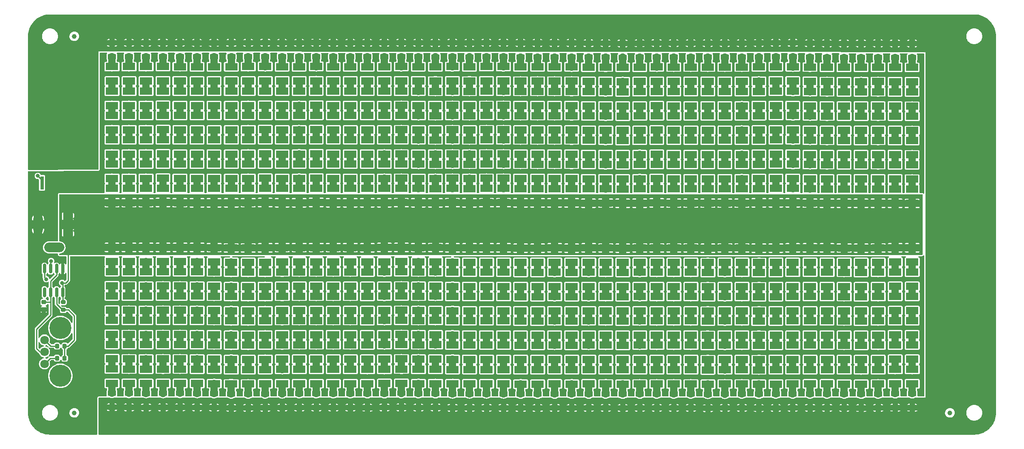
<source format=gbr>
%TF.GenerationSoftware,KiCad,Pcbnew,(6.0.11)*%
%TF.CreationDate,2023-02-06T17:53:22-08:00*%
%TF.ProjectId,GrowLight,47726f77-4c69-4676-9874-2e6b69636164,rev?*%
%TF.SameCoordinates,PX31a8670PY832b588*%
%TF.FileFunction,Copper,L1,Top*%
%TF.FilePolarity,Positive*%
%FSLAX46Y46*%
G04 Gerber Fmt 4.6, Leading zero omitted, Abs format (unit mm)*
G04 Created by KiCad (PCBNEW (6.0.11)) date 2023-02-06 17:53:22*
%MOMM*%
%LPD*%
G01*
G04 APERTURE LIST*
G04 Aperture macros list*
%AMRoundRect*
0 Rectangle with rounded corners*
0 $1 Rounding radius*
0 $2 $3 $4 $5 $6 $7 $8 $9 X,Y pos of 4 corners*
0 Add a 4 corners polygon primitive as box body*
4,1,4,$2,$3,$4,$5,$6,$7,$8,$9,$2,$3,0*
0 Add four circle primitives for the rounded corners*
1,1,$1+$1,$2,$3*
1,1,$1+$1,$4,$5*
1,1,$1+$1,$6,$7*
1,1,$1+$1,$8,$9*
0 Add four rect primitives between the rounded corners*
20,1,$1+$1,$2,$3,$4,$5,0*
20,1,$1+$1,$4,$5,$6,$7,0*
20,1,$1+$1,$6,$7,$8,$9,0*
20,1,$1+$1,$8,$9,$2,$3,0*%
%AMFreePoly0*
4,1,29,0.400000,-4.000000,-2.400000,-4.000000,-2.400000,-3.200000,-0.400000,-3.200000,-0.400000,-2.800000,-2.400000,-2.800000,-2.400000,-2.000000,-0.400000,-2.000000,-0.400000,-1.600000,-2.400000,-1.600000,-2.400000,-0.800000,-0.400000,-0.800000,-0.400000,-0.400000,-2.400000,-0.400000,-2.400000,0.400000,-0.400000,0.400000,-0.400000,0.800000,-2.400000,0.800000,-2.400000,1.600000,-0.400000,1.600000,
-0.400000,2.000000,-2.400000,2.000000,-2.400000,2.800000,-0.400000,2.800000,-0.400000,3.200000,-2.400000,3.200000,-2.400000,4.000000,0.400000,4.000000,0.400000,-4.000000,0.400000,-4.000000,$1*%
%AMFreePoly1*
4,1,13,2.850000,-5.050000,1.450000,-5.050000,1.450000,-4.350000,-1.450000,-4.350000,-1.450000,-4.850000,-5.150000,-4.850000,-5.150000,4.850000,-1.450000,4.850000,-1.450000,4.350000,1.450000,4.350000,1.450000,5.050000,2.850000,5.050000,2.850000,-5.050000,2.850000,-5.050000,$1*%
G04 Aperture macros list end*
%TA.AperFunction,SMDPad,CuDef*%
%ADD10R,2.600000X1.500000*%
%TD*%
%TA.AperFunction,SMDPad,CuDef*%
%ADD11RoundRect,0.250000X-0.625000X0.312500X-0.625000X-0.312500X0.625000X-0.312500X0.625000X0.312500X0*%
%TD*%
%TA.AperFunction,SMDPad,CuDef*%
%ADD12RoundRect,0.250000X0.625000X-0.312500X0.625000X0.312500X-0.625000X0.312500X-0.625000X-0.312500X0*%
%TD*%
%TA.AperFunction,SMDPad,CuDef*%
%ADD13RoundRect,0.225000X-0.250000X0.225000X-0.250000X-0.225000X0.250000X-0.225000X0.250000X0.225000X0*%
%TD*%
%TA.AperFunction,ComponentPad*%
%ADD14R,2.000000X4.600000*%
%TD*%
%TA.AperFunction,ComponentPad*%
%ADD15O,2.000000X4.200000*%
%TD*%
%TA.AperFunction,ComponentPad*%
%ADD16O,4.200000X2.000000*%
%TD*%
%TA.AperFunction,SMDPad,CuDef*%
%ADD17C,1.000000*%
%TD*%
%TA.AperFunction,SMDPad,CuDef*%
%ADD18RoundRect,0.150000X-0.150000X0.825000X-0.150000X-0.825000X0.150000X-0.825000X0.150000X0.825000X0*%
%TD*%
%TA.AperFunction,SMDPad,CuDef*%
%ADD19RoundRect,0.218750X-0.218750X-0.256250X0.218750X-0.256250X0.218750X0.256250X-0.218750X0.256250X0*%
%TD*%
%TA.AperFunction,SMDPad,CuDef*%
%ADD20RoundRect,0.218750X0.218750X0.256250X-0.218750X0.256250X-0.218750X-0.256250X0.218750X-0.256250X0*%
%TD*%
%TA.AperFunction,SMDPad,CuDef*%
%ADD21R,0.800000X2.800000*%
%TD*%
%TA.AperFunction,SMDPad,CuDef*%
%ADD22FreePoly0,90.000000*%
%TD*%
%TA.AperFunction,SMDPad,CuDef*%
%ADD23FreePoly1,90.000000*%
%TD*%
%TA.AperFunction,ComponentPad*%
%ADD24C,4.600000*%
%TD*%
%TA.AperFunction,ComponentPad*%
%ADD25C,1.800000*%
%TD*%
%TA.AperFunction,SMDPad,CuDef*%
%ADD26RoundRect,0.200000X-0.275000X0.200000X-0.275000X-0.200000X0.275000X-0.200000X0.275000X0.200000X0*%
%TD*%
%TA.AperFunction,ViaPad*%
%ADD27C,0.508000*%
%TD*%
%TA.AperFunction,ViaPad*%
%ADD28C,0.800000*%
%TD*%
%TA.AperFunction,Conductor*%
%ADD29C,0.254000*%
%TD*%
%TA.AperFunction,Conductor*%
%ADD30C,1.524000*%
%TD*%
G04 APERTURE END LIST*
D10*
%TO.P,D288,1,K*%
%TO.N,Net-(D288-Pad1)*%
X11430000Y72400000D03*
%TO.P,D288,2,A*%
%TO.N,Net-(D287-Pad1)*%
X11430000Y69400000D03*
%TD*%
%TO.P,D447,1,K*%
%TO.N,Net-(D447-Pad1)*%
X100330000Y31494000D03*
%TO.P,D447,2,A*%
%TO.N,/V_{LED}*%
X100330000Y34494000D03*
%TD*%
%TO.P,D456,1,K*%
%TO.N,Net-(D456-Pad1)*%
X103866000Y16206000D03*
%TO.P,D456,2,A*%
%TO.N,Net-(D455-Pad1)*%
X103866000Y19206000D03*
%TD*%
%TO.P,D223,1,K*%
%TO.N,Net-(D223-Pad1)*%
X46970000Y46934000D03*
%TO.P,D223,2,A*%
%TO.N,/V_{LED}*%
X46970000Y43934000D03*
%TD*%
%TO.P,D220,1,K*%
%TO.N,Net-(D220-Pad1)*%
X50546000Y62224000D03*
%TO.P,D220,2,A*%
%TO.N,Net-(D219-Pad1)*%
X50546000Y59224000D03*
%TD*%
%TO.P,D311,1,K*%
%TO.N,Net-(D311-Pad1)*%
X18542000Y11274000D03*
%TO.P,D311,2,A*%
%TO.N,Net-(D310-Pad1)*%
X18542000Y14274000D03*
%TD*%
%TO.P,D284,1,K*%
%TO.N,Net-(D284-Pad1)*%
X11430000Y52030000D03*
%TO.P,D284,2,A*%
%TO.N,Net-(D283-Pad1)*%
X11430000Y49030000D03*
%TD*%
%TO.P,D492,1,K*%
%TO.N,Net-(D492-Pad1)*%
X125202000Y16230000D03*
%TO.P,D492,2,A*%
%TO.N,Net-(D491-Pad1)*%
X125202000Y19230000D03*
%TD*%
%TO.P,D412,1,K*%
%TO.N,Net-(D412-Pad1)*%
X78974000Y16254000D03*
%TO.P,D412,2,A*%
%TO.N,Net-(D411-Pad1)*%
X78974000Y19254000D03*
%TD*%
%TO.P,D277,1,K*%
%TO.N,Net-(D277-Pad1)*%
X14986000Y46950000D03*
%TO.P,D277,2,A*%
%TO.N,/V_{LED}*%
X14986000Y43950000D03*
%TD*%
%TO.P,D121,1,K*%
%TO.N,Net-(D121-Pad1)*%
X107402000Y46850000D03*
%TO.P,D121,2,A*%
%TO.N,/V_{LED}*%
X107402000Y43850000D03*
%TD*%
%TO.P,D18,1,K*%
%TO.N,Net-(D18-Pad1)*%
X171430000Y72260000D03*
%TO.P,D18,2,A*%
%TO.N,Net-(D17-Pad1)*%
X171430000Y69260000D03*
%TD*%
%TO.P,D328,1,K*%
%TO.N,Net-(D328-Pad1)*%
X29190000Y16306000D03*
%TO.P,D328,2,A*%
%TO.N,Net-(D327-Pad1)*%
X29190000Y19306000D03*
%TD*%
%TO.P,D552,1,K*%
%TO.N,Net-(D552-Pad1)*%
X160782000Y16220000D03*
%TO.P,D552,2,A*%
%TO.N,Net-(D551-Pad1)*%
X160782000Y19220000D03*
%TD*%
%TO.P,D224,1,K*%
%TO.N,Net-(D224-Pad1)*%
X46970000Y52014000D03*
%TO.P,D224,2,A*%
%TO.N,Net-(D223-Pad1)*%
X46970000Y49014000D03*
%TD*%
%TO.P,D179,1,K*%
%TO.N,Net-(D179-Pad1)*%
X75418000Y67230000D03*
%TO.P,D179,2,A*%
%TO.N,Net-(D178-Pad1)*%
X75418000Y64230000D03*
%TD*%
%TO.P,D77,1,K*%
%TO.N,Net-(D77-Pad1)*%
X135870000Y67180000D03*
%TO.P,D77,2,A*%
%TO.N,Net-(D76-Pad1)*%
X135870000Y64180000D03*
%TD*%
%TO.P,D397,1,K*%
%TO.N,Net-(D397-Pad1)*%
X71882000Y31544000D03*
%TO.P,D397,2,A*%
%TO.N,/V_{LED}*%
X71882000Y34544000D03*
%TD*%
%TO.P,D487,1,K*%
%TO.N,Net-(D487-Pad1)*%
X121666000Y11150000D03*
%TO.P,D487,2,A*%
%TO.N,Net-(D486-Pad1)*%
X121666000Y14150000D03*
%TD*%
%TO.P,D307,1,K*%
%TO.N,Net-(D307-Pad1)*%
X18542000Y31594000D03*
%TO.P,D307,2,A*%
%TO.N,/V_{LED}*%
X18542000Y34594000D03*
%TD*%
%TO.P,D221,1,K*%
%TO.N,Net-(D221-Pad1)*%
X50526000Y67304000D03*
%TO.P,D221,2,A*%
%TO.N,Net-(D220-Pad1)*%
X50526000Y64304000D03*
%TD*%
%TO.P,D364,1,K*%
%TO.N,Net-(D364-Pad1)*%
X50526000Y16304000D03*
%TO.P,D364,2,A*%
%TO.N,Net-(D363-Pad1)*%
X50526000Y19304000D03*
%TD*%
%TO.P,D34,1,K*%
%TO.N,Net-(D34-Pad1)*%
X160782000Y62047000D03*
%TO.P,D34,2,A*%
%TO.N,Net-(D33-Pad1)*%
X160782000Y59047000D03*
%TD*%
%TO.P,D79,1,K*%
%TO.N,Net-(D79-Pad1)*%
X132314000Y46860000D03*
%TO.P,D79,2,A*%
%TO.N,/V_{LED}*%
X132314000Y43860000D03*
%TD*%
%TO.P,D305,1,K*%
%TO.N,Net-(D305-Pad1)*%
X14986000Y11258000D03*
%TO.P,D305,2,A*%
%TO.N,Net-(D304-Pad1)*%
X14986000Y14258000D03*
%TD*%
%TO.P,D165,1,K*%
%TO.N,Net-(D165-Pad1)*%
X82530000Y57070000D03*
%TO.P,D165,2,A*%
%TO.N,Net-(D164-Pad1)*%
X82530000Y54070000D03*
%TD*%
%TO.P,D235,1,K*%
%TO.N,Net-(D235-Pad1)*%
X39878000Y46974000D03*
%TO.P,D235,2,A*%
%TO.N,/V_{LED}*%
X39878000Y43974000D03*
%TD*%
%TO.P,D138,1,K*%
%TO.N,Net-(D138-Pad1)*%
X100310000Y72360000D03*
%TO.P,D138,2,A*%
%TO.N,Net-(D137-Pad1)*%
X100310000Y69360000D03*
%TD*%
%TO.P,D568,1,K*%
%TO.N,Net-(D568-Pad1)*%
X171450000Y26440000D03*
%TO.P,D568,2,A*%
%TO.N,Net-(D567-Pad1)*%
X171450000Y29440000D03*
%TD*%
%TO.P,D445,1,K*%
%TO.N,Net-(D445-Pad1)*%
X96774000Y11126000D03*
%TO.P,D445,2,A*%
%TO.N,Net-(D444-Pad1)*%
X96774000Y14126000D03*
%TD*%
%TO.P,D541,1,K*%
%TO.N,Net-(D541-Pad1)*%
X153670000Y11165000D03*
%TO.P,D541,2,A*%
%TO.N,Net-(D540-Pad1)*%
X153670000Y14165000D03*
%TD*%
%TO.P,D205,1,K*%
%TO.N,Net-(D205-Pad1)*%
X57638000Y46934000D03*
%TO.P,D205,2,A*%
%TO.N,/V_{LED}*%
X57638000Y43934000D03*
%TD*%
%TO.P,D453,1,K*%
%TO.N,Net-(D453-Pad1)*%
X103886000Y31446000D03*
%TO.P,D453,2,A*%
%TO.N,/V_{LED}*%
X103886000Y34446000D03*
%TD*%
%TO.P,D455,1,K*%
%TO.N,Net-(D455-Pad1)*%
X103886000Y21286000D03*
%TO.P,D455,2,A*%
%TO.N,Net-(D454-Pad1)*%
X103886000Y24286000D03*
%TD*%
%TO.P,D295,1,K*%
%TO.N,Net-(D295-Pad1)*%
X11430000Y31594000D03*
%TO.P,D295,2,A*%
%TO.N,/V_{LED}*%
X11430000Y34594000D03*
%TD*%
%TO.P,D470,1,K*%
%TO.N,Net-(D470-Pad1)*%
X110998000Y6020000D03*
%TO.P,D470,2,A*%
%TO.N,Net-(D469-Pad1)*%
X110998000Y9020000D03*
%TD*%
%TO.P,D289,1,K*%
%TO.N,Net-(D289-Pad1)*%
X7874000Y46950000D03*
%TO.P,D289,2,A*%
%TO.N,/V_{LED}*%
X7874000Y43950000D03*
%TD*%
%TO.P,D57,1,K*%
%TO.N,Net-(D57-Pad1)*%
X146538000Y57094000D03*
%TO.P,D57,2,A*%
%TO.N,Net-(D56-Pad1)*%
X146538000Y54094000D03*
%TD*%
%TO.P,D110,1,K*%
%TO.N,Net-(D110-Pad1)*%
X114534000Y51890000D03*
%TO.P,D110,2,A*%
%TO.N,Net-(D109-Pad1)*%
X114534000Y48890000D03*
%TD*%
%TO.P,D228,1,K*%
%TO.N,Net-(D228-Pad1)*%
X46970000Y72384000D03*
%TO.P,D228,2,A*%
%TO.N,Net-(D227-Pad1)*%
X46970000Y69384000D03*
%TD*%
%TO.P,D366,1,K*%
%TO.N,Net-(D366-Pad1)*%
X50546000Y6094000D03*
%TO.P,D366,2,A*%
%TO.N,Net-(D365-Pad1)*%
X50546000Y9094000D03*
%TD*%
%TO.P,D89,1,K*%
%TO.N,Net-(D89-Pad1)*%
X128758000Y67180000D03*
%TO.P,D89,2,A*%
%TO.N,Net-(D88-Pad1)*%
X128758000Y64180000D03*
%TD*%
%TO.P,D508,1,K*%
%TO.N,Net-(D508-Pad1)*%
X135890000Y26390000D03*
%TO.P,D508,2,A*%
%TO.N,Net-(D507-Pad1)*%
X135890000Y29390000D03*
%TD*%
%TO.P,D166,1,K*%
%TO.N,Net-(D166-Pad1)*%
X82550000Y62150000D03*
%TO.P,D166,2,A*%
%TO.N,Net-(D165-Pad1)*%
X82550000Y59150000D03*
%TD*%
%TO.P,D520,1,K*%
%TO.N,Net-(D520-Pad1)*%
X142982000Y26350000D03*
%TO.P,D520,2,A*%
%TO.N,Net-(D519-Pad1)*%
X142982000Y29350000D03*
%TD*%
%TO.P,D231,1,K*%
%TO.N,Net-(D231-Pad1)*%
X43414000Y57094000D03*
%TO.P,D231,2,A*%
%TO.N,Net-(D230-Pad1)*%
X43414000Y54094000D03*
%TD*%
%TO.P,D119,1,K*%
%TO.N,Net-(D119-Pad1)*%
X110978000Y67180000D03*
%TO.P,D119,2,A*%
%TO.N,Net-(D118-Pad1)*%
X110978000Y64180000D03*
%TD*%
%TO.P,D558,1,K*%
%TO.N,Net-(D558-Pad1)*%
X164318000Y16196000D03*
%TO.P,D558,2,A*%
%TO.N,Net-(D557-Pad1)*%
X164318000Y19196000D03*
%TD*%
%TO.P,D184,1,K*%
%TO.N,Net-(D184-Pad1)*%
X71882000Y62174000D03*
%TO.P,D184,2,A*%
%TO.N,Net-(D183-Pad1)*%
X71882000Y59174000D03*
%TD*%
%TO.P,D61,1,K*%
%TO.N,Net-(D61-Pad1)*%
X142982000Y46900000D03*
%TO.P,D61,2,A*%
%TO.N,/V_{LED}*%
X142982000Y43900000D03*
%TD*%
%TO.P,D105,1,K*%
%TO.N,Net-(D105-Pad1)*%
X118090000Y56996000D03*
%TO.P,D105,2,A*%
%TO.N,Net-(D104-Pad1)*%
X118090000Y53996000D03*
%TD*%
%TO.P,D566,1,K*%
%TO.N,Net-(D566-Pad1)*%
X167894000Y6020000D03*
%TO.P,D566,2,A*%
%TO.N,Net-(D565-Pad1)*%
X167894000Y9020000D03*
%TD*%
%TO.P,D439,1,K*%
%TO.N,Net-(D439-Pad1)*%
X93218000Y11126000D03*
%TO.P,D439,2,A*%
%TO.N,Net-(D438-Pad1)*%
X93218000Y14126000D03*
%TD*%
%TO.P,D191,1,K*%
%TO.N,Net-(D191-Pad1)*%
X68306000Y67278000D03*
%TO.P,D191,2,A*%
%TO.N,Net-(D190-Pad1)*%
X68306000Y64278000D03*
%TD*%
%TO.P,D438,1,K*%
%TO.N,Net-(D438-Pad1)*%
X93198000Y16206000D03*
%TO.P,D438,2,A*%
%TO.N,Net-(D437-Pad1)*%
X93198000Y19206000D03*
%TD*%
%TO.P,D475,1,K*%
%TO.N,Net-(D475-Pad1)*%
X114554000Y11126000D03*
%TO.P,D475,2,A*%
%TO.N,Net-(D474-Pad1)*%
X114554000Y14126000D03*
%TD*%
%TO.P,D321,1,K*%
%TO.N,Net-(D321-Pad1)*%
X25654000Y21418000D03*
%TO.P,D321,2,A*%
%TO.N,Net-(D320-Pad1)*%
X25654000Y24418000D03*
%TD*%
%TO.P,D156,1,K*%
%TO.N,Net-(D156-Pad1)*%
X89642000Y72408000D03*
%TO.P,D156,2,A*%
%TO.N,Net-(D155-Pad1)*%
X89642000Y69408000D03*
%TD*%
%TO.P,D389,1,K*%
%TO.N,Net-(D389-Pad1)*%
X64770000Y11248000D03*
%TO.P,D389,2,A*%
%TO.N,Net-(D388-Pad1)*%
X64770000Y14248000D03*
%TD*%
%TO.P,D91,1,K*%
%TO.N,Net-(D91-Pad1)*%
X125202000Y46860000D03*
%TO.P,D91,2,A*%
%TO.N,/V_{LED}*%
X125202000Y43860000D03*
%TD*%
%TO.P,D134,1,K*%
%TO.N,Net-(D134-Pad1)*%
X100310000Y51990000D03*
%TO.P,D134,2,A*%
%TO.N,Net-(D133-Pad1)*%
X100310000Y48990000D03*
%TD*%
%TO.P,D98,1,K*%
%TO.N,Net-(D98-Pad1)*%
X121646000Y51964000D03*
%TO.P,D98,2,A*%
%TO.N,Net-(D97-Pad1)*%
X121646000Y48964000D03*
%TD*%
%TO.P,D471,1,K*%
%TO.N,Net-(D471-Pad1)*%
X114554000Y31446000D03*
%TO.P,D471,2,A*%
%TO.N,/V_{LED}*%
X114554000Y34446000D03*
%TD*%
%TO.P,D146,1,K*%
%TO.N,Net-(D146-Pad1)*%
X93198000Y51990000D03*
%TO.P,D146,2,A*%
%TO.N,Net-(D145-Pad1)*%
X93198000Y48990000D03*
%TD*%
%TO.P,D410,1,K*%
%TO.N,Net-(D410-Pad1)*%
X78994000Y26414000D03*
%TO.P,D410,2,A*%
%TO.N,Net-(D409-Pad1)*%
X78994000Y29414000D03*
%TD*%
%TO.P,D427,1,K*%
%TO.N,Net-(D427-Pad1)*%
X89662000Y31494000D03*
%TO.P,D427,2,A*%
%TO.N,/V_{LED}*%
X89662000Y34494000D03*
%TD*%
%TO.P,D29,1,K*%
%TO.N,Net-(D29-Pad1)*%
X164318000Y67130000D03*
%TO.P,D29,2,A*%
%TO.N,Net-(D28-Pad1)*%
X164318000Y64130000D03*
%TD*%
%TO.P,D372,1,K*%
%TO.N,Net-(D372-Pad1)*%
X54102000Y6094000D03*
%TO.P,D372,2,A*%
%TO.N,Net-(D371-Pad1)*%
X54102000Y9094000D03*
%TD*%
%TO.P,D30,1,K*%
%TO.N,Net-(D30-Pad1)*%
X164318000Y72260000D03*
%TO.P,D30,2,A*%
%TO.N,Net-(D29-Pad1)*%
X164318000Y69260000D03*
%TD*%
%TO.P,D5,1,K*%
%TO.N,Net-(D5-Pad1)*%
X174986000Y67104000D03*
%TO.P,D5,2,A*%
%TO.N,Net-(D4-Pad1)*%
X174986000Y64104000D03*
%TD*%
%TO.P,D40,1,K*%
%TO.N,Net-(D40-Pad1)*%
X157226000Y62066000D03*
%TO.P,D40,2,A*%
%TO.N,Net-(D39-Pad1)*%
X157226000Y59066000D03*
%TD*%
%TO.P,D404,1,K*%
%TO.N,Net-(D404-Pad1)*%
X75458000Y26474000D03*
%TO.P,D404,2,A*%
%TO.N,Net-(D403-Pad1)*%
X75458000Y29474000D03*
%TD*%
%TO.P,D343,1,K*%
%TO.N,Net-(D343-Pad1)*%
X39878000Y31504000D03*
%TO.P,D343,2,A*%
%TO.N,/V_{LED}*%
X39878000Y34504000D03*
%TD*%
%TO.P,D270,1,K*%
%TO.N,Net-(D270-Pad1)*%
X22058000Y72394000D03*
%TO.P,D270,2,A*%
%TO.N,Net-(D269-Pad1)*%
X22058000Y69394000D03*
%TD*%
%TO.P,D245,1,K*%
%TO.N,Net-(D245-Pad1)*%
X36322000Y67270000D03*
%TO.P,D245,2,A*%
%TO.N,Net-(D244-Pad1)*%
X36322000Y64270000D03*
%TD*%
%TO.P,D93,1,K*%
%TO.N,Net-(D93-Pad1)*%
X125202000Y57020000D03*
%TO.P,D93,2,A*%
%TO.N,Net-(D92-Pad1)*%
X125202000Y54020000D03*
%TD*%
%TO.P,D322,1,K*%
%TO.N,Net-(D322-Pad1)*%
X25634000Y16338000D03*
%TO.P,D322,2,A*%
%TO.N,Net-(D321-Pad1)*%
X25634000Y19338000D03*
%TD*%
%TO.P,D371,1,K*%
%TO.N,Net-(D371-Pad1)*%
X54102000Y11224000D03*
%TO.P,D371,2,A*%
%TO.N,Net-(D370-Pad1)*%
X54102000Y14224000D03*
%TD*%
%TO.P,D329,1,K*%
%TO.N,Net-(D329-Pad1)*%
X29210000Y11226000D03*
%TO.P,D329,2,A*%
%TO.N,Net-(D328-Pad1)*%
X29210000Y14226000D03*
%TD*%
%TO.P,D416,1,K*%
%TO.N,Net-(D416-Pad1)*%
X82550000Y26414000D03*
%TO.P,D416,2,A*%
%TO.N,Net-(D415-Pad1)*%
X82550000Y29414000D03*
%TD*%
%TO.P,D48,1,K*%
%TO.N,Net-(D48-Pad1)*%
X153650000Y72308000D03*
%TO.P,D48,2,A*%
%TO.N,Net-(D47-Pad1)*%
X153650000Y69308000D03*
%TD*%
%TO.P,D271,1,K*%
%TO.N,Net-(D271-Pad1)*%
X18522000Y46968000D03*
%TO.P,D271,2,A*%
%TO.N,/V_{LED}*%
X18522000Y43968000D03*
%TD*%
%TO.P,D81,1,K*%
%TO.N,Net-(D81-Pad1)*%
X132314000Y57020000D03*
%TO.P,D81,2,A*%
%TO.N,Net-(D80-Pad1)*%
X132314000Y54020000D03*
%TD*%
%TO.P,D43,1,K*%
%TO.N,Net-(D43-Pad1)*%
X153650000Y46858000D03*
%TO.P,D43,2,A*%
%TO.N,/V_{LED}*%
X153650000Y43858000D03*
%TD*%
%TO.P,D373,1,K*%
%TO.N,Net-(D373-Pad1)*%
X57658000Y31544000D03*
%TO.P,D373,2,A*%
%TO.N,/V_{LED}*%
X57658000Y34544000D03*
%TD*%
%TO.P,D500,1,K*%
%TO.N,Net-(D500-Pad1)*%
X128778000Y6020000D03*
%TO.P,D500,2,A*%
%TO.N,Net-(D499-Pad1)*%
X128778000Y9020000D03*
%TD*%
%TO.P,D50,1,K*%
%TO.N,Net-(D50-Pad1)*%
X150074000Y52014000D03*
%TO.P,D50,2,A*%
%TO.N,Net-(D49-Pad1)*%
X150074000Y49014000D03*
%TD*%
%TO.P,D263,1,K*%
%TO.N,Net-(D263-Pad1)*%
X25634000Y67239000D03*
%TO.P,D263,2,A*%
%TO.N,Net-(D262-Pad1)*%
X25634000Y64239000D03*
%TD*%
%TO.P,D115,1,K*%
%TO.N,Net-(D115-Pad1)*%
X110978000Y46860000D03*
%TO.P,D115,2,A*%
%TO.N,/V_{LED}*%
X110978000Y43860000D03*
%TD*%
%TO.P,D567,1,K*%
%TO.N,Net-(D567-Pad1)*%
X171450000Y31520000D03*
%TO.P,D567,2,A*%
%TO.N,/V_{LED}*%
X171450000Y34520000D03*
%TD*%
%TO.P,D530,1,K*%
%TO.N,Net-(D530-Pad1)*%
X146538000Y6004000D03*
%TO.P,D530,2,A*%
%TO.N,Net-(D529-Pad1)*%
X146538000Y9004000D03*
%TD*%
%TO.P,D544,1,K*%
%TO.N,Net-(D544-Pad1)*%
X157226000Y26405000D03*
%TO.P,D544,2,A*%
%TO.N,Net-(D543-Pad1)*%
X157226000Y29405000D03*
%TD*%
%TO.P,D365,1,K*%
%TO.N,Net-(D365-Pad1)*%
X50546000Y11224000D03*
%TO.P,D365,2,A*%
%TO.N,Net-(D364-Pad1)*%
X50546000Y14224000D03*
%TD*%
%TO.P,D276,1,K*%
%TO.N,Net-(D276-Pad1)*%
X18522000Y72418000D03*
%TO.P,D276,2,A*%
%TO.N,Net-(D275-Pad1)*%
X18522000Y69418000D03*
%TD*%
%TO.P,D370,1,K*%
%TO.N,Net-(D370-Pad1)*%
X54082000Y16304000D03*
%TO.P,D370,2,A*%
%TO.N,Net-(D369-Pad1)*%
X54082000Y19304000D03*
%TD*%
%TO.P,D259,1,K*%
%TO.N,Net-(D259-Pad1)*%
X25634000Y46919000D03*
%TO.P,D259,2,A*%
%TO.N,/V_{LED}*%
X25634000Y43919000D03*
%TD*%
%TO.P,D396,1,K*%
%TO.N,Net-(D396-Pad1)*%
X68326000Y6144000D03*
%TO.P,D396,2,A*%
%TO.N,Net-(D395-Pad1)*%
X68326000Y9144000D03*
%TD*%
%TO.P,D25,1,K*%
%TO.N,Net-(D25-Pad1)*%
X164318000Y46810000D03*
%TO.P,D25,2,A*%
%TO.N,/V_{LED}*%
X164318000Y43810000D03*
%TD*%
%TO.P,D421,1,K*%
%TO.N,Net-(D421-Pad1)*%
X86106000Y31494000D03*
%TO.P,D421,2,A*%
%TO.N,/V_{LED}*%
X86106000Y34494000D03*
%TD*%
%TO.P,D28,1,K*%
%TO.N,Net-(D28-Pad1)*%
X164338000Y62050000D03*
%TO.P,D28,2,A*%
%TO.N,Net-(D27-Pad1)*%
X164338000Y59050000D03*
%TD*%
%TO.P,D147,1,K*%
%TO.N,Net-(D147-Pad1)*%
X93198000Y57070000D03*
%TO.P,D147,2,A*%
%TO.N,Net-(D146-Pad1)*%
X93198000Y54070000D03*
%TD*%
%TO.P,D222,1,K*%
%TO.N,Net-(D222-Pad1)*%
X50526000Y72434000D03*
%TO.P,D222,2,A*%
%TO.N,Net-(D221-Pad1)*%
X50526000Y69434000D03*
%TD*%
%TO.P,D54,1,K*%
%TO.N,Net-(D54-Pad1)*%
X150074000Y72384000D03*
%TO.P,D54,2,A*%
%TO.N,Net-(D53-Pad1)*%
X150074000Y69384000D03*
%TD*%
%TO.P,D290,1,K*%
%TO.N,Net-(D290-Pad1)*%
X7874000Y52030000D03*
%TO.P,D290,2,A*%
%TO.N,Net-(D289-Pad1)*%
X7874000Y49030000D03*
%TD*%
%TO.P,D160,1,K*%
%TO.N,Net-(D160-Pad1)*%
X86106000Y62198000D03*
%TO.P,D160,2,A*%
%TO.N,Net-(D159-Pad1)*%
X86106000Y59198000D03*
%TD*%
%TO.P,D414,1,K*%
%TO.N,Net-(D414-Pad1)*%
X78994000Y6044000D03*
%TO.P,D414,2,A*%
%TO.N,Net-(D413-Pad1)*%
X78994000Y9044000D03*
%TD*%
%TO.P,D531,1,K*%
%TO.N,Net-(D531-Pad1)*%
X150054000Y31480000D03*
%TO.P,D531,2,A*%
%TO.N,/V_{LED}*%
X150054000Y34480000D03*
%TD*%
%TO.P,D539,1,K*%
%TO.N,Net-(D539-Pad1)*%
X153670000Y21325000D03*
%TO.P,D539,2,A*%
%TO.N,Net-(D538-Pad1)*%
X153670000Y24325000D03*
%TD*%
%TO.P,D361,1,K*%
%TO.N,Net-(D361-Pad1)*%
X50546000Y31544000D03*
%TO.P,D361,2,A*%
%TO.N,/V_{LED}*%
X50546000Y34544000D03*
%TD*%
%TO.P,D351,1,K*%
%TO.N,Net-(D351-Pad1)*%
X43434000Y21384000D03*
%TO.P,D351,2,A*%
%TO.N,Net-(D350-Pad1)*%
X43434000Y24384000D03*
%TD*%
%TO.P,D247,1,K*%
%TO.N,Net-(D247-Pad1)*%
X32806000Y46924000D03*
%TO.P,D247,2,A*%
%TO.N,/V_{LED}*%
X32806000Y43924000D03*
%TD*%
%TO.P,D312,1,K*%
%TO.N,Net-(D312-Pad1)*%
X18542000Y6144000D03*
%TO.P,D312,2,A*%
%TO.N,Net-(D311-Pad1)*%
X18542000Y9144000D03*
%TD*%
%TO.P,D198,1,K*%
%TO.N,Net-(D198-Pad1)*%
X64750000Y72384000D03*
%TO.P,D198,2,A*%
%TO.N,Net-(D197-Pad1)*%
X64750000Y69384000D03*
%TD*%
%TO.P,D62,1,K*%
%TO.N,Net-(D62-Pad1)*%
X142982000Y51980000D03*
%TO.P,D62,2,A*%
%TO.N,Net-(D61-Pad1)*%
X142982000Y48980000D03*
%TD*%
%TO.P,D234,1,K*%
%TO.N,Net-(D234-Pad1)*%
X43414000Y72384000D03*
%TO.P,D234,2,A*%
%TO.N,Net-(D233-Pad1)*%
X43414000Y69384000D03*
%TD*%
%TO.P,D486,1,K*%
%TO.N,Net-(D486-Pad1)*%
X121646000Y16230000D03*
%TO.P,D486,2,A*%
%TO.N,Net-(D485-Pad1)*%
X121646000Y19230000D03*
%TD*%
%TO.P,D534,1,K*%
%TO.N,Net-(D534-Pad1)*%
X150034000Y16240000D03*
%TO.P,D534,2,A*%
%TO.N,Net-(D533-Pad1)*%
X150034000Y19240000D03*
%TD*%
%TO.P,D498,1,K*%
%TO.N,Net-(D498-Pad1)*%
X128758000Y16230000D03*
%TO.P,D498,2,A*%
%TO.N,Net-(D497-Pad1)*%
X128758000Y19230000D03*
%TD*%
%TO.P,D143,1,K*%
%TO.N,Net-(D143-Pad1)*%
X96754000Y67230000D03*
%TO.P,D143,2,A*%
%TO.N,Net-(D142-Pad1)*%
X96754000Y64230000D03*
%TD*%
%TO.P,D333,1,K*%
%TO.N,Net-(D333-Pad1)*%
X32786000Y21310000D03*
%TO.P,D333,2,A*%
%TO.N,Net-(D332-Pad1)*%
X32786000Y24310000D03*
%TD*%
%TO.P,D529,1,K*%
%TO.N,Net-(D529-Pad1)*%
X146538000Y11134000D03*
%TO.P,D529,2,A*%
%TO.N,Net-(D528-Pad1)*%
X146538000Y14134000D03*
%TD*%
%TO.P,D550,1,K*%
%TO.N,Net-(D550-Pad1)*%
X160802000Y26380000D03*
%TO.P,D550,2,A*%
%TO.N,Net-(D549-Pad1)*%
X160802000Y29380000D03*
%TD*%
%TO.P,D253,1,K*%
%TO.N,Net-(D253-Pad1)*%
X29190000Y46919000D03*
%TO.P,D253,2,A*%
%TO.N,/V_{LED}*%
X29190000Y43919000D03*
%TD*%
%TO.P,D279,1,K*%
%TO.N,Net-(D279-Pad1)*%
X14986000Y57110000D03*
%TO.P,D279,2,A*%
%TO.N,Net-(D278-Pad1)*%
X14986000Y54110000D03*
%TD*%
%TO.P,D493,1,K*%
%TO.N,Net-(D493-Pad1)*%
X125222000Y11150000D03*
%TO.P,D493,2,A*%
%TO.N,Net-(D492-Pad1)*%
X125222000Y14150000D03*
%TD*%
%TO.P,D514,1,K*%
%TO.N,Net-(D514-Pad1)*%
X139446000Y26390000D03*
%TO.P,D514,2,A*%
%TO.N,Net-(D513-Pad1)*%
X139446000Y29390000D03*
%TD*%
%TO.P,D219,1,K*%
%TO.N,Net-(D219-Pad1)*%
X50526000Y57144000D03*
%TO.P,D219,2,A*%
%TO.N,Net-(D218-Pad1)*%
X50526000Y54144000D03*
%TD*%
%TO.P,D385,1,K*%
%TO.N,Net-(D385-Pad1)*%
X64770000Y31568000D03*
%TO.P,D385,2,A*%
%TO.N,/V_{LED}*%
X64770000Y34568000D03*
%TD*%
%TO.P,D501,1,K*%
%TO.N,Net-(D501-Pad1)*%
X132334000Y31420000D03*
%TO.P,D501,2,A*%
%TO.N,/V_{LED}*%
X132334000Y34420000D03*
%TD*%
%TO.P,D152,1,K*%
%TO.N,Net-(D152-Pad1)*%
X89642000Y52038000D03*
%TO.P,D152,2,A*%
%TO.N,Net-(D151-Pad1)*%
X89642000Y49038000D03*
%TD*%
%TO.P,D241,1,K*%
%TO.N,Net-(D241-Pad1)*%
X36322000Y46950000D03*
%TO.P,D241,2,A*%
%TO.N,/V_{LED}*%
X36322000Y43950000D03*
%TD*%
%TO.P,D174,1,K*%
%TO.N,Net-(D174-Pad1)*%
X78974000Y72408000D03*
%TO.P,D174,2,A*%
%TO.N,Net-(D173-Pad1)*%
X78974000Y69408000D03*
%TD*%
%TO.P,D283,1,K*%
%TO.N,Net-(D283-Pad1)*%
X11430000Y46950000D03*
%TO.P,D283,2,A*%
%TO.N,/V_{LED}*%
X11430000Y43950000D03*
%TD*%
%TO.P,D400,1,K*%
%TO.N,Net-(D400-Pad1)*%
X71862000Y16304000D03*
%TO.P,D400,2,A*%
%TO.N,Net-(D399-Pad1)*%
X71862000Y19304000D03*
%TD*%
%TO.P,D379,1,K*%
%TO.N,Net-(D379-Pad1)*%
X61214000Y31520000D03*
%TO.P,D379,2,A*%
%TO.N,/V_{LED}*%
X61214000Y34520000D03*
%TD*%
%TO.P,D442,1,K*%
%TO.N,Net-(D442-Pad1)*%
X96774000Y26366000D03*
%TO.P,D442,2,A*%
%TO.N,Net-(D441-Pad1)*%
X96774000Y29366000D03*
%TD*%
%TO.P,D542,1,K*%
%TO.N,Net-(D542-Pad1)*%
X153670000Y6035000D03*
%TO.P,D542,2,A*%
%TO.N,Net-(D541-Pad1)*%
X153670000Y9035000D03*
%TD*%
%TO.P,D41,1,K*%
%TO.N,Net-(D41-Pad1)*%
X157206000Y67146000D03*
%TO.P,D41,2,A*%
%TO.N,Net-(D40-Pad1)*%
X157206000Y64146000D03*
%TD*%
%TO.P,D482,1,K*%
%TO.N,Net-(D482-Pad1)*%
X118110000Y6020000D03*
%TO.P,D482,2,A*%
%TO.N,Net-(D481-Pad1)*%
X118110000Y9020000D03*
%TD*%
%TO.P,D481,1,K*%
%TO.N,Net-(D481-Pad1)*%
X118110000Y11150000D03*
%TO.P,D481,2,A*%
%TO.N,Net-(D480-Pad1)*%
X118110000Y14150000D03*
%TD*%
%TO.P,D296,1,K*%
%TO.N,Net-(D296-Pad1)*%
X11430000Y26514000D03*
%TO.P,D296,2,A*%
%TO.N,Net-(D295-Pad1)*%
X11430000Y29514000D03*
%TD*%
%TO.P,D158,1,K*%
%TO.N,Net-(D158-Pad1)*%
X86086000Y52038000D03*
%TO.P,D158,2,A*%
%TO.N,Net-(D157-Pad1)*%
X86086000Y49038000D03*
%TD*%
%TO.P,D360,1,K*%
%TO.N,Net-(D360-Pad1)*%
X46990000Y6094000D03*
%TO.P,D360,2,A*%
%TO.N,Net-(D359-Pad1)*%
X46990000Y9094000D03*
%TD*%
%TO.P,D73,1,K*%
%TO.N,Net-(D73-Pad1)*%
X135870000Y46860000D03*
%TO.P,D73,2,A*%
%TO.N,/V_{LED}*%
X135870000Y43860000D03*
%TD*%
%TO.P,D326,1,K*%
%TO.N,Net-(D326-Pad1)*%
X29210000Y26466000D03*
%TO.P,D326,2,A*%
%TO.N,Net-(D325-Pad1)*%
X29210000Y29466000D03*
%TD*%
%TO.P,D429,1,K*%
%TO.N,Net-(D429-Pad1)*%
X89662000Y21334000D03*
%TO.P,D429,2,A*%
%TO.N,Net-(D428-Pad1)*%
X89662000Y24334000D03*
%TD*%
%TO.P,D251,1,K*%
%TO.N,Net-(D251-Pad1)*%
X32806000Y67244000D03*
%TO.P,D251,2,A*%
%TO.N,Net-(D250-Pad1)*%
X32806000Y64244000D03*
%TD*%
%TO.P,D71,1,K*%
%TO.N,Net-(D71-Pad1)*%
X139426000Y67180000D03*
%TO.P,D71,2,A*%
%TO.N,Net-(D70-Pad1)*%
X139426000Y64180000D03*
%TD*%
%TO.P,D554,1,K*%
%TO.N,Net-(D554-Pad1)*%
X160802000Y6010000D03*
%TO.P,D554,2,A*%
%TO.N,Net-(D553-Pad1)*%
X160802000Y9010000D03*
%TD*%
%TO.P,D394,1,K*%
%TO.N,Net-(D394-Pad1)*%
X68306000Y16354000D03*
%TO.P,D394,2,A*%
%TO.N,Net-(D393-Pad1)*%
X68306000Y19354000D03*
%TD*%
%TO.P,D248,1,K*%
%TO.N,Net-(D248-Pad1)*%
X32806000Y52004000D03*
%TO.P,D248,2,A*%
%TO.N,Net-(D247-Pad1)*%
X32806000Y49004000D03*
%TD*%
%TO.P,D369,1,K*%
%TO.N,Net-(D369-Pad1)*%
X54102000Y21384000D03*
%TO.P,D369,2,A*%
%TO.N,Net-(D368-Pad1)*%
X54102000Y24384000D03*
%TD*%
%TO.P,D104,1,K*%
%TO.N,Net-(D104-Pad1)*%
X118090000Y51916000D03*
%TO.P,D104,2,A*%
%TO.N,Net-(D103-Pad1)*%
X118090000Y48916000D03*
%TD*%
%TO.P,D386,1,K*%
%TO.N,Net-(D386-Pad1)*%
X64770000Y26488000D03*
%TO.P,D386,2,A*%
%TO.N,Net-(D385-Pad1)*%
X64770000Y29488000D03*
%TD*%
%TO.P,D265,1,K*%
%TO.N,Net-(D265-Pad1)*%
X22058000Y46944000D03*
%TO.P,D265,2,A*%
%TO.N,/V_{LED}*%
X22058000Y43944000D03*
%TD*%
%TO.P,D178,1,K*%
%TO.N,Net-(D178-Pad1)*%
X75438000Y62150000D03*
%TO.P,D178,2,A*%
%TO.N,Net-(D177-Pad1)*%
X75438000Y59150000D03*
%TD*%
%TO.P,D27,1,K*%
%TO.N,Net-(D27-Pad1)*%
X164318000Y56970000D03*
%TO.P,D27,2,A*%
%TO.N,Net-(D26-Pad1)*%
X164318000Y53970000D03*
%TD*%
%TO.P,D10,1,K*%
%TO.N,Net-(D10-Pad1)*%
X7854000Y16380000D03*
%TO.P,D10,2,A*%
%TO.N,Net-(D10-Pad2)*%
X7854000Y19380000D03*
%TD*%
%TO.P,D420,1,K*%
%TO.N,Net-(D420-Pad1)*%
X82550000Y6044000D03*
%TO.P,D420,2,A*%
%TO.N,Net-(D419-Pad1)*%
X82550000Y9044000D03*
%TD*%
%TO.P,D306,1,K*%
%TO.N,Net-(D306-Pad1)*%
X14986000Y6128000D03*
%TO.P,D306,2,A*%
%TO.N,Net-(D305-Pad1)*%
X14986000Y9128000D03*
%TD*%
%TO.P,D157,1,K*%
%TO.N,Net-(D157-Pad1)*%
X86086000Y46958000D03*
%TO.P,D157,2,A*%
%TO.N,/V_{LED}*%
X86086000Y43958000D03*
%TD*%
%TO.P,D339,1,K*%
%TO.N,Net-(D339-Pad1)*%
X36322000Y21310000D03*
%TO.P,D339,2,A*%
%TO.N,Net-(D338-Pad1)*%
X36322000Y24310000D03*
%TD*%
%TO.P,D63,1,K*%
%TO.N,Net-(D63-Pad1)*%
X142982000Y57060000D03*
%TO.P,D63,2,A*%
%TO.N,Net-(D62-Pad1)*%
X142982000Y54060000D03*
%TD*%
%TO.P,D483,1,K*%
%TO.N,Net-(D483-Pad1)*%
X121666000Y31470000D03*
%TO.P,D483,2,A*%
%TO.N,/V_{LED}*%
X121666000Y34470000D03*
%TD*%
%TO.P,D403,1,K*%
%TO.N,Net-(D403-Pad1)*%
X75458000Y31554000D03*
%TO.P,D403,2,A*%
%TO.N,/V_{LED}*%
X75458000Y34554000D03*
%TD*%
%TO.P,D532,1,K*%
%TO.N,Net-(D532-Pad1)*%
X150054000Y26400000D03*
%TO.P,D532,2,A*%
%TO.N,Net-(D531-Pad1)*%
X150054000Y29400000D03*
%TD*%
%TO.P,D395,1,K*%
%TO.N,Net-(D395-Pad1)*%
X68326000Y11274000D03*
%TO.P,D395,2,A*%
%TO.N,Net-(D394-Pad1)*%
X68326000Y14274000D03*
%TD*%
%TO.P,D14,1,K*%
%TO.N,Net-(D14-Pad1)*%
X171430000Y51890000D03*
%TO.P,D14,2,A*%
%TO.N,Net-(D13-Pad1)*%
X171430000Y48890000D03*
%TD*%
%TO.P,D476,1,K*%
%TO.N,Net-(D476-Pad1)*%
X114554000Y5996000D03*
%TO.P,D476,2,A*%
%TO.N,Net-(D475-Pad1)*%
X114554000Y8996000D03*
%TD*%
%TO.P,D92,1,K*%
%TO.N,Net-(D92-Pad1)*%
X125202000Y51940000D03*
%TO.P,D92,2,A*%
%TO.N,Net-(D91-Pad1)*%
X125202000Y48940000D03*
%TD*%
%TO.P,D74,1,K*%
%TO.N,Net-(D74-Pad1)*%
X135870000Y51940000D03*
%TO.P,D74,2,A*%
%TO.N,Net-(D73-Pad1)*%
X135870000Y48940000D03*
%TD*%
%TO.P,D176,1,K*%
%TO.N,Net-(D176-Pad1)*%
X75418000Y51990000D03*
%TO.P,D176,2,A*%
%TO.N,Net-(D175-Pad1)*%
X75418000Y48990000D03*
%TD*%
%TO.P,D491,1,K*%
%TO.N,Net-(D491-Pad1)*%
X125222000Y21310000D03*
%TO.P,D491,2,A*%
%TO.N,Net-(D490-Pad1)*%
X125222000Y24310000D03*
%TD*%
%TO.P,D527,1,K*%
%TO.N,Net-(D527-Pad1)*%
X146538000Y21294000D03*
%TO.P,D527,2,A*%
%TO.N,Net-(D526-Pad1)*%
X146538000Y24294000D03*
%TD*%
%TO.P,D546,1,K*%
%TO.N,Net-(D546-Pad1)*%
X157206000Y16245000D03*
%TO.P,D546,2,A*%
%TO.N,Net-(D545-Pad1)*%
X157206000Y19245000D03*
%TD*%
%TO.P,D2,1,K*%
%TO.N,Net-(D2-Pad1)*%
X174986000Y51864000D03*
%TO.P,D2,2,A*%
%TO.N,Net-(D1-Pad1)*%
X174986000Y48864000D03*
%TD*%
%TO.P,D252,1,K*%
%TO.N,Net-(D252-Pad1)*%
X32806000Y72374000D03*
%TO.P,D252,2,A*%
%TO.N,Net-(D251-Pad1)*%
X32806000Y69374000D03*
%TD*%
%TO.P,D319,1,K*%
%TO.N,Net-(D319-Pad1)*%
X25654000Y31578000D03*
%TO.P,D319,2,A*%
%TO.N,/V_{LED}*%
X25654000Y34578000D03*
%TD*%
%TO.P,D72,1,K*%
%TO.N,Net-(D72-Pad1)*%
X139426000Y72310000D03*
%TO.P,D72,2,A*%
%TO.N,Net-(D71-Pad1)*%
X139426000Y69310000D03*
%TD*%
%TO.P,D519,1,K*%
%TO.N,Net-(D519-Pad1)*%
X142982000Y31430000D03*
%TO.P,D519,2,A*%
%TO.N,/V_{LED}*%
X142982000Y34430000D03*
%TD*%
%TO.P,D523,1,K*%
%TO.N,Net-(D523-Pad1)*%
X142982000Y11110000D03*
%TO.P,D523,2,A*%
%TO.N,Net-(D522-Pad1)*%
X142982000Y14110000D03*
%TD*%
%TO.P,D458,1,K*%
%TO.N,Net-(D458-Pad1)*%
X103886000Y5996000D03*
%TO.P,D458,2,A*%
%TO.N,Net-(D457-Pad1)*%
X103886000Y8996000D03*
%TD*%
%TO.P,D286,1,K*%
%TO.N,Net-(D286-Pad1)*%
X11450000Y62190000D03*
%TO.P,D286,2,A*%
%TO.N,Net-(D285-Pad1)*%
X11450000Y59190000D03*
%TD*%
%TO.P,D548,1,K*%
%TO.N,Net-(D548-Pad1)*%
X157226000Y6035000D03*
%TO.P,D548,2,A*%
%TO.N,Net-(D547-Pad1)*%
X157226000Y9035000D03*
%TD*%
%TO.P,D540,1,K*%
%TO.N,Net-(D540-Pad1)*%
X153650000Y16245000D03*
%TO.P,D540,2,A*%
%TO.N,Net-(D539-Pad1)*%
X153650000Y19245000D03*
%TD*%
%TO.P,D301,1,K*%
%TO.N,Net-(D301-Pad1)*%
X14986000Y31578000D03*
%TO.P,D301,2,A*%
%TO.N,/V_{LED}*%
X14986000Y34578000D03*
%TD*%
%TO.P,D281,1,K*%
%TO.N,Net-(D281-Pad1)*%
X14986000Y67270000D03*
%TO.P,D281,2,A*%
%TO.N,Net-(D280-Pad1)*%
X14986000Y64270000D03*
%TD*%
%TO.P,D56,1,K*%
%TO.N,Net-(D56-Pad1)*%
X146538000Y52014000D03*
%TO.P,D56,2,A*%
%TO.N,Net-(D55-Pad1)*%
X146538000Y49014000D03*
%TD*%
%TO.P,D136,1,K*%
%TO.N,Net-(D136-Pad1)*%
X100330000Y62150000D03*
%TO.P,D136,2,A*%
%TO.N,Net-(D135-Pad1)*%
X100330000Y59150000D03*
%TD*%
%TO.P,D113,1,K*%
%TO.N,Net-(D113-Pad1)*%
X114534000Y67130000D03*
%TO.P,D113,2,A*%
%TO.N,Net-(D112-Pad1)*%
X114534000Y64130000D03*
%TD*%
%TO.P,D32,1,K*%
%TO.N,Net-(D32-Pad1)*%
X160762000Y51887000D03*
%TO.P,D32,2,A*%
%TO.N,Net-(D31-Pad1)*%
X160762000Y48887000D03*
%TD*%
%TO.P,D236,1,K*%
%TO.N,Net-(D236-Pad1)*%
X39878000Y52054000D03*
%TO.P,D236,2,A*%
%TO.N,Net-(D235-Pad1)*%
X39878000Y49054000D03*
%TD*%
%TO.P,D267,1,K*%
%TO.N,Net-(D267-Pad1)*%
X22058000Y57104000D03*
%TO.P,D267,2,A*%
%TO.N,Net-(D266-Pad1)*%
X22058000Y54104000D03*
%TD*%
%TO.P,D418,1,K*%
%TO.N,Net-(D418-Pad1)*%
X82530000Y16254000D03*
%TO.P,D418,2,A*%
%TO.N,Net-(D417-Pad1)*%
X82530000Y19254000D03*
%TD*%
%TO.P,D336,1,K*%
%TO.N,Net-(D336-Pad1)*%
X32786000Y6020000D03*
%TO.P,D336,2,A*%
%TO.N,Net-(D335-Pad1)*%
X32786000Y9020000D03*
%TD*%
%TO.P,D422,1,K*%
%TO.N,Net-(D422-Pad1)*%
X86106000Y26414000D03*
%TO.P,D422,2,A*%
%TO.N,Net-(D421-Pad1)*%
X86106000Y29414000D03*
%TD*%
%TO.P,D275,1,K*%
%TO.N,Net-(D275-Pad1)*%
X18522000Y67288000D03*
%TO.P,D275,2,A*%
%TO.N,Net-(D274-Pad1)*%
X18522000Y64288000D03*
%TD*%
%TO.P,D496,1,K*%
%TO.N,Net-(D496-Pad1)*%
X128778000Y26390000D03*
%TO.P,D496,2,A*%
%TO.N,Net-(D495-Pad1)*%
X128778000Y29390000D03*
%TD*%
%TO.P,D16,1,K*%
%TO.N,Net-(D16-Pad1)*%
X171450000Y62050000D03*
%TO.P,D16,2,A*%
%TO.N,Net-(D15-Pad1)*%
X171450000Y59050000D03*
%TD*%
%TO.P,D452,1,K*%
%TO.N,Net-(D452-Pad1)*%
X100330000Y6044000D03*
%TO.P,D452,2,A*%
%TO.N,Net-(D451-Pad1)*%
X100330000Y9044000D03*
%TD*%
%TO.P,D559,1,K*%
%TO.N,Net-(D559-Pad1)*%
X164338000Y11116000D03*
%TO.P,D559,2,A*%
%TO.N,Net-(D558-Pad1)*%
X164338000Y14116000D03*
%TD*%
%TO.P,D171,1,K*%
%TO.N,Net-(D171-Pad1)*%
X78974000Y57118000D03*
%TO.P,D171,2,A*%
%TO.N,Net-(D170-Pad1)*%
X78974000Y54118000D03*
%TD*%
%TO.P,D139,1,K*%
%TO.N,Net-(D139-Pad1)*%
X96754000Y46910000D03*
%TO.P,D139,2,A*%
%TO.N,/V_{LED}*%
X96754000Y43910000D03*
%TD*%
%TO.P,D249,1,K*%
%TO.N,Net-(D249-Pad1)*%
X32806000Y57084000D03*
%TO.P,D249,2,A*%
%TO.N,Net-(D248-Pad1)*%
X32806000Y54084000D03*
%TD*%
%TO.P,D504,1,K*%
%TO.N,Net-(D504-Pad1)*%
X132314000Y16180000D03*
%TO.P,D504,2,A*%
%TO.N,Net-(D503-Pad1)*%
X132314000Y19180000D03*
%TD*%
%TO.P,D254,1,K*%
%TO.N,Net-(D254-Pad1)*%
X29190000Y51999000D03*
%TO.P,D254,2,A*%
%TO.N,Net-(D253-Pad1)*%
X29190000Y48999000D03*
%TD*%
%TO.P,D348,1,K*%
%TO.N,Net-(D348-Pad1)*%
X39878000Y6054000D03*
%TO.P,D348,2,A*%
%TO.N,Net-(D347-Pad1)*%
X39878000Y9054000D03*
%TD*%
%TO.P,D4,1,K*%
%TO.N,Net-(D4-Pad1)*%
X175006000Y62024000D03*
%TO.P,D4,2,A*%
%TO.N,Net-(D3-Pad1)*%
X175006000Y59024000D03*
%TD*%
%TO.P,D536,1,K*%
%TO.N,Net-(D536-Pad1)*%
X150054000Y6030000D03*
%TO.P,D536,2,A*%
%TO.N,Net-(D535-Pad1)*%
X150054000Y9030000D03*
%TD*%
%TO.P,D141,1,K*%
%TO.N,Net-(D141-Pad1)*%
X96754000Y57070000D03*
%TO.P,D141,2,A*%
%TO.N,Net-(D140-Pad1)*%
X96754000Y54070000D03*
%TD*%
%TO.P,D511,1,K*%
%TO.N,Net-(D511-Pad1)*%
X135890000Y11150000D03*
%TO.P,D511,2,A*%
%TO.N,Net-(D510-Pad1)*%
X135890000Y14150000D03*
%TD*%
%TO.P,D226,1,K*%
%TO.N,Net-(D226-Pad1)*%
X46990000Y62174000D03*
%TO.P,D226,2,A*%
%TO.N,Net-(D225-Pad1)*%
X46990000Y59174000D03*
%TD*%
%TO.P,D87,1,K*%
%TO.N,Net-(D87-Pad1)*%
X128758000Y57020000D03*
%TO.P,D87,2,A*%
%TO.N,Net-(D86-Pad1)*%
X128758000Y54020000D03*
%TD*%
%TO.P,D84,1,K*%
%TO.N,Net-(D84-Pad1)*%
X132314000Y72310000D03*
%TO.P,D84,2,A*%
%TO.N,Net-(D83-Pad1)*%
X132314000Y69310000D03*
%TD*%
%TO.P,D285,1,K*%
%TO.N,Net-(D285-Pad1)*%
X11430000Y57110000D03*
%TO.P,D285,2,A*%
%TO.N,Net-(D284-Pad1)*%
X11430000Y54110000D03*
%TD*%
%TO.P,D225,1,K*%
%TO.N,Net-(D225-Pad1)*%
X46970000Y57094000D03*
%TO.P,D225,2,A*%
%TO.N,Net-(D224-Pad1)*%
X46970000Y54094000D03*
%TD*%
%TO.P,D242,1,K*%
%TO.N,Net-(D242-Pad1)*%
X36322000Y52030000D03*
%TO.P,D242,2,A*%
%TO.N,Net-(D241-Pad1)*%
X36322000Y49030000D03*
%TD*%
%TO.P,D512,1,K*%
%TO.N,Net-(D512-Pad1)*%
X135890000Y6020000D03*
%TO.P,D512,2,A*%
%TO.N,Net-(D511-Pad1)*%
X135890000Y9020000D03*
%TD*%
%TO.P,D23,1,K*%
%TO.N,Net-(D23-Pad1)*%
X167874000Y67146000D03*
%TO.P,D23,2,A*%
%TO.N,Net-(D22-Pad1)*%
X167874000Y64146000D03*
%TD*%
%TO.P,D162,1,K*%
%TO.N,Net-(D162-Pad1)*%
X86086000Y72408000D03*
%TO.P,D162,2,A*%
%TO.N,Net-(D161-Pad1)*%
X86086000Y69408000D03*
%TD*%
%TO.P,D246,1,K*%
%TO.N,Net-(D246-Pad1)*%
X36322000Y72400000D03*
%TO.P,D246,2,A*%
%TO.N,Net-(D245-Pad1)*%
X36322000Y69400000D03*
%TD*%
%TO.P,D398,1,K*%
%TO.N,Net-(D398-Pad1)*%
X71882000Y26464000D03*
%TO.P,D398,2,A*%
%TO.N,Net-(D397-Pad1)*%
X71882000Y29464000D03*
%TD*%
%TO.P,D537,1,K*%
%TO.N,Net-(D537-Pad1)*%
X153670000Y31485000D03*
%TO.P,D537,2,A*%
%TO.N,/V_{LED}*%
X153670000Y34485000D03*
%TD*%
%TO.P,D382,1,K*%
%TO.N,Net-(D382-Pad1)*%
X61194000Y16280000D03*
%TO.P,D382,2,A*%
%TO.N,Net-(D381-Pad1)*%
X61194000Y19280000D03*
%TD*%
%TO.P,D435,1,K*%
%TO.N,Net-(D435-Pad1)*%
X93218000Y31446000D03*
%TO.P,D435,2,A*%
%TO.N,/V_{LED}*%
X93218000Y34446000D03*
%TD*%
%TO.P,D578,1,K*%
%TO.N,Net-(D578-Pad1)*%
X175006000Y6070000D03*
%TO.P,D578,2,A*%
%TO.N,Net-(D577-Pad1)*%
X175006000Y9070000D03*
%TD*%
%TO.P,D280,1,K*%
%TO.N,Net-(D280-Pad1)*%
X15006000Y62190000D03*
%TO.P,D280,2,A*%
%TO.N,Net-(D279-Pad1)*%
X15006000Y59190000D03*
%TD*%
%TO.P,D425,1,K*%
%TO.N,Net-(D425-Pad1)*%
X86106000Y11174000D03*
%TO.P,D425,2,A*%
%TO.N,Net-(D424-Pad1)*%
X86106000Y14174000D03*
%TD*%
%TO.P,D477,1,K*%
%TO.N,Net-(D477-Pad1)*%
X118110000Y31470000D03*
%TO.P,D477,2,A*%
%TO.N,/V_{LED}*%
X118110000Y34470000D03*
%TD*%
%TO.P,D159,1,K*%
%TO.N,Net-(D159-Pad1)*%
X86086000Y57118000D03*
%TO.P,D159,2,A*%
%TO.N,Net-(D158-Pad1)*%
X86086000Y54118000D03*
%TD*%
%TO.P,D464,1,K*%
%TO.N,Net-(D464-Pad1)*%
X107442000Y6044000D03*
%TO.P,D464,2,A*%
%TO.N,Net-(D463-Pad1)*%
X107442000Y9044000D03*
%TD*%
%TO.P,D323,1,K*%
%TO.N,Net-(D323-Pad1)*%
X25654000Y11258000D03*
%TO.P,D323,2,A*%
%TO.N,Net-(D322-Pad1)*%
X25654000Y14258000D03*
%TD*%
%TO.P,D405,1,K*%
%TO.N,Net-(D405-Pad1)*%
X75458000Y21394000D03*
%TO.P,D405,2,A*%
%TO.N,Net-(D404-Pad1)*%
X75458000Y24394000D03*
%TD*%
%TO.P,D173,1,K*%
%TO.N,Net-(D173-Pad1)*%
X78974000Y67278000D03*
%TO.P,D173,2,A*%
%TO.N,Net-(D172-Pad1)*%
X78974000Y64278000D03*
%TD*%
%TO.P,D432,1,K*%
%TO.N,Net-(D432-Pad1)*%
X89662000Y6044000D03*
%TO.P,D432,2,A*%
%TO.N,Net-(D431-Pad1)*%
X89662000Y9044000D03*
%TD*%
%TO.P,D170,1,K*%
%TO.N,Net-(D170-Pad1)*%
X78974000Y52038000D03*
%TO.P,D170,2,A*%
%TO.N,Net-(D169-Pad1)*%
X78974000Y49038000D03*
%TD*%
%TO.P,D155,1,K*%
%TO.N,Net-(D155-Pad1)*%
X89642000Y67278000D03*
%TO.P,D155,2,A*%
%TO.N,Net-(D154-Pad1)*%
X89642000Y64278000D03*
%TD*%
%TO.P,D300,1,K*%
%TO.N,Net-(D300-Pad1)*%
X11430000Y6144000D03*
%TO.P,D300,2,A*%
%TO.N,Net-(D299-Pad1)*%
X11430000Y9144000D03*
%TD*%
%TO.P,D3,1,K*%
%TO.N,Net-(D3-Pad1)*%
X174986000Y56944000D03*
%TO.P,D3,2,A*%
%TO.N,Net-(D2-Pad1)*%
X174986000Y53944000D03*
%TD*%
%TO.P,D78,1,K*%
%TO.N,Net-(D78-Pad1)*%
X135870000Y72310000D03*
%TO.P,D78,2,A*%
%TO.N,Net-(D77-Pad1)*%
X135870000Y69310000D03*
%TD*%
%TO.P,D135,1,K*%
%TO.N,Net-(D135-Pad1)*%
X100310000Y57070000D03*
%TO.P,D135,2,A*%
%TO.N,Net-(D134-Pad1)*%
X100310000Y54070000D03*
%TD*%
%TO.P,D393,1,K*%
%TO.N,Net-(D393-Pad1)*%
X68326000Y21434000D03*
%TO.P,D393,2,A*%
%TO.N,Net-(D392-Pad1)*%
X68326000Y24434000D03*
%TD*%
%TO.P,D229,1,K*%
%TO.N,Net-(D229-Pad1)*%
X43414000Y46934000D03*
%TO.P,D229,2,A*%
%TO.N,/V_{LED}*%
X43414000Y43934000D03*
%TD*%
%TO.P,D402,1,K*%
%TO.N,Net-(D402-Pad1)*%
X71882000Y6094000D03*
%TO.P,D402,2,A*%
%TO.N,Net-(D401-Pad1)*%
X71882000Y9094000D03*
%TD*%
%TO.P,D454,1,K*%
%TO.N,Net-(D454-Pad1)*%
X103886000Y26366000D03*
%TO.P,D454,2,A*%
%TO.N,Net-(D453-Pad1)*%
X103886000Y29366000D03*
%TD*%
%TO.P,D355,1,K*%
%TO.N,Net-(D355-Pad1)*%
X46990000Y31544000D03*
%TO.P,D355,2,A*%
%TO.N,/V_{LED}*%
X46990000Y34544000D03*
%TD*%
%TO.P,D551,1,K*%
%TO.N,Net-(D551-Pad1)*%
X160802000Y21300000D03*
%TO.P,D551,2,A*%
%TO.N,Net-(D550-Pad1)*%
X160802000Y24300000D03*
%TD*%
%TO.P,D503,1,K*%
%TO.N,Net-(D503-Pad1)*%
X132334000Y21260000D03*
%TO.P,D503,2,A*%
%TO.N,Net-(D502-Pad1)*%
X132334000Y24260000D03*
%TD*%
%TO.P,D367,1,K*%
%TO.N,Net-(D367-Pad1)*%
X54102000Y31544000D03*
%TO.P,D367,2,A*%
%TO.N,/V_{LED}*%
X54102000Y34544000D03*
%TD*%
%TO.P,D125,1,K*%
%TO.N,Net-(D125-Pad1)*%
X107402000Y67170000D03*
%TO.P,D125,2,A*%
%TO.N,Net-(D124-Pad1)*%
X107402000Y64170000D03*
%TD*%
%TO.P,D243,1,K*%
%TO.N,Net-(D243-Pad1)*%
X36322000Y57110000D03*
%TO.P,D243,2,A*%
%TO.N,Net-(D242-Pad1)*%
X36322000Y54110000D03*
%TD*%
%TO.P,D569,1,K*%
%TO.N,Net-(D569-Pad1)*%
X171450000Y21360000D03*
%TO.P,D569,2,A*%
%TO.N,Net-(D568-Pad1)*%
X171450000Y24360000D03*
%TD*%
%TO.P,D572,1,K*%
%TO.N,Net-(D572-Pad1)*%
X171450000Y6070000D03*
%TO.P,D572,2,A*%
%TO.N,Net-(D571-Pad1)*%
X171450000Y9070000D03*
%TD*%
%TO.P,D408,1,K*%
%TO.N,Net-(D408-Pad1)*%
X75458000Y6104000D03*
%TO.P,D408,2,A*%
%TO.N,Net-(D407-Pad1)*%
X75458000Y9104000D03*
%TD*%
%TO.P,D374,1,K*%
%TO.N,Net-(D374-Pad1)*%
X57658000Y26464000D03*
%TO.P,D374,2,A*%
%TO.N,Net-(D373-Pad1)*%
X57658000Y29464000D03*
%TD*%
%TO.P,D131,1,K*%
%TO.N,Net-(D131-Pad1)*%
X103866000Y67230000D03*
%TO.P,D131,2,A*%
%TO.N,Net-(D130-Pad1)*%
X103866000Y64230000D03*
%TD*%
%TO.P,D375,1,K*%
%TO.N,Net-(D375-Pad1)*%
X57658000Y21384000D03*
%TO.P,D375,2,A*%
%TO.N,Net-(D374-Pad1)*%
X57658000Y24384000D03*
%TD*%
%TO.P,D387,1,K*%
%TO.N,Net-(D387-Pad1)*%
X64770000Y21408000D03*
%TO.P,D387,2,A*%
%TO.N,Net-(D386-Pad1)*%
X64770000Y24408000D03*
%TD*%
%TO.P,D506,1,K*%
%TO.N,Net-(D506-Pad1)*%
X132334000Y5970000D03*
%TO.P,D506,2,A*%
%TO.N,Net-(D505-Pad1)*%
X132334000Y8970000D03*
%TD*%
%TO.P,D142,1,K*%
%TO.N,Net-(D142-Pad1)*%
X96774000Y62150000D03*
%TO.P,D142,2,A*%
%TO.N,Net-(D141-Pad1)*%
X96774000Y59150000D03*
%TD*%
%TO.P,D332,1,K*%
%TO.N,Net-(D332-Pad1)*%
X32786000Y26390000D03*
%TO.P,D332,2,A*%
%TO.N,Net-(D331-Pad1)*%
X32786000Y29390000D03*
%TD*%
%TO.P,D561,1,K*%
%TO.N,Net-(D561-Pad1)*%
X167894000Y31470000D03*
%TO.P,D561,2,A*%
%TO.N,/V_{LED}*%
X167894000Y34470000D03*
%TD*%
%TO.P,D163,1,K*%
%TO.N,Net-(D163-Pad1)*%
X82530000Y46910000D03*
%TO.P,D163,2,A*%
%TO.N,/V_{LED}*%
X82530000Y43910000D03*
%TD*%
%TO.P,D260,1,K*%
%TO.N,Net-(D260-Pad1)*%
X25634000Y51999000D03*
%TO.P,D260,2,A*%
%TO.N,Net-(D259-Pad1)*%
X25634000Y48999000D03*
%TD*%
%TO.P,D543,1,K*%
%TO.N,Net-(D543-Pad1)*%
X157226000Y31485000D03*
%TO.P,D543,2,A*%
%TO.N,/V_{LED}*%
X157226000Y34485000D03*
%TD*%
%TO.P,D97,1,K*%
%TO.N,Net-(D97-Pad1)*%
X121646000Y46884000D03*
%TO.P,D97,2,A*%
%TO.N,/V_{LED}*%
X121646000Y43884000D03*
%TD*%
%TO.P,D345,1,K*%
%TO.N,Net-(D345-Pad1)*%
X39878000Y21344000D03*
%TO.P,D345,2,A*%
%TO.N,Net-(D344-Pad1)*%
X39878000Y24344000D03*
%TD*%
%TO.P,D505,1,K*%
%TO.N,Net-(D505-Pad1)*%
X132334000Y11100000D03*
%TO.P,D505,2,A*%
%TO.N,Net-(D504-Pad1)*%
X132334000Y14100000D03*
%TD*%
%TO.P,D114,1,K*%
%TO.N,Net-(D114-Pad1)*%
X114534000Y72260000D03*
%TO.P,D114,2,A*%
%TO.N,Net-(D113-Pad1)*%
X114534000Y69260000D03*
%TD*%
%TO.P,D318,1,K*%
%TO.N,Net-(D318-Pad1)*%
X22098000Y6147000D03*
%TO.P,D318,2,A*%
%TO.N,Net-(D317-Pad1)*%
X22098000Y9147000D03*
%TD*%
%TO.P,D310,1,K*%
%TO.N,Net-(D310-Pad1)*%
X18522000Y16354000D03*
%TO.P,D310,2,A*%
%TO.N,Net-(D309-Pad1)*%
X18522000Y19354000D03*
%TD*%
%TO.P,D262,1,K*%
%TO.N,Net-(D262-Pad1)*%
X25654000Y62159000D03*
%TO.P,D262,2,A*%
%TO.N,Net-(D261-Pad1)*%
X25654000Y59159000D03*
%TD*%
%TO.P,D85,1,K*%
%TO.N,Net-(D85-Pad1)*%
X128758000Y46860000D03*
%TO.P,D85,2,A*%
%TO.N,/V_{LED}*%
X128758000Y43860000D03*
%TD*%
%TO.P,D96,1,K*%
%TO.N,Net-(D96-Pad1)*%
X125202000Y72310000D03*
%TO.P,D96,2,A*%
%TO.N,Net-(D95-Pad1)*%
X125202000Y69310000D03*
%TD*%
%TO.P,D294,1,K*%
%TO.N,Net-(D294-Pad1)*%
X7874000Y72400000D03*
%TO.P,D294,2,A*%
%TO.N,Net-(D293-Pad1)*%
X7874000Y69400000D03*
%TD*%
%TO.P,D86,1,K*%
%TO.N,Net-(D86-Pad1)*%
X128758000Y51940000D03*
%TO.P,D86,2,A*%
%TO.N,Net-(D85-Pad1)*%
X128758000Y48940000D03*
%TD*%
%TO.P,D212,1,K*%
%TO.N,Net-(D212-Pad1)*%
X54082000Y52014000D03*
%TO.P,D212,2,A*%
%TO.N,Net-(D211-Pad1)*%
X54082000Y49014000D03*
%TD*%
%TO.P,D392,1,K*%
%TO.N,Net-(D392-Pad1)*%
X68326000Y26514000D03*
%TO.P,D392,2,A*%
%TO.N,Net-(D391-Pad1)*%
X68326000Y29514000D03*
%TD*%
%TO.P,D466,1,K*%
%TO.N,Net-(D466-Pad1)*%
X110998000Y26390000D03*
%TO.P,D466,2,A*%
%TO.N,Net-(D465-Pad1)*%
X110998000Y29390000D03*
%TD*%
%TO.P,D575,1,K*%
%TO.N,Net-(D575-Pad1)*%
X175006000Y21360000D03*
%TO.P,D575,2,A*%
%TO.N,Net-(D574-Pad1)*%
X175006000Y24360000D03*
%TD*%
%TO.P,D517,1,K*%
%TO.N,Net-(D517-Pad1)*%
X139446000Y11150000D03*
%TO.P,D517,2,A*%
%TO.N,Net-(D516-Pad1)*%
X139446000Y14150000D03*
%TD*%
%TO.P,D240,1,K*%
%TO.N,Net-(D240-Pad1)*%
X39878000Y72424000D03*
%TO.P,D240,2,A*%
%TO.N,Net-(D239-Pad1)*%
X39878000Y69424000D03*
%TD*%
%TO.P,D350,1,K*%
%TO.N,Net-(D350-Pad1)*%
X43434000Y26464000D03*
%TO.P,D350,2,A*%
%TO.N,Net-(D349-Pad1)*%
X43434000Y29464000D03*
%TD*%
%TO.P,D194,1,K*%
%TO.N,Net-(D194-Pad1)*%
X64750000Y52014000D03*
%TO.P,D194,2,A*%
%TO.N,Net-(D193-Pad1)*%
X64750000Y49014000D03*
%TD*%
%TO.P,D381,1,K*%
%TO.N,Net-(D381-Pad1)*%
X61214000Y21360000D03*
%TO.P,D381,2,A*%
%TO.N,Net-(D380-Pad1)*%
X61214000Y24360000D03*
%TD*%
%TO.P,D344,1,K*%
%TO.N,Net-(D344-Pad1)*%
X39878000Y26424000D03*
%TO.P,D344,2,A*%
%TO.N,Net-(D343-Pad1)*%
X39878000Y29424000D03*
%TD*%
%TO.P,D53,1,K*%
%TO.N,Net-(D53-Pad1)*%
X150074000Y67254000D03*
%TO.P,D53,2,A*%
%TO.N,Net-(D52-Pad1)*%
X150074000Y64254000D03*
%TD*%
%TO.P,D144,1,K*%
%TO.N,Net-(D144-Pad1)*%
X96754000Y72360000D03*
%TO.P,D144,2,A*%
%TO.N,Net-(D143-Pad1)*%
X96754000Y69360000D03*
%TD*%
%TO.P,D161,1,K*%
%TO.N,Net-(D161-Pad1)*%
X86086000Y67278000D03*
%TO.P,D161,2,A*%
%TO.N,Net-(D160-Pad1)*%
X86086000Y64278000D03*
%TD*%
%TO.P,D36,1,K*%
%TO.N,Net-(D36-Pad1)*%
X160762000Y72257000D03*
%TO.P,D36,2,A*%
%TO.N,Net-(D35-Pad1)*%
X160762000Y69257000D03*
%TD*%
%TO.P,D413,1,K*%
%TO.N,Net-(D413-Pad1)*%
X78994000Y11174000D03*
%TO.P,D413,2,A*%
%TO.N,Net-(D412-Pad1)*%
X78994000Y14174000D03*
%TD*%
%TO.P,D424,1,K*%
%TO.N,Net-(D424-Pad1)*%
X86086000Y16254000D03*
%TO.P,D424,2,A*%
%TO.N,Net-(D423-Pad1)*%
X86086000Y19254000D03*
%TD*%
%TO.P,D463,1,K*%
%TO.N,Net-(D463-Pad1)*%
X107442000Y11174000D03*
%TO.P,D463,2,A*%
%TO.N,Net-(D462-Pad1)*%
X107442000Y14174000D03*
%TD*%
%TO.P,D255,1,K*%
%TO.N,Net-(D255-Pad1)*%
X29190000Y57079000D03*
%TO.P,D255,2,A*%
%TO.N,Net-(D254-Pad1)*%
X29190000Y54079000D03*
%TD*%
%TO.P,D46,1,K*%
%TO.N,Net-(D46-Pad1)*%
X153670000Y62098000D03*
%TO.P,D46,2,A*%
%TO.N,Net-(D45-Pad1)*%
X153670000Y59098000D03*
%TD*%
%TO.P,D64,1,K*%
%TO.N,Net-(D64-Pad1)*%
X143002000Y62140000D03*
%TO.P,D64,2,A*%
%TO.N,Net-(D63-Pad1)*%
X143002000Y59140000D03*
%TD*%
%TO.P,D330,1,K*%
%TO.N,Net-(D330-Pad1)*%
X29210000Y6096000D03*
%TO.P,D330,2,A*%
%TO.N,Net-(D329-Pad1)*%
X29210000Y9096000D03*
%TD*%
%TO.P,D103,1,K*%
%TO.N,Net-(D103-Pad1)*%
X118090000Y46836000D03*
%TO.P,D103,2,A*%
%TO.N,/V_{LED}*%
X118090000Y43836000D03*
%TD*%
%TO.P,D443,1,K*%
%TO.N,Net-(D443-Pad1)*%
X96774000Y21286000D03*
%TO.P,D443,2,A*%
%TO.N,Net-(D442-Pad1)*%
X96774000Y24286000D03*
%TD*%
%TO.P,D450,1,K*%
%TO.N,Net-(D450-Pad1)*%
X100310000Y16254000D03*
%TO.P,D450,2,A*%
%TO.N,Net-(D449-Pad1)*%
X100310000Y19254000D03*
%TD*%
%TO.P,D298,1,K*%
%TO.N,Net-(D298-Pad1)*%
X11410000Y16354000D03*
%TO.P,D298,2,A*%
%TO.N,Net-(D297-Pad1)*%
X11410000Y19354000D03*
%TD*%
%TO.P,D213,1,K*%
%TO.N,Net-(D213-Pad1)*%
X54082000Y57094000D03*
%TO.P,D213,2,A*%
%TO.N,Net-(D212-Pad1)*%
X54082000Y54094000D03*
%TD*%
%TO.P,D293,1,K*%
%TO.N,Net-(D293-Pad1)*%
X7874000Y67270000D03*
%TO.P,D293,2,A*%
%TO.N,Net-(D292-Pad1)*%
X7874000Y64270000D03*
%TD*%
%TO.P,D264,1,K*%
%TO.N,Net-(D264-Pad1)*%
X25634000Y72369000D03*
%TO.P,D264,2,A*%
%TO.N,Net-(D263-Pad1)*%
X25634000Y69369000D03*
%TD*%
%TO.P,D446,1,K*%
%TO.N,Net-(D446-Pad1)*%
X96774000Y5996000D03*
%TO.P,D446,2,A*%
%TO.N,Net-(D445-Pad1)*%
X96774000Y8996000D03*
%TD*%
%TO.P,D565,1,K*%
%TO.N,Net-(D565-Pad1)*%
X167894000Y11150000D03*
%TO.P,D565,2,A*%
%TO.N,Net-(D564-Pad1)*%
X167894000Y14150000D03*
%TD*%
%TO.P,D324,1,K*%
%TO.N,Net-(D324-Pad1)*%
X25654000Y6128000D03*
%TO.P,D324,2,A*%
%TO.N,Net-(D323-Pad1)*%
X25654000Y9128000D03*
%TD*%
%TO.P,D12,1,K*%
%TO.N,Net-(D12-Pad1)*%
X7874000Y6170000D03*
%TO.P,D12,2,A*%
%TO.N,Net-(D11-Pad1)*%
X7874000Y9170000D03*
%TD*%
%TO.P,D472,1,K*%
%TO.N,Net-(D472-Pad1)*%
X114554000Y26366000D03*
%TO.P,D472,2,A*%
%TO.N,Net-(D471-Pad1)*%
X114554000Y29366000D03*
%TD*%
%TO.P,D538,1,K*%
%TO.N,Net-(D538-Pad1)*%
X153670000Y26405000D03*
%TO.P,D538,2,A*%
%TO.N,Net-(D537-Pad1)*%
X153670000Y29405000D03*
%TD*%
%TO.P,D186,1,K*%
%TO.N,Net-(D186-Pad1)*%
X71862000Y72384000D03*
%TO.P,D186,2,A*%
%TO.N,Net-(D185-Pad1)*%
X71862000Y69384000D03*
%TD*%
%TO.P,D358,1,K*%
%TO.N,Net-(D358-Pad1)*%
X46970000Y16304000D03*
%TO.P,D358,2,A*%
%TO.N,Net-(D357-Pad1)*%
X46970000Y19304000D03*
%TD*%
%TO.P,D185,1,K*%
%TO.N,Net-(D185-Pad1)*%
X71862000Y67254000D03*
%TO.P,D185,2,A*%
%TO.N,Net-(D184-Pad1)*%
X71862000Y64254000D03*
%TD*%
%TO.P,D317,1,K*%
%TO.N,Net-(D317-Pad1)*%
X22098000Y11277000D03*
%TO.P,D317,2,A*%
%TO.N,Net-(D316-Pad1)*%
X22098000Y14277000D03*
%TD*%
%TO.P,D342,1,K*%
%TO.N,Net-(D342-Pad1)*%
X36322000Y6020000D03*
%TO.P,D342,2,A*%
%TO.N,Net-(D341-Pad1)*%
X36322000Y9020000D03*
%TD*%
%TO.P,D38,1,K*%
%TO.N,Net-(D38-Pad1)*%
X157206000Y51906000D03*
%TO.P,D38,2,A*%
%TO.N,Net-(D37-Pad1)*%
X157206000Y48906000D03*
%TD*%
%TO.P,D33,1,K*%
%TO.N,Net-(D33-Pad1)*%
X160762000Y56967000D03*
%TO.P,D33,2,A*%
%TO.N,Net-(D32-Pad1)*%
X160762000Y53967000D03*
%TD*%
%TO.P,D562,1,K*%
%TO.N,Net-(D562-Pad1)*%
X167894000Y26390000D03*
%TO.P,D562,2,A*%
%TO.N,Net-(D561-Pad1)*%
X167894000Y29390000D03*
%TD*%
%TO.P,D399,1,K*%
%TO.N,Net-(D399-Pad1)*%
X71882000Y21384000D03*
%TO.P,D399,2,A*%
%TO.N,Net-(D398-Pad1)*%
X71882000Y24384000D03*
%TD*%
%TO.P,D340,1,K*%
%TO.N,Net-(D340-Pad1)*%
X36302000Y16230000D03*
%TO.P,D340,2,A*%
%TO.N,Net-(D339-Pad1)*%
X36302000Y19230000D03*
%TD*%
%TO.P,D201,1,K*%
%TO.N,Net-(D201-Pad1)*%
X61194000Y57094000D03*
%TO.P,D201,2,A*%
%TO.N,Net-(D200-Pad1)*%
X61194000Y54094000D03*
%TD*%
%TO.P,D35,1,K*%
%TO.N,Net-(D35-Pad1)*%
X160762000Y67127000D03*
%TO.P,D35,2,A*%
%TO.N,Net-(D34-Pad1)*%
X160762000Y64127000D03*
%TD*%
%TO.P,D556,1,K*%
%TO.N,Net-(D556-Pad1)*%
X164338000Y26356000D03*
%TO.P,D556,2,A*%
%TO.N,Net-(D555-Pad1)*%
X164338000Y29356000D03*
%TD*%
%TO.P,D137,1,K*%
%TO.N,Net-(D137-Pad1)*%
X100310000Y67230000D03*
%TO.P,D137,2,A*%
%TO.N,Net-(D136-Pad1)*%
X100310000Y64230000D03*
%TD*%
%TO.P,D75,1,K*%
%TO.N,Net-(D75-Pad1)*%
X135870000Y57020000D03*
%TO.P,D75,2,A*%
%TO.N,Net-(D74-Pad1)*%
X135870000Y54020000D03*
%TD*%
%TO.P,D200,1,K*%
%TO.N,Net-(D200-Pad1)*%
X61194000Y52014000D03*
%TO.P,D200,2,A*%
%TO.N,Net-(D199-Pad1)*%
X61194000Y49014000D03*
%TD*%
%TO.P,D218,1,K*%
%TO.N,Net-(D218-Pad1)*%
X50526000Y52064000D03*
%TO.P,D218,2,A*%
%TO.N,Net-(D217-Pad1)*%
X50526000Y49064000D03*
%TD*%
%TO.P,D334,1,K*%
%TO.N,Net-(D334-Pad1)*%
X32766000Y16230000D03*
%TO.P,D334,2,A*%
%TO.N,Net-(D333-Pad1)*%
X32766000Y19230000D03*
%TD*%
%TO.P,D20,1,K*%
%TO.N,Net-(D20-Pad1)*%
X167874000Y51906000D03*
%TO.P,D20,2,A*%
%TO.N,Net-(D19-Pad1)*%
X167874000Y48906000D03*
%TD*%
%TO.P,D313,1,K*%
%TO.N,Net-(D313-Pad1)*%
X22098000Y31597000D03*
%TO.P,D313,2,A*%
%TO.N,/V_{LED}*%
X22098000Y34597000D03*
%TD*%
%TO.P,D1,1,K*%
%TO.N,Net-(D1-Pad1)*%
X174986000Y46784000D03*
%TO.P,D1,2,A*%
%TO.N,/V_{LED}*%
X174986000Y43784000D03*
%TD*%
%TO.P,D338,1,K*%
%TO.N,Net-(D338-Pad1)*%
X36322000Y26390000D03*
%TO.P,D338,2,A*%
%TO.N,Net-(D337-Pad1)*%
X36322000Y29390000D03*
%TD*%
%TO.P,D309,1,K*%
%TO.N,Net-(D309-Pad1)*%
X18542000Y21434000D03*
%TO.P,D309,2,A*%
%TO.N,Net-(D308-Pad1)*%
X18542000Y24434000D03*
%TD*%
%TO.P,D51,1,K*%
%TO.N,Net-(D51-Pad1)*%
X150074000Y57094000D03*
%TO.P,D51,2,A*%
%TO.N,Net-(D50-Pad1)*%
X150074000Y54094000D03*
%TD*%
%TO.P,D460,1,K*%
%TO.N,Net-(D460-Pad1)*%
X107442000Y26414000D03*
%TO.P,D460,2,A*%
%TO.N,Net-(D459-Pad1)*%
X107442000Y29414000D03*
%TD*%
%TO.P,D274,1,K*%
%TO.N,Net-(D274-Pad1)*%
X18542000Y62208000D03*
%TO.P,D274,2,A*%
%TO.N,Net-(D273-Pad1)*%
X18542000Y59208000D03*
%TD*%
%TO.P,D76,1,K*%
%TO.N,Net-(D76-Pad1)*%
X135890000Y62100000D03*
%TO.P,D76,2,A*%
%TO.N,Net-(D75-Pad1)*%
X135890000Y59100000D03*
%TD*%
%TO.P,D100,1,K*%
%TO.N,Net-(D100-Pad1)*%
X121666000Y62124000D03*
%TO.P,D100,2,A*%
%TO.N,Net-(D100-Pad2)*%
X121666000Y59124000D03*
%TD*%
%TO.P,D132,1,K*%
%TO.N,Net-(D132-Pad1)*%
X103866000Y72360000D03*
%TO.P,D132,2,A*%
%TO.N,Net-(D131-Pad1)*%
X103866000Y69360000D03*
%TD*%
%TO.P,D437,1,K*%
%TO.N,Net-(D437-Pad1)*%
X93218000Y21286000D03*
%TO.P,D437,2,A*%
%TO.N,Net-(D436-Pad1)*%
X93218000Y24286000D03*
%TD*%
%TO.P,D510,1,K*%
%TO.N,Net-(D510-Pad1)*%
X135870000Y16230000D03*
%TO.P,D510,2,A*%
%TO.N,Net-(D509-Pad1)*%
X135870000Y19230000D03*
%TD*%
%TO.P,D535,1,K*%
%TO.N,Net-(D535-Pad1)*%
X150054000Y11160000D03*
%TO.P,D535,2,A*%
%TO.N,Net-(D534-Pad1)*%
X150054000Y14160000D03*
%TD*%
%TO.P,D525,1,K*%
%TO.N,Net-(D525-Pad1)*%
X146538000Y31454000D03*
%TO.P,D525,2,A*%
%TO.N,/V_{LED}*%
X146538000Y34454000D03*
%TD*%
%TO.P,D211,1,K*%
%TO.N,Net-(D211-Pad1)*%
X54082000Y46934000D03*
%TO.P,D211,2,A*%
%TO.N,/V_{LED}*%
X54082000Y43934000D03*
%TD*%
%TO.P,D331,1,K*%
%TO.N,Net-(D331-Pad1)*%
X32786000Y31470000D03*
%TO.P,D331,2,A*%
%TO.N,/V_{LED}*%
X32786000Y34470000D03*
%TD*%
%TO.P,D555,1,K*%
%TO.N,Net-(D555-Pad1)*%
X164338000Y31436000D03*
%TO.P,D555,2,A*%
%TO.N,/V_{LED}*%
X164338000Y34436000D03*
%TD*%
%TO.P,D239,1,K*%
%TO.N,Net-(D239-Pad1)*%
X39878000Y67294000D03*
%TO.P,D239,2,A*%
%TO.N,Net-(D238-Pad1)*%
X39878000Y64294000D03*
%TD*%
%TO.P,D140,1,K*%
%TO.N,Net-(D140-Pad1)*%
X96754000Y51990000D03*
%TO.P,D140,2,A*%
%TO.N,Net-(D139-Pad1)*%
X96754000Y48990000D03*
%TD*%
%TO.P,D401,1,K*%
%TO.N,Net-(D401-Pad1)*%
X71882000Y11224000D03*
%TO.P,D401,2,A*%
%TO.N,Net-(D400-Pad1)*%
X71882000Y14224000D03*
%TD*%
%TO.P,D206,1,K*%
%TO.N,Net-(D206-Pad1)*%
X57638000Y52014000D03*
%TO.P,D206,2,A*%
%TO.N,Net-(D205-Pad1)*%
X57638000Y49014000D03*
%TD*%
%TO.P,D55,1,K*%
%TO.N,Net-(D55-Pad1)*%
X146538000Y46934000D03*
%TO.P,D55,2,A*%
%TO.N,/V_{LED}*%
X146538000Y43934000D03*
%TD*%
%TO.P,D451,1,K*%
%TO.N,Net-(D451-Pad1)*%
X100330000Y11174000D03*
%TO.P,D451,2,A*%
%TO.N,Net-(D450-Pad1)*%
X100330000Y14174000D03*
%TD*%
%TO.P,D368,1,K*%
%TO.N,Net-(D368-Pad1)*%
X54102000Y26464000D03*
%TO.P,D368,2,A*%
%TO.N,Net-(D367-Pad1)*%
X54102000Y29464000D03*
%TD*%
%TO.P,D522,1,K*%
%TO.N,Net-(D522-Pad1)*%
X142962000Y16190000D03*
%TO.P,D522,2,A*%
%TO.N,Net-(D521-Pad1)*%
X142962000Y19190000D03*
%TD*%
%TO.P,D488,1,K*%
%TO.N,Net-(D488-Pad1)*%
X121666000Y6020000D03*
%TO.P,D488,2,A*%
%TO.N,Net-(D487-Pad1)*%
X121666000Y9020000D03*
%TD*%
%TO.P,D299,1,K*%
%TO.N,Net-(D299-Pad1)*%
X11430000Y11274000D03*
%TO.P,D299,2,A*%
%TO.N,Net-(D298-Pad1)*%
X11430000Y14274000D03*
%TD*%
%TO.P,D151,1,K*%
%TO.N,Net-(D151-Pad1)*%
X89642000Y46958000D03*
%TO.P,D151,2,A*%
%TO.N,/V_{LED}*%
X89642000Y43958000D03*
%TD*%
%TO.P,D495,1,K*%
%TO.N,Net-(D495-Pad1)*%
X128778000Y31470000D03*
%TO.P,D495,2,A*%
%TO.N,/V_{LED}*%
X128778000Y34470000D03*
%TD*%
%TO.P,D24,1,K*%
%TO.N,Net-(D24-Pad1)*%
X167874000Y72276000D03*
%TO.P,D24,2,A*%
%TO.N,Net-(D23-Pad1)*%
X167874000Y69276000D03*
%TD*%
%TO.P,D8,1,K*%
%TO.N,Net-(D8-Pad1)*%
X7874000Y26540000D03*
%TO.P,D8,2,A*%
%TO.N,Net-(D7-Pad1)*%
X7874000Y29540000D03*
%TD*%
%TO.P,D346,1,K*%
%TO.N,Net-(D346-Pad1)*%
X39858000Y16264000D03*
%TO.P,D346,2,A*%
%TO.N,Net-(D345-Pad1)*%
X39858000Y19264000D03*
%TD*%
%TO.P,D574,1,K*%
%TO.N,Net-(D574-Pad1)*%
X175006000Y26440000D03*
%TO.P,D574,2,A*%
%TO.N,Net-(D573-Pad1)*%
X175006000Y29440000D03*
%TD*%
%TO.P,D507,1,K*%
%TO.N,Net-(D507-Pad1)*%
X135890000Y31470000D03*
%TO.P,D507,2,A*%
%TO.N,/V_{LED}*%
X135890000Y34470000D03*
%TD*%
%TO.P,D130,1,K*%
%TO.N,Net-(D130-Pad1)*%
X103886000Y62150000D03*
%TO.P,D130,2,A*%
%TO.N,Net-(D129-Pad1)*%
X103886000Y59150000D03*
%TD*%
%TO.P,D415,1,K*%
%TO.N,Net-(D415-Pad1)*%
X82550000Y31494000D03*
%TO.P,D415,2,A*%
%TO.N,/V_{LED}*%
X82550000Y34494000D03*
%TD*%
%TO.P,D354,1,K*%
%TO.N,Net-(D354-Pad1)*%
X43434000Y6094000D03*
%TO.P,D354,2,A*%
%TO.N,Net-(D353-Pad1)*%
X43434000Y9094000D03*
%TD*%
%TO.P,D189,1,K*%
%TO.N,Net-(D189-Pad1)*%
X68306000Y57118000D03*
%TO.P,D189,2,A*%
%TO.N,Net-(D188-Pad1)*%
X68306000Y54118000D03*
%TD*%
%TO.P,D44,1,K*%
%TO.N,Net-(D44-Pad1)*%
X153650000Y51938000D03*
%TO.P,D44,2,A*%
%TO.N,Net-(D43-Pad1)*%
X153650000Y48938000D03*
%TD*%
%TO.P,D108,1,K*%
%TO.N,Net-(D108-Pad1)*%
X118090000Y72286000D03*
%TO.P,D108,2,A*%
%TO.N,Net-(D107-Pad1)*%
X118090000Y69286000D03*
%TD*%
%TO.P,D518,1,K*%
%TO.N,Net-(D518-Pad1)*%
X139446000Y6020000D03*
%TO.P,D518,2,A*%
%TO.N,Net-(D517-Pad1)*%
X139446000Y9020000D03*
%TD*%
%TO.P,D461,1,K*%
%TO.N,Net-(D461-Pad1)*%
X107442000Y21334000D03*
%TO.P,D461,2,A*%
%TO.N,Net-(D460-Pad1)*%
X107442000Y24334000D03*
%TD*%
%TO.P,D573,1,K*%
%TO.N,Net-(D573-Pad1)*%
X175006000Y31520000D03*
%TO.P,D573,2,A*%
%TO.N,/V_{LED}*%
X175006000Y34520000D03*
%TD*%
%TO.P,D563,1,K*%
%TO.N,Net-(D563-Pad1)*%
X167894000Y21310000D03*
%TO.P,D563,2,A*%
%TO.N,Net-(D562-Pad1)*%
X167894000Y24310000D03*
%TD*%
%TO.P,D490,1,K*%
%TO.N,Net-(D490-Pad1)*%
X125222000Y26390000D03*
%TO.P,D490,2,A*%
%TO.N,Net-(D489-Pad1)*%
X125222000Y29390000D03*
%TD*%
%TO.P,D195,1,K*%
%TO.N,Net-(D195-Pad1)*%
X64750000Y57094000D03*
%TO.P,D195,2,A*%
%TO.N,Net-(D194-Pad1)*%
X64750000Y54094000D03*
%TD*%
%TO.P,D95,1,K*%
%TO.N,Net-(D95-Pad1)*%
X125202000Y67180000D03*
%TO.P,D95,2,A*%
%TO.N,Net-(D94-Pad1)*%
X125202000Y64180000D03*
%TD*%
%TO.P,D207,1,K*%
%TO.N,Net-(D207-Pad1)*%
X57638000Y57094000D03*
%TO.P,D207,2,A*%
%TO.N,Net-(D206-Pad1)*%
X57638000Y54094000D03*
%TD*%
%TO.P,D215,1,K*%
%TO.N,Net-(D215-Pad1)*%
X54082000Y67254000D03*
%TO.P,D215,2,A*%
%TO.N,Net-(D214-Pad1)*%
X54082000Y64254000D03*
%TD*%
%TO.P,D180,1,K*%
%TO.N,Net-(D180-Pad1)*%
X75418000Y72360000D03*
%TO.P,D180,2,A*%
%TO.N,Net-(D179-Pad1)*%
X75418000Y69360000D03*
%TD*%
%TO.P,D497,1,K*%
%TO.N,Net-(D497-Pad1)*%
X128778000Y21310000D03*
%TO.P,D497,2,A*%
%TO.N,Net-(D496-Pad1)*%
X128778000Y24310000D03*
%TD*%
%TO.P,D431,1,K*%
%TO.N,Net-(D431-Pad1)*%
X89662000Y11174000D03*
%TO.P,D431,2,A*%
%TO.N,Net-(D430-Pad1)*%
X89662000Y14174000D03*
%TD*%
%TO.P,D577,1,K*%
%TO.N,Net-(D577-Pad1)*%
X175006000Y11200000D03*
%TO.P,D577,2,A*%
%TO.N,Net-(D576-Pad1)*%
X175006000Y14200000D03*
%TD*%
%TO.P,D106,1,K*%
%TO.N,Net-(D106-Pad1)*%
X118110000Y62076000D03*
%TO.P,D106,2,A*%
%TO.N,Net-(D105-Pad1)*%
X118110000Y59076000D03*
%TD*%
%TO.P,D117,1,K*%
%TO.N,Net-(D117-Pad1)*%
X110978000Y57020000D03*
%TO.P,D117,2,A*%
%TO.N,Net-(D116-Pad1)*%
X110978000Y54020000D03*
%TD*%
%TO.P,D59,1,K*%
%TO.N,Net-(D59-Pad1)*%
X146538000Y67254000D03*
%TO.P,D59,2,A*%
%TO.N,Net-(D58-Pad1)*%
X146538000Y64254000D03*
%TD*%
%TO.P,D68,1,K*%
%TO.N,Net-(D68-Pad1)*%
X139426000Y51940000D03*
%TO.P,D68,2,A*%
%TO.N,Net-(D67-Pad1)*%
X139426000Y48940000D03*
%TD*%
%TO.P,D268,1,K*%
%TO.N,Net-(D268-Pad1)*%
X22078000Y62184000D03*
%TO.P,D268,2,A*%
%TO.N,Net-(D267-Pad1)*%
X22078000Y59184000D03*
%TD*%
%TO.P,D111,1,K*%
%TO.N,Net-(D111-Pad1)*%
X114534000Y56970000D03*
%TO.P,D111,2,A*%
%TO.N,Net-(D110-Pad1)*%
X114534000Y53970000D03*
%TD*%
%TO.P,D327,1,K*%
%TO.N,Net-(D327-Pad1)*%
X29210000Y21386000D03*
%TO.P,D327,2,A*%
%TO.N,Net-(D326-Pad1)*%
X29210000Y24386000D03*
%TD*%
%TO.P,D238,1,K*%
%TO.N,Net-(D238-Pad1)*%
X39898000Y62214000D03*
%TO.P,D238,2,A*%
%TO.N,Net-(D237-Pad1)*%
X39898000Y59214000D03*
%TD*%
%TO.P,D480,1,K*%
%TO.N,Net-(D480-Pad1)*%
X118090000Y16230000D03*
%TO.P,D480,2,A*%
%TO.N,Net-(D479-Pad1)*%
X118090000Y19230000D03*
%TD*%
%TO.P,D560,1,K*%
%TO.N,Net-(D560-Pad1)*%
X164338000Y5986000D03*
%TO.P,D560,2,A*%
%TO.N,Net-(D559-Pad1)*%
X164338000Y8986000D03*
%TD*%
%TO.P,D462,1,K*%
%TO.N,Net-(D462-Pad1)*%
X107422000Y16254000D03*
%TO.P,D462,2,A*%
%TO.N,Net-(D461-Pad1)*%
X107422000Y19254000D03*
%TD*%
%TO.P,D52,1,K*%
%TO.N,Net-(D52-Pad1)*%
X150094000Y62174000D03*
%TO.P,D52,2,A*%
%TO.N,Net-(D51-Pad1)*%
X150094000Y59174000D03*
%TD*%
%TO.P,D513,1,K*%
%TO.N,Net-(D513-Pad1)*%
X139446000Y31470000D03*
%TO.P,D513,2,A*%
%TO.N,/V_{LED}*%
X139446000Y34470000D03*
%TD*%
%TO.P,D457,1,K*%
%TO.N,Net-(D457-Pad1)*%
X103886000Y11126000D03*
%TO.P,D457,2,A*%
%TO.N,Net-(D456-Pad1)*%
X103886000Y14126000D03*
%TD*%
%TO.P,D308,1,K*%
%TO.N,Net-(D308-Pad1)*%
X18542000Y26514000D03*
%TO.P,D308,2,A*%
%TO.N,Net-(D307-Pad1)*%
X18542000Y29514000D03*
%TD*%
%TO.P,D576,1,K*%
%TO.N,Net-(D576-Pad1)*%
X174986000Y16280000D03*
%TO.P,D576,2,A*%
%TO.N,Net-(D575-Pad1)*%
X174986000Y19280000D03*
%TD*%
%TO.P,D388,1,K*%
%TO.N,Net-(D388-Pad1)*%
X64750000Y16328000D03*
%TO.P,D388,2,A*%
%TO.N,Net-(D387-Pad1)*%
X64750000Y19328000D03*
%TD*%
%TO.P,D19,1,K*%
%TO.N,Net-(D19-Pad1)*%
X167874000Y46826000D03*
%TO.P,D19,2,A*%
%TO.N,/V_{LED}*%
X167874000Y43826000D03*
%TD*%
%TO.P,D123,1,K*%
%TO.N,Net-(D123-Pad1)*%
X107402000Y57010000D03*
%TO.P,D123,2,A*%
%TO.N,Net-(D122-Pad1)*%
X107402000Y54010000D03*
%TD*%
%TO.P,D26,1,K*%
%TO.N,Net-(D26-Pad1)*%
X164318000Y51890000D03*
%TO.P,D26,2,A*%
%TO.N,Net-(D25-Pad1)*%
X164318000Y48890000D03*
%TD*%
%TO.P,D485,1,K*%
%TO.N,Net-(D485-Pad1)*%
X121666000Y21310000D03*
%TO.P,D485,2,A*%
%TO.N,Net-(D484-Pad1)*%
X121666000Y24310000D03*
%TD*%
%TO.P,D303,1,K*%
%TO.N,Net-(D303-Pad1)*%
X14986000Y21418000D03*
%TO.P,D303,2,A*%
%TO.N,Net-(D302-Pad1)*%
X14986000Y24418000D03*
%TD*%
%TO.P,D426,1,K*%
%TO.N,Net-(D426-Pad1)*%
X86106000Y6044000D03*
%TO.P,D426,2,A*%
%TO.N,Net-(D425-Pad1)*%
X86106000Y9044000D03*
%TD*%
%TO.P,D528,1,K*%
%TO.N,Net-(D528-Pad1)*%
X146518000Y16214000D03*
%TO.P,D528,2,A*%
%TO.N,Net-(D527-Pad1)*%
X146518000Y19214000D03*
%TD*%
%TO.P,D335,1,K*%
%TO.N,Net-(D335-Pad1)*%
X32786000Y11150000D03*
%TO.P,D335,2,A*%
%TO.N,Net-(D334-Pad1)*%
X32786000Y14150000D03*
%TD*%
%TO.P,D449,1,K*%
%TO.N,Net-(D449-Pad1)*%
X100330000Y21334000D03*
%TO.P,D449,2,A*%
%TO.N,Net-(D448-Pad1)*%
X100330000Y24334000D03*
%TD*%
%TO.P,D469,1,K*%
%TO.N,Net-(D469-Pad1)*%
X110998000Y11150000D03*
%TO.P,D469,2,A*%
%TO.N,Net-(D468-Pad1)*%
X110998000Y14150000D03*
%TD*%
%TO.P,D208,1,K*%
%TO.N,Net-(D208-Pad1)*%
X57658000Y62174000D03*
%TO.P,D208,2,A*%
%TO.N,Net-(D207-Pad1)*%
X57658000Y59174000D03*
%TD*%
%TO.P,D9,1,K*%
%TO.N,Net-(D10-Pad2)*%
X7874000Y21460000D03*
%TO.P,D9,2,A*%
%TO.N,Net-(D8-Pad1)*%
X7874000Y24460000D03*
%TD*%
%TO.P,D183,1,K*%
%TO.N,Net-(D183-Pad1)*%
X71862000Y57094000D03*
%TO.P,D183,2,A*%
%TO.N,Net-(D182-Pad1)*%
X71862000Y54094000D03*
%TD*%
%TO.P,D441,1,K*%
%TO.N,Net-(D441-Pad1)*%
X96774000Y31446000D03*
%TO.P,D441,2,A*%
%TO.N,/V_{LED}*%
X96774000Y34446000D03*
%TD*%
%TO.P,D337,1,K*%
%TO.N,Net-(D337-Pad1)*%
X36322000Y31470000D03*
%TO.P,D337,2,A*%
%TO.N,/V_{LED}*%
X36322000Y34470000D03*
%TD*%
%TO.P,D112,1,K*%
%TO.N,Net-(D112-Pad1)*%
X114554000Y62050000D03*
%TO.P,D112,2,A*%
%TO.N,Net-(D111-Pad1)*%
X114554000Y59050000D03*
%TD*%
%TO.P,D494,1,K*%
%TO.N,Net-(D494-Pad1)*%
X125222000Y6020000D03*
%TO.P,D494,2,A*%
%TO.N,Net-(D493-Pad1)*%
X125222000Y9020000D03*
%TD*%
%TO.P,D256,1,K*%
%TO.N,Net-(D256-Pad1)*%
X29210000Y62159000D03*
%TO.P,D256,2,A*%
%TO.N,Net-(D255-Pad1)*%
X29210000Y59159000D03*
%TD*%
%TO.P,D60,1,K*%
%TO.N,Net-(D60-Pad1)*%
X146538000Y72384000D03*
%TO.P,D60,2,A*%
%TO.N,Net-(D59-Pad1)*%
X146538000Y69384000D03*
%TD*%
%TO.P,D58,1,K*%
%TO.N,Net-(D58-Pad1)*%
X146558000Y62174000D03*
%TO.P,D58,2,A*%
%TO.N,Net-(D57-Pad1)*%
X146558000Y59174000D03*
%TD*%
%TO.P,D250,1,K*%
%TO.N,Net-(D250-Pad1)*%
X32826000Y62164000D03*
%TO.P,D250,2,A*%
%TO.N,Net-(D249-Pad1)*%
X32826000Y59164000D03*
%TD*%
%TO.P,D122,1,K*%
%TO.N,Net-(D122-Pad1)*%
X107402000Y51930000D03*
%TO.P,D122,2,A*%
%TO.N,Net-(D121-Pad1)*%
X107402000Y48930000D03*
%TD*%
%TO.P,D524,1,K*%
%TO.N,Net-(D524-Pad1)*%
X142982000Y5980000D03*
%TO.P,D524,2,A*%
%TO.N,Net-(D523-Pad1)*%
X142982000Y8980000D03*
%TD*%
%TO.P,D6,1,K*%
%TO.N,Net-(D6-Pad1)*%
X174986000Y72234000D03*
%TO.P,D6,2,A*%
%TO.N,Net-(D5-Pad1)*%
X174986000Y69234000D03*
%TD*%
%TO.P,D126,1,K*%
%TO.N,Net-(D126-Pad1)*%
X107402000Y72300000D03*
%TO.P,D126,2,A*%
%TO.N,Net-(D125-Pad1)*%
X107402000Y69300000D03*
%TD*%
%TO.P,D175,1,K*%
%TO.N,Net-(D175-Pad1)*%
X75418000Y46910000D03*
%TO.P,D175,2,A*%
%TO.N,/V_{LED}*%
X75418000Y43910000D03*
%TD*%
%TO.P,D149,1,K*%
%TO.N,Net-(D149-Pad1)*%
X93198000Y67230000D03*
%TO.P,D149,2,A*%
%TO.N,Net-(D148-Pad1)*%
X93198000Y64230000D03*
%TD*%
%TO.P,D217,1,K*%
%TO.N,Net-(D217-Pad1)*%
X50526000Y46984000D03*
%TO.P,D217,2,A*%
%TO.N,/V_{LED}*%
X50526000Y43984000D03*
%TD*%
%TO.P,D353,1,K*%
%TO.N,Net-(D353-Pad1)*%
X43434000Y11224000D03*
%TO.P,D353,2,A*%
%TO.N,Net-(D352-Pad1)*%
X43434000Y14224000D03*
%TD*%
%TO.P,D232,1,K*%
%TO.N,Net-(D232-Pad1)*%
X43434000Y62174000D03*
%TO.P,D232,2,A*%
%TO.N,Net-(D231-Pad1)*%
X43434000Y59174000D03*
%TD*%
%TO.P,D467,1,K*%
%TO.N,Net-(D467-Pad1)*%
X110998000Y21310000D03*
%TO.P,D467,2,A*%
%TO.N,Net-(D466-Pad1)*%
X110998000Y24310000D03*
%TD*%
%TO.P,D533,1,K*%
%TO.N,Net-(D533-Pad1)*%
X150054000Y21320000D03*
%TO.P,D533,2,A*%
%TO.N,Net-(D532-Pad1)*%
X150054000Y24320000D03*
%TD*%
%TO.P,D407,1,K*%
%TO.N,Net-(D407-Pad1)*%
X75458000Y11234000D03*
%TO.P,D407,2,A*%
%TO.N,Net-(D406-Pad1)*%
X75458000Y14234000D03*
%TD*%
%TO.P,D269,1,K*%
%TO.N,Net-(D269-Pad1)*%
X22058000Y67264000D03*
%TO.P,D269,2,A*%
%TO.N,Net-(D268-Pad1)*%
X22058000Y64264000D03*
%TD*%
%TO.P,D378,1,K*%
%TO.N,Net-(D378-Pad1)*%
X57658000Y6094000D03*
%TO.P,D378,2,A*%
%TO.N,Net-(D377-Pad1)*%
X57658000Y9094000D03*
%TD*%
%TO.P,D216,1,K*%
%TO.N,Net-(D216-Pad1)*%
X54082000Y72384000D03*
%TO.P,D216,2,A*%
%TO.N,Net-(D215-Pad1)*%
X54082000Y69384000D03*
%TD*%
%TO.P,D150,1,K*%
%TO.N,Net-(D150-Pad1)*%
X93198000Y72360000D03*
%TO.P,D150,2,A*%
%TO.N,Net-(D149-Pad1)*%
X93198000Y69360000D03*
%TD*%
%TO.P,D315,1,K*%
%TO.N,Net-(D315-Pad1)*%
X22098000Y21437000D03*
%TO.P,D315,2,A*%
%TO.N,Net-(D314-Pad1)*%
X22098000Y24437000D03*
%TD*%
%TO.P,D436,1,K*%
%TO.N,Net-(D436-Pad1)*%
X93218000Y26366000D03*
%TO.P,D436,2,A*%
%TO.N,Net-(D435-Pad1)*%
X93218000Y29366000D03*
%TD*%
%TO.P,D278,1,K*%
%TO.N,Net-(D278-Pad1)*%
X14986000Y52030000D03*
%TO.P,D278,2,A*%
%TO.N,Net-(D277-Pad1)*%
X14986000Y49030000D03*
%TD*%
%TO.P,D526,1,K*%
%TO.N,Net-(D526-Pad1)*%
X146538000Y26374000D03*
%TO.P,D526,2,A*%
%TO.N,Net-(D525-Pad1)*%
X146538000Y29374000D03*
%TD*%
%TO.P,D107,1,K*%
%TO.N,Net-(D107-Pad1)*%
X118090000Y67156000D03*
%TO.P,D107,2,A*%
%TO.N,Net-(D106-Pad1)*%
X118090000Y64156000D03*
%TD*%
%TO.P,D384,1,K*%
%TO.N,Net-(D384-Pad1)*%
X61214000Y6070000D03*
%TO.P,D384,2,A*%
%TO.N,Net-(D383-Pad1)*%
X61214000Y9070000D03*
%TD*%
%TO.P,D203,1,K*%
%TO.N,Net-(D203-Pad1)*%
X61194000Y67254000D03*
%TO.P,D203,2,A*%
%TO.N,Net-(D202-Pad1)*%
X61194000Y64254000D03*
%TD*%
%TO.P,D571,1,K*%
%TO.N,Net-(D571-Pad1)*%
X171450000Y11200000D03*
%TO.P,D571,2,A*%
%TO.N,Net-(D570-Pad1)*%
X171450000Y14200000D03*
%TD*%
%TO.P,D190,1,K*%
%TO.N,Net-(D190-Pad1)*%
X68326000Y62198000D03*
%TO.P,D190,2,A*%
%TO.N,Net-(D189-Pad1)*%
X68326000Y59198000D03*
%TD*%
%TO.P,D391,1,K*%
%TO.N,Net-(D391-Pad1)*%
X68326000Y31594000D03*
%TO.P,D391,2,A*%
%TO.N,/V_{LED}*%
X68326000Y34594000D03*
%TD*%
%TO.P,D49,1,K*%
%TO.N,Net-(D49-Pad1)*%
X150074000Y46934000D03*
%TO.P,D49,2,A*%
%TO.N,/V_{LED}*%
X150074000Y43934000D03*
%TD*%
%TO.P,D192,1,K*%
%TO.N,Net-(D192-Pad1)*%
X68306000Y72408000D03*
%TO.P,D192,2,A*%
%TO.N,Net-(D191-Pad1)*%
X68306000Y69408000D03*
%TD*%
%TO.P,D181,1,K*%
%TO.N,Net-(D181-Pad1)*%
X71862000Y46934000D03*
%TO.P,D181,2,A*%
%TO.N,/V_{LED}*%
X71862000Y43934000D03*
%TD*%
%TO.P,D359,1,K*%
%TO.N,Net-(D359-Pad1)*%
X46990000Y11224000D03*
%TO.P,D359,2,A*%
%TO.N,Net-(D358-Pad1)*%
X46990000Y14224000D03*
%TD*%
%TO.P,D45,1,K*%
%TO.N,Net-(D45-Pad1)*%
X153650000Y57018000D03*
%TO.P,D45,2,A*%
%TO.N,Net-(D44-Pad1)*%
X153650000Y54018000D03*
%TD*%
%TO.P,D349,1,K*%
%TO.N,Net-(D349-Pad1)*%
X43434000Y31544000D03*
%TO.P,D349,2,A*%
%TO.N,/V_{LED}*%
X43434000Y34544000D03*
%TD*%
%TO.P,D90,1,K*%
%TO.N,Net-(D90-Pad1)*%
X128758000Y72310000D03*
%TO.P,D90,2,A*%
%TO.N,Net-(D89-Pad1)*%
X128758000Y69310000D03*
%TD*%
%TO.P,D169,1,K*%
%TO.N,Net-(D169-Pad1)*%
X78974000Y46958000D03*
%TO.P,D169,2,A*%
%TO.N,/V_{LED}*%
X78974000Y43958000D03*
%TD*%
%TO.P,D101,1,K*%
%TO.N,Net-(D101-Pad1)*%
X121646000Y67204000D03*
%TO.P,D101,2,A*%
%TO.N,Net-(D100-Pad1)*%
X121646000Y64204000D03*
%TD*%
%TO.P,D193,1,K*%
%TO.N,Net-(D193-Pad1)*%
X64750000Y46934000D03*
%TO.P,D193,2,A*%
%TO.N,/V_{LED}*%
X64750000Y43934000D03*
%TD*%
%TO.P,D154,1,K*%
%TO.N,Net-(D154-Pad1)*%
X89662000Y62198000D03*
%TO.P,D154,2,A*%
%TO.N,Net-(D153-Pad1)*%
X89662000Y59198000D03*
%TD*%
%TO.P,D489,1,K*%
%TO.N,Net-(D489-Pad1)*%
X125222000Y31470000D03*
%TO.P,D489,2,A*%
%TO.N,/V_{LED}*%
X125222000Y34470000D03*
%TD*%
%TO.P,D116,1,K*%
%TO.N,Net-(D116-Pad1)*%
X110978000Y51940000D03*
%TO.P,D116,2,A*%
%TO.N,Net-(D115-Pad1)*%
X110978000Y48940000D03*
%TD*%
%TO.P,D118,1,K*%
%TO.N,Net-(D118-Pad1)*%
X110998000Y62100000D03*
%TO.P,D118,2,A*%
%TO.N,Net-(D117-Pad1)*%
X110998000Y59100000D03*
%TD*%
%TO.P,D473,1,K*%
%TO.N,Net-(D473-Pad1)*%
X114554000Y21286000D03*
%TO.P,D473,2,A*%
%TO.N,Net-(D472-Pad1)*%
X114554000Y24286000D03*
%TD*%
%TO.P,D292,1,K*%
%TO.N,Net-(D292-Pad1)*%
X7894000Y62190000D03*
%TO.P,D292,2,A*%
%TO.N,Net-(D291-Pad1)*%
X7894000Y59190000D03*
%TD*%
%TO.P,D187,1,K*%
%TO.N,Net-(D187-Pad1)*%
X68306000Y46958000D03*
%TO.P,D187,2,A*%
%TO.N,/V_{LED}*%
X68306000Y43958000D03*
%TD*%
%TO.P,D557,1,K*%
%TO.N,Net-(D557-Pad1)*%
X164338000Y21276000D03*
%TO.P,D557,2,A*%
%TO.N,Net-(D556-Pad1)*%
X164338000Y24276000D03*
%TD*%
%TO.P,D177,1,K*%
%TO.N,Net-(D177-Pad1)*%
X75418000Y57070000D03*
%TO.P,D177,2,A*%
%TO.N,Net-(D176-Pad1)*%
X75418000Y54070000D03*
%TD*%
%TO.P,D22,1,K*%
%TO.N,Net-(D22-Pad1)*%
X167894000Y62066000D03*
%TO.P,D22,2,A*%
%TO.N,Net-(D21-Pad1)*%
X167894000Y59066000D03*
%TD*%
%TO.P,D499,1,K*%
%TO.N,Net-(D499-Pad1)*%
X128778000Y11150000D03*
%TO.P,D499,2,A*%
%TO.N,Net-(D498-Pad1)*%
X128778000Y14150000D03*
%TD*%
%TO.P,D237,1,K*%
%TO.N,Net-(D237-Pad1)*%
X39878000Y57134000D03*
%TO.P,D237,2,A*%
%TO.N,Net-(D236-Pad1)*%
X39878000Y54134000D03*
%TD*%
%TO.P,D214,1,K*%
%TO.N,Net-(D214-Pad1)*%
X54102000Y62174000D03*
%TO.P,D214,2,A*%
%TO.N,Net-(D213-Pad1)*%
X54102000Y59174000D03*
%TD*%
%TO.P,D47,1,K*%
%TO.N,Net-(D47-Pad1)*%
X153650000Y67178000D03*
%TO.P,D47,2,A*%
%TO.N,Net-(D46-Pad1)*%
X153650000Y64178000D03*
%TD*%
%TO.P,D553,1,K*%
%TO.N,Net-(D553-Pad1)*%
X160802000Y11140000D03*
%TO.P,D553,2,A*%
%TO.N,Net-(D552-Pad1)*%
X160802000Y14140000D03*
%TD*%
%TO.P,D21,1,K*%
%TO.N,Net-(D21-Pad1)*%
X167874000Y56986000D03*
%TO.P,D21,2,A*%
%TO.N,Net-(D20-Pad1)*%
X167874000Y53986000D03*
%TD*%
%TO.P,D302,1,K*%
%TO.N,Net-(D302-Pad1)*%
X14986000Y26498000D03*
%TO.P,D302,2,A*%
%TO.N,Net-(D301-Pad1)*%
X14986000Y29498000D03*
%TD*%
%TO.P,D31,1,K*%
%TO.N,Net-(D31-Pad1)*%
X160762000Y46807000D03*
%TO.P,D31,2,A*%
%TO.N,/V_{LED}*%
X160762000Y43807000D03*
%TD*%
%TO.P,D153,1,K*%
%TO.N,Net-(D153-Pad1)*%
X89642000Y57118000D03*
%TO.P,D153,2,A*%
%TO.N,Net-(D152-Pad1)*%
X89642000Y54118000D03*
%TD*%
%TO.P,D7,1,K*%
%TO.N,Net-(D7-Pad1)*%
X7874000Y31620000D03*
%TO.P,D7,2,A*%
%TO.N,/V_{LED}*%
X7874000Y34620000D03*
%TD*%
%TO.P,D172,1,K*%
%TO.N,Net-(D172-Pad1)*%
X78994000Y62198000D03*
%TO.P,D172,2,A*%
%TO.N,Net-(D171-Pad1)*%
X78994000Y59198000D03*
%TD*%
%TO.P,D13,1,K*%
%TO.N,Net-(D13-Pad1)*%
X171430000Y46810000D03*
%TO.P,D13,2,A*%
%TO.N,/V_{LED}*%
X171430000Y43810000D03*
%TD*%
%TO.P,D65,1,K*%
%TO.N,Net-(D65-Pad1)*%
X142982000Y67220000D03*
%TO.P,D65,2,A*%
%TO.N,Net-(D64-Pad1)*%
X142982000Y64220000D03*
%TD*%
%TO.P,D120,1,K*%
%TO.N,Net-(D120-Pad1)*%
X110978000Y72310000D03*
%TO.P,D120,2,A*%
%TO.N,Net-(D119-Pad1)*%
X110978000Y69310000D03*
%TD*%
%TO.P,D82,1,K*%
%TO.N,Net-(D82-Pad1)*%
X132334000Y62100000D03*
%TO.P,D82,2,A*%
%TO.N,Net-(D81-Pad1)*%
X132334000Y59100000D03*
%TD*%
%TO.P,D479,1,K*%
%TO.N,Net-(D479-Pad1)*%
X118110000Y21310000D03*
%TO.P,D479,2,A*%
%TO.N,Net-(D478-Pad1)*%
X118110000Y24310000D03*
%TD*%
%TO.P,D474,1,K*%
%TO.N,Net-(D474-Pad1)*%
X114534000Y16206000D03*
%TO.P,D474,2,A*%
%TO.N,Net-(D473-Pad1)*%
X114534000Y19206000D03*
%TD*%
%TO.P,D164,1,K*%
%TO.N,Net-(D164-Pad1)*%
X82530000Y51990000D03*
%TO.P,D164,2,A*%
%TO.N,Net-(D163-Pad1)*%
X82530000Y48990000D03*
%TD*%
%TO.P,D357,1,K*%
%TO.N,Net-(D357-Pad1)*%
X46990000Y21384000D03*
%TO.P,D357,2,A*%
%TO.N,Net-(D356-Pad1)*%
X46990000Y24384000D03*
%TD*%
%TO.P,D204,1,K*%
%TO.N,Net-(D204-Pad1)*%
X61194000Y72384000D03*
%TO.P,D204,2,A*%
%TO.N,Net-(D203-Pad1)*%
X61194000Y69384000D03*
%TD*%
%TO.P,D66,1,K*%
%TO.N,Net-(D66-Pad1)*%
X142982000Y72350000D03*
%TO.P,D66,2,A*%
%TO.N,Net-(D65-Pad1)*%
X142982000Y69350000D03*
%TD*%
%TO.P,D509,1,K*%
%TO.N,Net-(D509-Pad1)*%
X135890000Y21310000D03*
%TO.P,D509,2,A*%
%TO.N,Net-(D508-Pad1)*%
X135890000Y24310000D03*
%TD*%
%TO.P,D83,1,K*%
%TO.N,Net-(D83-Pad1)*%
X132314000Y67180000D03*
%TO.P,D83,2,A*%
%TO.N,Net-(D82-Pad1)*%
X132314000Y64180000D03*
%TD*%
%TO.P,D430,1,K*%
%TO.N,Net-(D430-Pad1)*%
X89642000Y16254000D03*
%TO.P,D430,2,A*%
%TO.N,Net-(D429-Pad1)*%
X89642000Y19254000D03*
%TD*%
%TO.P,D363,1,K*%
%TO.N,Net-(D363-Pad1)*%
X50546000Y21384000D03*
%TO.P,D363,2,A*%
%TO.N,Net-(D362-Pad1)*%
X50546000Y24384000D03*
%TD*%
%TO.P,D196,1,K*%
%TO.N,Net-(D196-Pad1)*%
X64770000Y62174000D03*
%TO.P,D196,2,A*%
%TO.N,Net-(D195-Pad1)*%
X64770000Y59174000D03*
%TD*%
%TO.P,D478,1,K*%
%TO.N,Net-(D478-Pad1)*%
X118110000Y26390000D03*
%TO.P,D478,2,A*%
%TO.N,Net-(D477-Pad1)*%
X118110000Y29390000D03*
%TD*%
%TO.P,D15,1,K*%
%TO.N,Net-(D15-Pad1)*%
X171430000Y56970000D03*
%TO.P,D15,2,A*%
%TO.N,Net-(D14-Pad1)*%
X171430000Y53970000D03*
%TD*%
%TO.P,D419,1,K*%
%TO.N,Net-(D419-Pad1)*%
X82550000Y11174000D03*
%TO.P,D419,2,A*%
%TO.N,Net-(D418-Pad1)*%
X82550000Y14174000D03*
%TD*%
%TO.P,D197,1,K*%
%TO.N,Net-(D197-Pad1)*%
X64750000Y67254000D03*
%TO.P,D197,2,A*%
%TO.N,Net-(D196-Pad1)*%
X64750000Y64254000D03*
%TD*%
%TO.P,D549,1,K*%
%TO.N,Net-(D549-Pad1)*%
X160802000Y31460000D03*
%TO.P,D549,2,A*%
%TO.N,/V_{LED}*%
X160802000Y34460000D03*
%TD*%
%TO.P,D199,1,K*%
%TO.N,Net-(D199-Pad1)*%
X61194000Y46934000D03*
%TO.P,D199,2,A*%
%TO.N,/V_{LED}*%
X61194000Y43934000D03*
%TD*%
%TO.P,D11,1,K*%
%TO.N,Net-(D11-Pad1)*%
X7874000Y11300000D03*
%TO.P,D11,2,A*%
%TO.N,Net-(D10-Pad1)*%
X7874000Y14300000D03*
%TD*%
%TO.P,D341,1,K*%
%TO.N,Net-(D341-Pad1)*%
X36322000Y11150000D03*
%TO.P,D341,2,A*%
%TO.N,Net-(D340-Pad1)*%
X36322000Y14150000D03*
%TD*%
%TO.P,D209,1,K*%
%TO.N,Net-(D209-Pad1)*%
X57638000Y67254000D03*
%TO.P,D209,2,A*%
%TO.N,Net-(D208-Pad1)*%
X57638000Y64254000D03*
%TD*%
%TO.P,D316,1,K*%
%TO.N,Net-(D316-Pad1)*%
X22078000Y16357000D03*
%TO.P,D316,2,A*%
%TO.N,Net-(D315-Pad1)*%
X22078000Y19357000D03*
%TD*%
%TO.P,D244,1,K*%
%TO.N,Net-(D244-Pad1)*%
X36342000Y62190000D03*
%TO.P,D244,2,A*%
%TO.N,Net-(D243-Pad1)*%
X36342000Y59190000D03*
%TD*%
%TO.P,D380,1,K*%
%TO.N,Net-(D380-Pad1)*%
X61214000Y26440000D03*
%TO.P,D380,2,A*%
%TO.N,Net-(D379-Pad1)*%
X61214000Y29440000D03*
%TD*%
%TO.P,D448,1,K*%
%TO.N,Net-(D448-Pad1)*%
X100330000Y26414000D03*
%TO.P,D448,2,A*%
%TO.N,Net-(D447-Pad1)*%
X100330000Y29414000D03*
%TD*%
%TO.P,D69,1,K*%
%TO.N,Net-(D69-Pad1)*%
X139426000Y57020000D03*
%TO.P,D69,2,A*%
%TO.N,Net-(D68-Pad1)*%
X139426000Y54020000D03*
%TD*%
%TO.P,D287,1,K*%
%TO.N,Net-(D287-Pad1)*%
X11430000Y67270000D03*
%TO.P,D287,2,A*%
%TO.N,Net-(D286-Pad1)*%
X11430000Y64270000D03*
%TD*%
%TO.P,D516,1,K*%
%TO.N,Net-(D516-Pad1)*%
X139426000Y16230000D03*
%TO.P,D516,2,A*%
%TO.N,Net-(D515-Pad1)*%
X139426000Y19230000D03*
%TD*%
%TO.P,D465,1,K*%
%TO.N,Net-(D465-Pad1)*%
X110998000Y31470000D03*
%TO.P,D465,2,A*%
%TO.N,/V_{LED}*%
X110998000Y34470000D03*
%TD*%
%TO.P,D362,1,K*%
%TO.N,Net-(D362-Pad1)*%
X50546000Y26464000D03*
%TO.P,D362,2,A*%
%TO.N,Net-(D361-Pad1)*%
X50546000Y29464000D03*
%TD*%
%TO.P,D233,1,K*%
%TO.N,Net-(D233-Pad1)*%
X43414000Y67254000D03*
%TO.P,D233,2,A*%
%TO.N,Net-(D232-Pad1)*%
X43414000Y64254000D03*
%TD*%
%TO.P,D347,1,K*%
%TO.N,Net-(D347-Pad1)*%
X39878000Y11184000D03*
%TO.P,D347,2,A*%
%TO.N,Net-(D346-Pad1)*%
X39878000Y14184000D03*
%TD*%
%TO.P,D423,1,K*%
%TO.N,Net-(D423-Pad1)*%
X86106000Y21334000D03*
%TO.P,D423,2,A*%
%TO.N,Net-(D422-Pad1)*%
X86106000Y24334000D03*
%TD*%
%TO.P,D88,1,K*%
%TO.N,Net-(D88-Pad1)*%
X128778000Y62100000D03*
%TO.P,D88,2,A*%
%TO.N,Net-(D87-Pad1)*%
X128778000Y59100000D03*
%TD*%
%TO.P,D377,1,K*%
%TO.N,Net-(D377-Pad1)*%
X57658000Y11224000D03*
%TO.P,D377,2,A*%
%TO.N,Net-(D376-Pad1)*%
X57658000Y14224000D03*
%TD*%
%TO.P,D411,1,K*%
%TO.N,Net-(D411-Pad1)*%
X78994000Y21334000D03*
%TO.P,D411,2,A*%
%TO.N,Net-(D410-Pad1)*%
X78994000Y24334000D03*
%TD*%
%TO.P,D545,1,K*%
%TO.N,Net-(D545-Pad1)*%
X157226000Y21325000D03*
%TO.P,D545,2,A*%
%TO.N,Net-(D544-Pad1)*%
X157226000Y24325000D03*
%TD*%
%TO.P,D210,1,K*%
%TO.N,Net-(D210-Pad1)*%
X57638000Y72384000D03*
%TO.P,D210,2,A*%
%TO.N,Net-(D209-Pad1)*%
X57638000Y69384000D03*
%TD*%
%TO.P,D257,1,K*%
%TO.N,Net-(D257-Pad1)*%
X29190000Y67239000D03*
%TO.P,D257,2,A*%
%TO.N,Net-(D256-Pad1)*%
X29190000Y64239000D03*
%TD*%
%TO.P,D258,1,K*%
%TO.N,Net-(D258-Pad1)*%
X29190000Y72369000D03*
%TO.P,D258,2,A*%
%TO.N,Net-(D257-Pad1)*%
X29190000Y69369000D03*
%TD*%
%TO.P,D17,1,K*%
%TO.N,Net-(D17-Pad1)*%
X171430000Y67130000D03*
%TO.P,D17,2,A*%
%TO.N,Net-(D16-Pad1)*%
X171430000Y64130000D03*
%TD*%
%TO.P,D227,1,K*%
%TO.N,Net-(D227-Pad1)*%
X46970000Y67254000D03*
%TO.P,D227,2,A*%
%TO.N,Net-(D226-Pad1)*%
X46970000Y64254000D03*
%TD*%
%TO.P,D297,1,K*%
%TO.N,Net-(D297-Pad1)*%
X11430000Y21434000D03*
%TO.P,D297,2,A*%
%TO.N,Net-(D296-Pad1)*%
X11430000Y24434000D03*
%TD*%
%TO.P,D320,1,K*%
%TO.N,Net-(D320-Pad1)*%
X25654000Y26498000D03*
%TO.P,D320,2,A*%
%TO.N,Net-(D319-Pad1)*%
X25654000Y29498000D03*
%TD*%
%TO.P,D468,1,K*%
%TO.N,Net-(D468-Pad1)*%
X110978000Y16230000D03*
%TO.P,D468,2,A*%
%TO.N,Net-(D467-Pad1)*%
X110978000Y19230000D03*
%TD*%
%TO.P,D417,1,K*%
%TO.N,Net-(D417-Pad1)*%
X82550000Y21334000D03*
%TO.P,D417,2,A*%
%TO.N,Net-(D416-Pad1)*%
X82550000Y24334000D03*
%TD*%
%TO.P,D444,1,K*%
%TO.N,Net-(D444-Pad1)*%
X96754000Y16206000D03*
%TO.P,D444,2,A*%
%TO.N,Net-(D443-Pad1)*%
X96754000Y19206000D03*
%TD*%
%TO.P,D266,1,K*%
%TO.N,Net-(D266-Pad1)*%
X22058000Y52024000D03*
%TO.P,D266,2,A*%
%TO.N,Net-(D265-Pad1)*%
X22058000Y49024000D03*
%TD*%
%TO.P,D67,1,K*%
%TO.N,Net-(D67-Pad1)*%
X139426000Y46860000D03*
%TO.P,D67,2,A*%
%TO.N,/V_{LED}*%
X139426000Y43860000D03*
%TD*%
%TO.P,D547,1,K*%
%TO.N,Net-(D547-Pad1)*%
X157226000Y11165000D03*
%TO.P,D547,2,A*%
%TO.N,Net-(D546-Pad1)*%
X157226000Y14165000D03*
%TD*%
%TO.P,D128,1,K*%
%TO.N,Net-(D128-Pad1)*%
X103866000Y51990000D03*
%TO.P,D128,2,A*%
%TO.N,Net-(D127-Pad1)*%
X103866000Y48990000D03*
%TD*%
%TO.P,D99,1,K*%
%TO.N,Net-(D100-Pad2)*%
X121646000Y57044000D03*
%TO.P,D99,2,A*%
%TO.N,Net-(D98-Pad1)*%
X121646000Y54044000D03*
%TD*%
%TO.P,D129,1,K*%
%TO.N,Net-(D129-Pad1)*%
X103866000Y57070000D03*
%TO.P,D129,2,A*%
%TO.N,Net-(D128-Pad1)*%
X103866000Y54070000D03*
%TD*%
%TO.P,D352,1,K*%
%TO.N,Net-(D352-Pad1)*%
X43414000Y16304000D03*
%TO.P,D352,2,A*%
%TO.N,Net-(D351-Pad1)*%
X43414000Y19304000D03*
%TD*%
%TO.P,D202,1,K*%
%TO.N,Net-(D202-Pad1)*%
X61214000Y62174000D03*
%TO.P,D202,2,A*%
%TO.N,Net-(D201-Pad1)*%
X61214000Y59174000D03*
%TD*%
%TO.P,D42,1,K*%
%TO.N,Net-(D42-Pad1)*%
X157206000Y72276000D03*
%TO.P,D42,2,A*%
%TO.N,Net-(D41-Pad1)*%
X157206000Y69276000D03*
%TD*%
%TO.P,D109,1,K*%
%TO.N,Net-(D109-Pad1)*%
X114534000Y46810000D03*
%TO.P,D109,2,A*%
%TO.N,/V_{LED}*%
X114534000Y43810000D03*
%TD*%
%TO.P,D127,1,K*%
%TO.N,Net-(D127-Pad1)*%
X103866000Y46910000D03*
%TO.P,D127,2,A*%
%TO.N,/V_{LED}*%
X103866000Y43910000D03*
%TD*%
%TO.P,D304,1,K*%
%TO.N,Net-(D304-Pad1)*%
X14966000Y16338000D03*
%TO.P,D304,2,A*%
%TO.N,Net-(D303-Pad1)*%
X14966000Y19338000D03*
%TD*%
%TO.P,D168,1,K*%
%TO.N,Net-(D168-Pad1)*%
X82530000Y72360000D03*
%TO.P,D168,2,A*%
%TO.N,Net-(D167-Pad1)*%
X82530000Y69360000D03*
%TD*%
%TO.P,D37,1,K*%
%TO.N,Net-(D37-Pad1)*%
X157206000Y46826000D03*
%TO.P,D37,2,A*%
%TO.N,/V_{LED}*%
X157206000Y43826000D03*
%TD*%
%TO.P,D390,1,K*%
%TO.N,Net-(D390-Pad1)*%
X64770000Y6118000D03*
%TO.P,D390,2,A*%
%TO.N,Net-(D389-Pad1)*%
X64770000Y9118000D03*
%TD*%
%TO.P,D314,1,K*%
%TO.N,Net-(D314-Pad1)*%
X22098000Y26517000D03*
%TO.P,D314,2,A*%
%TO.N,Net-(D313-Pad1)*%
X22098000Y29517000D03*
%TD*%
%TO.P,D182,1,K*%
%TO.N,Net-(D182-Pad1)*%
X71862000Y52014000D03*
%TO.P,D182,2,A*%
%TO.N,Net-(D181-Pad1)*%
X71862000Y49014000D03*
%TD*%
%TO.P,D102,1,K*%
%TO.N,Net-(D102-Pad1)*%
X121646000Y72334000D03*
%TO.P,D102,2,A*%
%TO.N,Net-(D101-Pad1)*%
X121646000Y69334000D03*
%TD*%
%TO.P,D167,1,K*%
%TO.N,Net-(D167-Pad1)*%
X82530000Y67230000D03*
%TO.P,D167,2,A*%
%TO.N,Net-(D166-Pad1)*%
X82530000Y64230000D03*
%TD*%
%TO.P,D383,1,K*%
%TO.N,Net-(D383-Pad1)*%
X61214000Y11200000D03*
%TO.P,D383,2,A*%
%TO.N,Net-(D382-Pad1)*%
X61214000Y14200000D03*
%TD*%
%TO.P,D94,1,K*%
%TO.N,Net-(D94-Pad1)*%
X125222000Y62100000D03*
%TO.P,D94,2,A*%
%TO.N,Net-(D93-Pad1)*%
X125222000Y59100000D03*
%TD*%
%TO.P,D428,1,K*%
%TO.N,Net-(D428-Pad1)*%
X89662000Y26414000D03*
%TO.P,D428,2,A*%
%TO.N,Net-(D427-Pad1)*%
X89662000Y29414000D03*
%TD*%
%TO.P,D356,1,K*%
%TO.N,Net-(D356-Pad1)*%
X46990000Y26464000D03*
%TO.P,D356,2,A*%
%TO.N,Net-(D355-Pad1)*%
X46990000Y29464000D03*
%TD*%
%TO.P,D406,1,K*%
%TO.N,Net-(D406-Pad1)*%
X75438000Y16314000D03*
%TO.P,D406,2,A*%
%TO.N,Net-(D405-Pad1)*%
X75438000Y19314000D03*
%TD*%
%TO.P,D272,1,K*%
%TO.N,Net-(D272-Pad1)*%
X18522000Y52048000D03*
%TO.P,D272,2,A*%
%TO.N,Net-(D271-Pad1)*%
X18522000Y49048000D03*
%TD*%
%TO.P,D515,1,K*%
%TO.N,Net-(D515-Pad1)*%
X139446000Y21310000D03*
%TO.P,D515,2,A*%
%TO.N,Net-(D514-Pad1)*%
X139446000Y24310000D03*
%TD*%
%TO.P,D188,1,K*%
%TO.N,Net-(D188-Pad1)*%
X68306000Y52038000D03*
%TO.P,D188,2,A*%
%TO.N,Net-(D187-Pad1)*%
X68306000Y49038000D03*
%TD*%
%TO.P,D80,1,K*%
%TO.N,Net-(D80-Pad1)*%
X132314000Y51940000D03*
%TO.P,D80,2,A*%
%TO.N,Net-(D79-Pad1)*%
X132314000Y48940000D03*
%TD*%
%TO.P,D291,1,K*%
%TO.N,Net-(D291-Pad1)*%
X7874000Y57110000D03*
%TO.P,D291,2,A*%
%TO.N,Net-(D290-Pad1)*%
X7874000Y54110000D03*
%TD*%
%TO.P,D124,1,K*%
%TO.N,Net-(D124-Pad1)*%
X107422000Y62090000D03*
%TO.P,D124,2,A*%
%TO.N,Net-(D123-Pad1)*%
X107422000Y59090000D03*
%TD*%
%TO.P,D148,1,K*%
%TO.N,Net-(D148-Pad1)*%
X93218000Y62150000D03*
%TO.P,D148,2,A*%
%TO.N,Net-(D147-Pad1)*%
X93218000Y59150000D03*
%TD*%
%TO.P,D502,1,K*%
%TO.N,Net-(D502-Pad1)*%
X132334000Y26340000D03*
%TO.P,D502,2,A*%
%TO.N,Net-(D501-Pad1)*%
X132334000Y29340000D03*
%TD*%
%TO.P,D261,1,K*%
%TO.N,Net-(D261-Pad1)*%
X25634000Y57079000D03*
%TO.P,D261,2,A*%
%TO.N,Net-(D260-Pad1)*%
X25634000Y54079000D03*
%TD*%
%TO.P,D145,1,K*%
%TO.N,Net-(D145-Pad1)*%
X93198000Y46910000D03*
%TO.P,D145,2,A*%
%TO.N,/V_{LED}*%
X93198000Y43910000D03*
%TD*%
%TO.P,D133,1,K*%
%TO.N,Net-(D133-Pad1)*%
X100310000Y46910000D03*
%TO.P,D133,2,A*%
%TO.N,/V_{LED}*%
X100310000Y43910000D03*
%TD*%
%TO.P,D484,1,K*%
%TO.N,Net-(D484-Pad1)*%
X121666000Y26390000D03*
%TO.P,D484,2,A*%
%TO.N,Net-(D483-Pad1)*%
X121666000Y29390000D03*
%TD*%
%TO.P,D376,1,K*%
%TO.N,Net-(D376-Pad1)*%
X57638000Y16304000D03*
%TO.P,D376,2,A*%
%TO.N,Net-(D375-Pad1)*%
X57638000Y19304000D03*
%TD*%
%TO.P,D521,1,K*%
%TO.N,Net-(D521-Pad1)*%
X142982000Y21270000D03*
%TO.P,D521,2,A*%
%TO.N,Net-(D520-Pad1)*%
X142982000Y24270000D03*
%TD*%
%TO.P,D230,1,K*%
%TO.N,Net-(D230-Pad1)*%
X43414000Y52014000D03*
%TO.P,D230,2,A*%
%TO.N,Net-(D229-Pad1)*%
X43414000Y49014000D03*
%TD*%
%TO.P,D39,1,K*%
%TO.N,Net-(D39-Pad1)*%
X157206000Y56986000D03*
%TO.P,D39,2,A*%
%TO.N,Net-(D38-Pad1)*%
X157206000Y53986000D03*
%TD*%
%TO.P,D440,1,K*%
%TO.N,Net-(D440-Pad1)*%
X93218000Y5996000D03*
%TO.P,D440,2,A*%
%TO.N,Net-(D439-Pad1)*%
X93218000Y8996000D03*
%TD*%
%TO.P,D564,1,K*%
%TO.N,Net-(D564-Pad1)*%
X167874000Y16230000D03*
%TO.P,D564,2,A*%
%TO.N,Net-(D563-Pad1)*%
X167874000Y19230000D03*
%TD*%
%TO.P,D70,1,K*%
%TO.N,Net-(D70-Pad1)*%
X139446000Y62100000D03*
%TO.P,D70,2,A*%
%TO.N,Net-(D69-Pad1)*%
X139446000Y59100000D03*
%TD*%
%TO.P,D325,1,K*%
%TO.N,Net-(D325-Pad1)*%
X29210000Y31546000D03*
%TO.P,D325,2,A*%
%TO.N,/V_{LED}*%
X29210000Y34546000D03*
%TD*%
%TO.P,D459,1,K*%
%TO.N,Net-(D459-Pad1)*%
X107442000Y31494000D03*
%TO.P,D459,2,A*%
%TO.N,/V_{LED}*%
X107442000Y34494000D03*
%TD*%
%TO.P,D409,1,K*%
%TO.N,Net-(D409-Pad1)*%
X78994000Y31494000D03*
%TO.P,D409,2,A*%
%TO.N,/V_{LED}*%
X78994000Y34494000D03*
%TD*%
%TO.P,D570,1,K*%
%TO.N,Net-(D570-Pad1)*%
X171430000Y16280000D03*
%TO.P,D570,2,A*%
%TO.N,Net-(D569-Pad1)*%
X171430000Y19280000D03*
%TD*%
%TO.P,D282,1,K*%
%TO.N,Net-(D282-Pad1)*%
X14986000Y72400000D03*
%TO.P,D282,2,A*%
%TO.N,Net-(D281-Pad1)*%
X14986000Y69400000D03*
%TD*%
%TO.P,D273,1,K*%
%TO.N,Net-(D273-Pad1)*%
X18522000Y57128000D03*
%TO.P,D273,2,A*%
%TO.N,Net-(D272-Pad1)*%
X18522000Y54128000D03*
%TD*%
D11*
%TO.P,R62,1*%
%TO.N,Net-(D366-Pad1)*%
X50546000Y4026500D03*
%TO.P,R62,2*%
%TO.N,/LED Grid/CATHODE*%
X50546000Y1101500D03*
%TD*%
D12*
%TO.P,R1,1*%
%TO.N,Net-(D6-Pad1)*%
X174986000Y74301500D03*
%TO.P,R1,2*%
%TO.N,/LED Grid/CATHODE*%
X174986000Y77226500D03*
%TD*%
%TO.P,R48,1*%
%TO.N,Net-(D282-Pad1)*%
X14986000Y74467500D03*
%TO.P,R48,2*%
%TO.N,/LED Grid/CATHODE*%
X14986000Y77392500D03*
%TD*%
%TO.P,R44,1*%
%TO.N,Net-(D258-Pad1)*%
X29190000Y74436500D03*
%TO.P,R44,2*%
%TO.N,/LED Grid/CATHODE*%
X29190000Y77361500D03*
%TD*%
D11*
%TO.P,R73,1*%
%TO.N,Net-(D432-Pad1)*%
X89662000Y3976500D03*
%TO.P,R73,2*%
%TO.N,/LED Grid/CATHODE*%
X89662000Y1051500D03*
%TD*%
D12*
%TO.P,R31,1*%
%TO.N,Net-(D180-Pad1)*%
X75418000Y74427500D03*
%TO.P,R31,2*%
%TO.N,/LED Grid/CATHODE*%
X75418000Y77352500D03*
%TD*%
%TO.P,R41,1*%
%TO.N,Net-(D240-Pad1)*%
X39878000Y74491500D03*
%TO.P,R41,2*%
%TO.N,/LED Grid/CATHODE*%
X39878000Y77416500D03*
%TD*%
%TO.P,R20,1*%
%TO.N,Net-(D114-Pad1)*%
X114534000Y74327500D03*
%TO.P,R20,2*%
%TO.N,/LED Grid/CATHODE*%
X114534000Y77252500D03*
%TD*%
%TO.P,R29,1*%
%TO.N,Net-(D168-Pad1)*%
X82530000Y74427500D03*
%TO.P,R29,2*%
%TO.N,/LED Grid/CATHODE*%
X82530000Y77352500D03*
%TD*%
D11*
%TO.P,R70,1*%
%TO.N,Net-(D414-Pad1)*%
X78994000Y3976500D03*
%TO.P,R70,2*%
%TO.N,/LED Grid/CATHODE*%
X78994000Y1051500D03*
%TD*%
D12*
%TO.P,R10,1*%
%TO.N,Net-(D54-Pad1)*%
X150074000Y74451500D03*
%TO.P,R10,2*%
%TO.N,/LED Grid/CATHODE*%
X150074000Y77376500D03*
%TD*%
%TO.P,R49,1*%
%TO.N,Net-(D288-Pad1)*%
X11430000Y74467500D03*
%TO.P,R49,2*%
%TO.N,/LED Grid/CATHODE*%
X11430000Y77392500D03*
%TD*%
D13*
%TO.P,C1,1*%
%TO.N,/Control Circuitry/THR*%
X-6350000Y23127000D03*
%TO.P,C1,2*%
%TO.N,Earth*%
X-6350000Y21577000D03*
%TD*%
D14*
%TO.P,J1,1*%
%TO.N,/V_{LED}*%
X-1270000Y39385000D03*
D15*
%TO.P,J1,2*%
%TO.N,Earth*%
X-7570000Y39385000D03*
D16*
%TO.P,J1,3*%
%TO.N,N/C*%
X-4170000Y34585000D03*
%TD*%
D11*
%TO.P,R90,1*%
%TO.N,Net-(D536-Pad1)*%
X150054000Y3962500D03*
%TO.P,R90,2*%
%TO.N,/LED Grid/CATHODE*%
X150054000Y1037500D03*
%TD*%
D12*
%TO.P,R18,1*%
%TO.N,Net-(D102-Pad1)*%
X121646000Y74401500D03*
%TO.P,R18,2*%
%TO.N,/LED Grid/CATHODE*%
X121646000Y77326500D03*
%TD*%
%TO.P,R8,1*%
%TO.N,Net-(D42-Pad1)*%
X157206000Y74343500D03*
%TO.P,R8,2*%
%TO.N,/LED Grid/CATHODE*%
X157206000Y77268500D03*
%TD*%
D11*
%TO.P,R64,1*%
%TO.N,Net-(D378-Pad1)*%
X57658000Y4026500D03*
%TO.P,R64,2*%
%TO.N,/LED Grid/CATHODE*%
X57658000Y1101500D03*
%TD*%
D12*
%TO.P,R4,1*%
%TO.N,Net-(D18-Pad1)*%
X171430000Y74327500D03*
%TO.P,R4,2*%
%TO.N,/LED Grid/CATHODE*%
X171430000Y77252500D03*
%TD*%
D11*
%TO.P,R84,1*%
%TO.N,Net-(D500-Pad1)*%
X128778000Y3952500D03*
%TO.P,R84,2*%
%TO.N,/LED Grid/CATHODE*%
X128778000Y1027500D03*
%TD*%
%TO.P,R77,1*%
%TO.N,Net-(D458-Pad1)*%
X103886000Y3928500D03*
%TO.P,R77,2*%
%TO.N,/LED Grid/CATHODE*%
X103886000Y1003500D03*
%TD*%
%TO.P,R85,1*%
%TO.N,Net-(D506-Pad1)*%
X132334000Y3902500D03*
%TO.P,R85,2*%
%TO.N,/LED Grid/CATHODE*%
X132334000Y977500D03*
%TD*%
%TO.P,R52,1*%
%TO.N,Net-(D306-Pad1)*%
X14986000Y4060500D03*
%TO.P,R52,2*%
%TO.N,/LED Grid/CATHODE*%
X14986000Y1135500D03*
%TD*%
D17*
%TO.P,FID3,*%
%TO.N,*%
X0Y78740000D03*
%TD*%
D11*
%TO.P,R72,1*%
%TO.N,Net-(D426-Pad1)*%
X86106000Y3976500D03*
%TO.P,R72,2*%
%TO.N,/LED Grid/CATHODE*%
X86106000Y1051500D03*
%TD*%
D12*
%TO.P,R30,1*%
%TO.N,Net-(D174-Pad1)*%
X78974000Y74475500D03*
%TO.P,R30,2*%
%TO.N,/LED Grid/CATHODE*%
X78974000Y77400500D03*
%TD*%
D11*
%TO.P,R51,1*%
%TO.N,Net-(D300-Pad1)*%
X11430000Y4076500D03*
%TO.P,R51,2*%
%TO.N,/LED Grid/CATHODE*%
X11430000Y1151500D03*
%TD*%
%TO.P,R69,1*%
%TO.N,Net-(D408-Pad1)*%
X75458000Y4036500D03*
%TO.P,R69,2*%
%TO.N,/LED Grid/CATHODE*%
X75458000Y1111500D03*
%TD*%
D18*
%TO.P,U1,1,GND*%
%TO.N,Earth*%
X-2413000Y30161000D03*
%TO.P,U1,2,TR*%
%TO.N,/Control Circuitry/THR*%
X-3683000Y30161000D03*
%TO.P,U1,3,Q*%
%TO.N,/Control Circuitry/CTRL*%
X-4953000Y30161000D03*
%TO.P,U1,4,R*%
%TO.N,/V_{LED}*%
X-6223000Y30161000D03*
%TO.P,U1,5,CV*%
%TO.N,unconnected-(U1-Pad5)*%
X-6223000Y25211000D03*
%TO.P,U1,6,THR*%
%TO.N,/Control Circuitry/THR*%
X-4953000Y25211000D03*
%TO.P,U1,7,DIS*%
%TO.N,Net-(D433-Pad2)*%
X-3683000Y25211000D03*
%TO.P,U1,8,VCC*%
%TO.N,/V_{LED}*%
X-2413000Y25211000D03*
%TD*%
D12*
%TO.P,R5,1*%
%TO.N,Net-(D24-Pad1)*%
X167874000Y74343500D03*
%TO.P,R5,2*%
%TO.N,/LED Grid/CATHODE*%
X167874000Y77268500D03*
%TD*%
%TO.P,R33,1*%
%TO.N,Net-(D192-Pad1)*%
X68306000Y74475500D03*
%TO.P,R33,2*%
%TO.N,/LED Grid/CATHODE*%
X68306000Y77400500D03*
%TD*%
%TO.P,R37,1*%
%TO.N,Net-(D216-Pad1)*%
X54082000Y74451500D03*
%TO.P,R37,2*%
%TO.N,/LED Grid/CATHODE*%
X54082000Y77376500D03*
%TD*%
%TO.P,R11,1*%
%TO.N,Net-(D60-Pad1)*%
X146538000Y74451500D03*
%TO.P,R11,2*%
%TO.N,/LED Grid/CATHODE*%
X146538000Y77376500D03*
%TD*%
D11*
%TO.P,R74,1*%
%TO.N,Net-(D440-Pad1)*%
X93218000Y3928500D03*
%TO.P,R74,2*%
%TO.N,/LED Grid/CATHODE*%
X93218000Y1003500D03*
%TD*%
D19*
%TO.P,D433,1,K*%
%TO.N,Net-(D433-Pad1)*%
X-3581500Y11430000D03*
%TO.P,D433,2,A*%
%TO.N,Net-(D433-Pad2)*%
X-2006500Y11430000D03*
%TD*%
D12*
%TO.P,R38,1*%
%TO.N,Net-(D222-Pad1)*%
X50526000Y74501500D03*
%TO.P,R38,2*%
%TO.N,/LED Grid/CATHODE*%
X50526000Y77426500D03*
%TD*%
D20*
%TO.P,D434,1,K*%
%TO.N,Net-(D433-Pad2)*%
X-2006500Y13970000D03*
%TO.P,D434,2,A*%
%TO.N,Net-(D434-Pad2)*%
X-3581500Y13970000D03*
%TD*%
D11*
%TO.P,R54,1*%
%TO.N,Net-(D318-Pad1)*%
X22098000Y4079500D03*
%TO.P,R54,2*%
%TO.N,/LED Grid/CATHODE*%
X22098000Y1154500D03*
%TD*%
D12*
%TO.P,R27,1*%
%TO.N,Net-(D156-Pad1)*%
X89642000Y74475500D03*
%TO.P,R27,2*%
%TO.N,/LED Grid/CATHODE*%
X89642000Y77400500D03*
%TD*%
%TO.P,R6,1*%
%TO.N,Net-(D30-Pad1)*%
X164318000Y74327500D03*
%TO.P,R6,2*%
%TO.N,/LED Grid/CATHODE*%
X164318000Y77252500D03*
%TD*%
%TO.P,R39,1*%
%TO.N,Net-(D228-Pad1)*%
X46970000Y74451500D03*
%TO.P,R39,2*%
%TO.N,/LED Grid/CATHODE*%
X46970000Y77376500D03*
%TD*%
D11*
%TO.P,R76,1*%
%TO.N,Net-(D452-Pad1)*%
X100330000Y3976500D03*
%TO.P,R76,2*%
%TO.N,/LED Grid/CATHODE*%
X100330000Y1051500D03*
%TD*%
D12*
%TO.P,R50,1*%
%TO.N,Net-(D294-Pad1)*%
X7874000Y74467500D03*
%TO.P,R50,2*%
%TO.N,/LED Grid/CATHODE*%
X7874000Y77392500D03*
%TD*%
D11*
%TO.P,R55,1*%
%TO.N,Net-(D324-Pad1)*%
X25654000Y4060500D03*
%TO.P,R55,2*%
%TO.N,/LED Grid/CATHODE*%
X25654000Y1135500D03*
%TD*%
%TO.P,R57,1*%
%TO.N,Net-(D336-Pad1)*%
X32786000Y3952500D03*
%TO.P,R57,2*%
%TO.N,/LED Grid/CATHODE*%
X32786000Y1027500D03*
%TD*%
%TO.P,R86,1*%
%TO.N,Net-(D512-Pad1)*%
X135890000Y3952500D03*
%TO.P,R86,2*%
%TO.N,/LED Grid/CATHODE*%
X135890000Y1027500D03*
%TD*%
%TO.P,R94,1*%
%TO.N,Net-(D560-Pad1)*%
X164338000Y3918500D03*
%TO.P,R94,2*%
%TO.N,/LED Grid/CATHODE*%
X164338000Y993500D03*
%TD*%
%TO.P,R3,1*%
%TO.N,Net-(D12-Pad1)*%
X7874000Y4102500D03*
%TO.P,R3,2*%
%TO.N,/LED Grid/CATHODE*%
X7874000Y1177500D03*
%TD*%
%TO.P,R59,1*%
%TO.N,Net-(D348-Pad1)*%
X39878000Y3986500D03*
%TO.P,R59,2*%
%TO.N,/LED Grid/CATHODE*%
X39878000Y1061500D03*
%TD*%
%TO.P,R91,1*%
%TO.N,Net-(D542-Pad1)*%
X153670000Y3967500D03*
%TO.P,R91,2*%
%TO.N,/LED Grid/CATHODE*%
X153670000Y1042500D03*
%TD*%
D12*
%TO.P,R28,1*%
%TO.N,Net-(D162-Pad1)*%
X86086000Y74475500D03*
%TO.P,R28,2*%
%TO.N,/LED Grid/CATHODE*%
X86086000Y77400500D03*
%TD*%
%TO.P,R47,1*%
%TO.N,Net-(D276-Pad1)*%
X18522000Y74485500D03*
%TO.P,R47,2*%
%TO.N,/LED Grid/CATHODE*%
X18522000Y77410500D03*
%TD*%
D11*
%TO.P,R66,1*%
%TO.N,Net-(D390-Pad1)*%
X64770000Y4050500D03*
%TO.P,R66,2*%
%TO.N,/LED Grid/CATHODE*%
X64770000Y1125500D03*
%TD*%
D17*
%TO.P,FID1,*%
%TO.N,*%
X182880000Y0D03*
%TD*%
D12*
%TO.P,R22,1*%
%TO.N,Net-(D126-Pad1)*%
X107402000Y74367500D03*
%TO.P,R22,2*%
%TO.N,/LED Grid/CATHODE*%
X107402000Y77292500D03*
%TD*%
D11*
%TO.P,R87,1*%
%TO.N,Net-(D518-Pad1)*%
X139446000Y3952500D03*
%TO.P,R87,2*%
%TO.N,/LED Grid/CATHODE*%
X139446000Y1027500D03*
%TD*%
%TO.P,R53,1*%
%TO.N,Net-(D312-Pad1)*%
X18542000Y4076500D03*
%TO.P,R53,2*%
%TO.N,/LED Grid/CATHODE*%
X18542000Y1151500D03*
%TD*%
%TO.P,R75,1*%
%TO.N,Net-(D446-Pad1)*%
X96774000Y3928500D03*
%TO.P,R75,2*%
%TO.N,/LED Grid/CATHODE*%
X96774000Y1003500D03*
%TD*%
D12*
%TO.P,R43,1*%
%TO.N,Net-(D252-Pad1)*%
X32806000Y74441500D03*
%TO.P,R43,2*%
%TO.N,/LED Grid/CATHODE*%
X32806000Y77366500D03*
%TD*%
D11*
%TO.P,R71,1*%
%TO.N,Net-(D420-Pad1)*%
X82550000Y3976500D03*
%TO.P,R71,2*%
%TO.N,/LED Grid/CATHODE*%
X82550000Y1051500D03*
%TD*%
D12*
%TO.P,R24,1*%
%TO.N,Net-(D138-Pad1)*%
X100310000Y74427500D03*
%TO.P,R24,2*%
%TO.N,/LED Grid/CATHODE*%
X100310000Y77352500D03*
%TD*%
%TO.P,R21,1*%
%TO.N,Net-(D120-Pad1)*%
X110978000Y74377500D03*
%TO.P,R21,2*%
%TO.N,/LED Grid/CATHODE*%
X110978000Y77302500D03*
%TD*%
%TO.P,R26,1*%
%TO.N,Net-(D150-Pad1)*%
X93198000Y74427500D03*
%TO.P,R26,2*%
%TO.N,/LED Grid/CATHODE*%
X93198000Y77352500D03*
%TD*%
D11*
%TO.P,R82,1*%
%TO.N,Net-(D488-Pad1)*%
X121666000Y3952500D03*
%TO.P,R82,2*%
%TO.N,/LED Grid/CATHODE*%
X121666000Y1027500D03*
%TD*%
%TO.P,R80,1*%
%TO.N,Net-(D476-Pad1)*%
X114554000Y3928500D03*
%TO.P,R80,2*%
%TO.N,/LED Grid/CATHODE*%
X114554000Y1003500D03*
%TD*%
D12*
%TO.P,R25,1*%
%TO.N,Net-(D144-Pad1)*%
X96754000Y74427500D03*
%TO.P,R25,2*%
%TO.N,/LED Grid/CATHODE*%
X96754000Y77352500D03*
%TD*%
D11*
%TO.P,R97,1*%
%TO.N,Net-(D578-Pad1)*%
X175006000Y4002500D03*
%TO.P,R97,2*%
%TO.N,/LED Grid/CATHODE*%
X175006000Y1077500D03*
%TD*%
D12*
%TO.P,R17,1*%
%TO.N,Net-(D96-Pad1)*%
X125202000Y74377500D03*
%TO.P,R17,2*%
%TO.N,/LED Grid/CATHODE*%
X125202000Y77302500D03*
%TD*%
D21*
%TO.P,Q1,1,G*%
%TO.N,/Control Circuitry/CTRL*%
X-6740000Y48090000D03*
D22*
%TO.P,Q1,2,S*%
%TO.N,Earth*%
X-1940000Y49090000D03*
D23*
%TO.P,Q1,3,D*%
%TO.N,/LED Grid/CATHODE*%
X-2540000Y57140000D03*
%TD*%
D12*
%TO.P,R32,1*%
%TO.N,Net-(D186-Pad1)*%
X71862000Y74451500D03*
%TO.P,R32,2*%
%TO.N,/LED Grid/CATHODE*%
X71862000Y77376500D03*
%TD*%
%TO.P,R14,1*%
%TO.N,Net-(D78-Pad1)*%
X135870000Y74377500D03*
%TO.P,R14,2*%
%TO.N,/LED Grid/CATHODE*%
X135870000Y77302500D03*
%TD*%
D11*
%TO.P,R95,1*%
%TO.N,Net-(D566-Pad1)*%
X167894000Y3952500D03*
%TO.P,R95,2*%
%TO.N,/LED Grid/CATHODE*%
X167894000Y1027500D03*
%TD*%
%TO.P,R56,1*%
%TO.N,Net-(D330-Pad1)*%
X29210000Y4028500D03*
%TO.P,R56,2*%
%TO.N,/LED Grid/CATHODE*%
X29210000Y1103500D03*
%TD*%
D17*
%TO.P,FID2,*%
%TO.N,*%
X0Y0D03*
%TD*%
D12*
%TO.P,R40,1*%
%TO.N,Net-(D234-Pad1)*%
X43414000Y74451500D03*
%TO.P,R40,2*%
%TO.N,/LED Grid/CATHODE*%
X43414000Y77376500D03*
%TD*%
D11*
%TO.P,R60,1*%
%TO.N,Net-(D354-Pad1)*%
X43434000Y4026500D03*
%TO.P,R60,2*%
%TO.N,/LED Grid/CATHODE*%
X43434000Y1101500D03*
%TD*%
D12*
%TO.P,R35,1*%
%TO.N,Net-(D204-Pad1)*%
X61194000Y74451500D03*
%TO.P,R35,2*%
%TO.N,/LED Grid/CATHODE*%
X61194000Y77376500D03*
%TD*%
D11*
%TO.P,R58,1*%
%TO.N,Net-(D342-Pad1)*%
X36322000Y3952500D03*
%TO.P,R58,2*%
%TO.N,/LED Grid/CATHODE*%
X36322000Y1027500D03*
%TD*%
D12*
%TO.P,R42,1*%
%TO.N,Net-(D246-Pad1)*%
X36322000Y74467500D03*
%TO.P,R42,2*%
%TO.N,/LED Grid/CATHODE*%
X36322000Y77392500D03*
%TD*%
%TO.P,R16,1*%
%TO.N,Net-(D90-Pad1)*%
X128758000Y74377500D03*
%TO.P,R16,2*%
%TO.N,/LED Grid/CATHODE*%
X128758000Y77302500D03*
%TD*%
D11*
%TO.P,R65,1*%
%TO.N,Net-(D384-Pad1)*%
X61214000Y4002500D03*
%TO.P,R65,2*%
%TO.N,/LED Grid/CATHODE*%
X61214000Y1077500D03*
%TD*%
D12*
%TO.P,R9,1*%
%TO.N,Net-(D48-Pad1)*%
X153650000Y74375500D03*
%TO.P,R9,2*%
%TO.N,/LED Grid/CATHODE*%
X153650000Y77300500D03*
%TD*%
D11*
%TO.P,R89,1*%
%TO.N,Net-(D530-Pad1)*%
X146538000Y3936500D03*
%TO.P,R89,2*%
%TO.N,/LED Grid/CATHODE*%
X146538000Y1011500D03*
%TD*%
%TO.P,R61,1*%
%TO.N,Net-(D360-Pad1)*%
X46990000Y4026500D03*
%TO.P,R61,2*%
%TO.N,/LED Grid/CATHODE*%
X46990000Y1101500D03*
%TD*%
D12*
%TO.P,R12,1*%
%TO.N,Net-(D66-Pad1)*%
X142982000Y74417500D03*
%TO.P,R12,2*%
%TO.N,/LED Grid/CATHODE*%
X142982000Y77342500D03*
%TD*%
D11*
%TO.P,R92,1*%
%TO.N,Net-(D548-Pad1)*%
X157226000Y3967500D03*
%TO.P,R92,2*%
%TO.N,/LED Grid/CATHODE*%
X157226000Y1042500D03*
%TD*%
D12*
%TO.P,R15,1*%
%TO.N,Net-(D84-Pad1)*%
X132314000Y74377500D03*
%TO.P,R15,2*%
%TO.N,/LED Grid/CATHODE*%
X132314000Y77302500D03*
%TD*%
%TO.P,R34,1*%
%TO.N,Net-(D198-Pad1)*%
X64750000Y74451500D03*
%TO.P,R34,2*%
%TO.N,/LED Grid/CATHODE*%
X64750000Y77376500D03*
%TD*%
D11*
%TO.P,R81,1*%
%TO.N,Net-(D482-Pad1)*%
X118110000Y3952500D03*
%TO.P,R81,2*%
%TO.N,/LED Grid/CATHODE*%
X118110000Y1027500D03*
%TD*%
D12*
%TO.P,R19,1*%
%TO.N,Net-(D108-Pad1)*%
X118090000Y74353500D03*
%TO.P,R19,2*%
%TO.N,/LED Grid/CATHODE*%
X118090000Y77278500D03*
%TD*%
D11*
%TO.P,R83,1*%
%TO.N,Net-(D494-Pad1)*%
X125222000Y3952500D03*
%TO.P,R83,2*%
%TO.N,/LED Grid/CATHODE*%
X125222000Y1027500D03*
%TD*%
%TO.P,R67,1*%
%TO.N,Net-(D396-Pad1)*%
X68326000Y4076500D03*
%TO.P,R67,2*%
%TO.N,/LED Grid/CATHODE*%
X68326000Y1151500D03*
%TD*%
D12*
%TO.P,R7,1*%
%TO.N,Net-(D36-Pad1)*%
X160762000Y74324500D03*
%TO.P,R7,2*%
%TO.N,/LED Grid/CATHODE*%
X160762000Y77249500D03*
%TD*%
D11*
%TO.P,R79,1*%
%TO.N,Net-(D470-Pad1)*%
X110998000Y3952500D03*
%TO.P,R79,2*%
%TO.N,/LED Grid/CATHODE*%
X110998000Y1027500D03*
%TD*%
D12*
%TO.P,R46,1*%
%TO.N,Net-(D270-Pad1)*%
X22058000Y74461500D03*
%TO.P,R46,2*%
%TO.N,/LED Grid/CATHODE*%
X22058000Y77386500D03*
%TD*%
D11*
%TO.P,R93,1*%
%TO.N,Net-(D554-Pad1)*%
X160802000Y3942500D03*
%TO.P,R93,2*%
%TO.N,/LED Grid/CATHODE*%
X160802000Y1017500D03*
%TD*%
D24*
%TO.P,RV1,*%
%TO.N,*%
X-2910000Y7740000D03*
X-2910000Y17740000D03*
D25*
%TO.P,RV1,1,1*%
%TO.N,Net-(D434-Pad2)*%
X-6210000Y15240000D03*
%TO.P,RV1,2,2*%
%TO.N,/Control Circuitry/THR*%
X-6210000Y12740000D03*
%TO.P,RV1,3,3*%
%TO.N,Net-(D433-Pad1)*%
X-6210000Y10240000D03*
%TD*%
D11*
%TO.P,R63,1*%
%TO.N,Net-(D372-Pad1)*%
X54102000Y4026500D03*
%TO.P,R63,2*%
%TO.N,/LED Grid/CATHODE*%
X54102000Y1101500D03*
%TD*%
%TO.P,R78,1*%
%TO.N,Net-(D464-Pad1)*%
X107442000Y3976500D03*
%TO.P,R78,2*%
%TO.N,/LED Grid/CATHODE*%
X107442000Y1051500D03*
%TD*%
D12*
%TO.P,R23,1*%
%TO.N,Net-(D132-Pad1)*%
X103866000Y74427500D03*
%TO.P,R23,2*%
%TO.N,/LED Grid/CATHODE*%
X103866000Y77352500D03*
%TD*%
%TO.P,R45,1*%
%TO.N,Net-(D264-Pad1)*%
X25634000Y74436500D03*
%TO.P,R45,2*%
%TO.N,/LED Grid/CATHODE*%
X25634000Y77361500D03*
%TD*%
D11*
%TO.P,R68,1*%
%TO.N,Net-(D402-Pad1)*%
X71882000Y4026500D03*
%TO.P,R68,2*%
%TO.N,/LED Grid/CATHODE*%
X71882000Y1101500D03*
%TD*%
D12*
%TO.P,R13,1*%
%TO.N,Net-(D72-Pad1)*%
X139426000Y74377500D03*
%TO.P,R13,2*%
%TO.N,/LED Grid/CATHODE*%
X139426000Y77302500D03*
%TD*%
D11*
%TO.P,R88,1*%
%TO.N,Net-(D524-Pad1)*%
X142982000Y3912500D03*
%TO.P,R88,2*%
%TO.N,/LED Grid/CATHODE*%
X142982000Y987500D03*
%TD*%
D26*
%TO.P,R2,1*%
%TO.N,/V_{LED}*%
X-2286000Y23177000D03*
%TO.P,R2,2*%
%TO.N,Net-(D433-Pad2)*%
X-2286000Y21527000D03*
%TD*%
D11*
%TO.P,R96,1*%
%TO.N,Net-(D572-Pad1)*%
X171450000Y4002500D03*
%TO.P,R96,2*%
%TO.N,/LED Grid/CATHODE*%
X171450000Y1077500D03*
%TD*%
D12*
%TO.P,R36,1*%
%TO.N,Net-(D210-Pad1)*%
X57638000Y74451500D03*
%TO.P,R36,2*%
%TO.N,/LED Grid/CATHODE*%
X57638000Y77376500D03*
%TD*%
D27*
%TO.N,/V_{LED}*%
X66040000Y41910000D03*
X104140000Y38100000D03*
X118110000Y36830000D03*
X119380000Y40640000D03*
X109220000Y39370000D03*
X121920000Y38100000D03*
X168910000Y38100000D03*
X170180000Y40640000D03*
X107950000Y38100000D03*
X12700000Y39370000D03*
X173990000Y40640000D03*
X57150000Y41910000D03*
X38100000Y36830000D03*
X49530000Y41910000D03*
X128270000Y39370000D03*
X8890000Y41910000D03*
X93980000Y38100000D03*
X39370000Y38100000D03*
X176530000Y36830000D03*
X2540000Y34290000D03*
X22860000Y39370000D03*
X168910000Y36830000D03*
X2540000Y36830000D03*
X19050000Y38100000D03*
X35560000Y39370000D03*
X1270000Y39370000D03*
X68580000Y38100000D03*
X76200000Y40640000D03*
X35560000Y40640000D03*
X26670000Y36830000D03*
X111760000Y40640000D03*
X60960000Y41910000D03*
X54610000Y41910000D03*
X142240000Y40640000D03*
X72390000Y36830000D03*
X71120000Y36830000D03*
X142240000Y41910000D03*
X0Y35560000D03*
X35560000Y36830000D03*
X135890000Y36830000D03*
X172720000Y36830000D03*
X69850000Y39370000D03*
X143510000Y36830000D03*
X29210000Y36830000D03*
X2540000Y39370000D03*
X93980000Y39370000D03*
X129540000Y36830000D03*
X43180000Y36830000D03*
X17780000Y38100000D03*
X144780000Y36830000D03*
X53340000Y39370000D03*
X125730000Y39370000D03*
X35560000Y41910000D03*
X54610000Y38100000D03*
X176530000Y39370000D03*
X154940000Y41910000D03*
X104140000Y39370000D03*
X153670000Y36830000D03*
X57150000Y39370000D03*
X90170000Y39370000D03*
X7620000Y38100000D03*
X11430000Y41910000D03*
X6350000Y36830000D03*
X130810000Y36830000D03*
X173990000Y41910000D03*
X3810000Y36830000D03*
X10160000Y36830000D03*
X115570000Y39370000D03*
X3810000Y40640000D03*
X11430000Y38100000D03*
X81280000Y41910000D03*
X20320000Y39370000D03*
X95250000Y40640000D03*
X148590000Y36830000D03*
X107950000Y40640000D03*
X146050000Y40640000D03*
X83820000Y38100000D03*
X68580000Y41910000D03*
X161290000Y39370000D03*
X11430000Y40640000D03*
X81280000Y38100000D03*
X93980000Y41910000D03*
X162560000Y38100000D03*
X151130000Y38100000D03*
X71120000Y40640000D03*
X77470000Y39370000D03*
X78740000Y36830000D03*
X67310000Y39370000D03*
X39370000Y41910000D03*
X162560000Y41910000D03*
X158750000Y36830000D03*
X15240000Y36830000D03*
X104140000Y41910000D03*
X139700000Y36830000D03*
X12700000Y36830000D03*
X68580000Y40640000D03*
X96520000Y41910000D03*
X149860000Y40640000D03*
X50800000Y40640000D03*
X59690000Y38100000D03*
X30480000Y41910000D03*
X21590000Y36830000D03*
X77470000Y36830000D03*
X130810000Y41910000D03*
X62230000Y40640000D03*
X152400000Y40640000D03*
X43180000Y41910000D03*
X128270000Y36830000D03*
X26670000Y40640000D03*
X171450000Y39370000D03*
X85090000Y38100000D03*
X27940000Y40640000D03*
X137160000Y39370000D03*
X134620000Y36830000D03*
X38100000Y39370000D03*
X5080000Y36830000D03*
X111760000Y38100000D03*
X156210000Y38100000D03*
X64770000Y41910000D03*
X58420000Y40640000D03*
X95250000Y36830000D03*
X130810000Y40640000D03*
X160020000Y36830000D03*
X146050000Y38100000D03*
X121920000Y36830000D03*
X45720000Y39370000D03*
X69850000Y38100000D03*
X168910000Y40640000D03*
X175260000Y39370000D03*
X21590000Y39370000D03*
X15240000Y39370000D03*
X26670000Y38100000D03*
X143510000Y39370000D03*
X92710000Y38100000D03*
X114300000Y38100000D03*
X135890000Y41910000D03*
X140970000Y36830000D03*
X116840000Y39370000D03*
X160020000Y39370000D03*
X35560000Y38100000D03*
X39370000Y39370000D03*
X0Y38100000D03*
X133350000Y41910000D03*
X29210000Y38100000D03*
X170180000Y41910000D03*
X25400000Y39370000D03*
X0Y44450000D03*
X63500000Y36830000D03*
X22860000Y40640000D03*
X80010000Y40640000D03*
X55880000Y40640000D03*
X166370000Y36830000D03*
X170180000Y36830000D03*
X125730000Y38100000D03*
X72390000Y40640000D03*
X-2540000Y44450000D03*
X110490000Y38100000D03*
X1270000Y40640000D03*
X93980000Y36830000D03*
X137160000Y40640000D03*
X24130000Y36830000D03*
X146050000Y41910000D03*
X139700000Y41910000D03*
X44450000Y41910000D03*
X83820000Y36830000D03*
X83820000Y39370000D03*
X16510000Y40640000D03*
X116840000Y36830000D03*
X3810000Y43180000D03*
X54610000Y36830000D03*
X66040000Y40640000D03*
X107950000Y39370000D03*
X139700000Y40640000D03*
X149860000Y38100000D03*
X140970000Y40640000D03*
X120650000Y38100000D03*
X152400000Y36830000D03*
X33020000Y38100000D03*
X156210000Y39370000D03*
X66040000Y36830000D03*
X158750000Y40640000D03*
X44450000Y36830000D03*
X77470000Y40640000D03*
X99060000Y36830000D03*
X44450000Y40640000D03*
X22860000Y36830000D03*
X137160000Y41910000D03*
X128270000Y41910000D03*
X50800000Y36830000D03*
X133350000Y39370000D03*
X10160000Y40640000D03*
X63500000Y41910000D03*
X21590000Y38100000D03*
X165100000Y39370000D03*
X90170000Y36830000D03*
X92710000Y39370000D03*
X154940000Y38100000D03*
X55880000Y41910000D03*
X52070000Y41910000D03*
X49530000Y39370000D03*
X97790000Y36830000D03*
X1270000Y38100000D03*
X130810000Y39370000D03*
X102870000Y36830000D03*
X128270000Y38100000D03*
X97790000Y41910000D03*
X0Y36830000D03*
X161290000Y36830000D03*
X140970000Y41910000D03*
X167640000Y39370000D03*
X2540000Y35560000D03*
X118110000Y38100000D03*
X30480000Y36830000D03*
X53340000Y38100000D03*
X106680000Y39370000D03*
X27940000Y38100000D03*
X26670000Y41910000D03*
X135890000Y39370000D03*
X87630000Y38100000D03*
X45720000Y40640000D03*
X60960000Y36830000D03*
X40640000Y36830000D03*
X91440000Y41910000D03*
X57150000Y38100000D03*
X36830000Y40640000D03*
X149860000Y41910000D03*
X110490000Y40640000D03*
X86360000Y41910000D03*
X7620000Y40640000D03*
X90170000Y41910000D03*
X63500000Y40640000D03*
X170180000Y39370000D03*
X143510000Y38100000D03*
X129540000Y39370000D03*
X173990000Y38100000D03*
X175260000Y38100000D03*
X107950000Y41910000D03*
X39370000Y40640000D03*
X114300000Y40640000D03*
X163830000Y36830000D03*
X31750000Y41910000D03*
X30480000Y40640000D03*
X78740000Y38100000D03*
X52070000Y36830000D03*
X106680000Y41910000D03*
X41910000Y39370000D03*
X90170000Y40640000D03*
X105410000Y38100000D03*
X6350000Y39370000D03*
X106680000Y40640000D03*
X40640000Y40640000D03*
X33020000Y36830000D03*
X72390000Y38100000D03*
X33020000Y40640000D03*
X66040000Y39370000D03*
X41910000Y40640000D03*
X167640000Y41910000D03*
X36830000Y38100000D03*
X5080000Y39370000D03*
X81280000Y39370000D03*
X8890000Y38100000D03*
X57150000Y36830000D03*
X110490000Y36830000D03*
X91440000Y39370000D03*
X127000000Y38100000D03*
X129540000Y41910000D03*
X53340000Y40640000D03*
X152400000Y39370000D03*
X166370000Y41910000D03*
X3810000Y41910000D03*
X73660000Y38100000D03*
X162560000Y40640000D03*
X87630000Y40640000D03*
X12700000Y40640000D03*
X161290000Y38100000D03*
X2540000Y43180000D03*
X-1270000Y44450000D03*
X68580000Y39370000D03*
X134620000Y39370000D03*
X132080000Y40640000D03*
X8890000Y39370000D03*
X66040000Y38100000D03*
X1270000Y41910000D03*
X11430000Y36830000D03*
X25400000Y40640000D03*
X106680000Y38100000D03*
X156210000Y40640000D03*
X48260000Y41910000D03*
X74930000Y38100000D03*
X46990000Y36830000D03*
X5080000Y38100000D03*
X163830000Y41910000D03*
X105410000Y40640000D03*
X146050000Y39370000D03*
X114300000Y36830000D03*
X76200000Y38100000D03*
X173990000Y36830000D03*
X43180000Y39370000D03*
X148590000Y39370000D03*
X110490000Y41910000D03*
X33020000Y39370000D03*
X111760000Y41910000D03*
X59690000Y39370000D03*
X123190000Y41910000D03*
X22860000Y38100000D03*
X96520000Y39370000D03*
X82550000Y38100000D03*
X175260000Y41910000D03*
X24130000Y39370000D03*
X120650000Y40640000D03*
X16510000Y41910000D03*
X54610000Y40640000D03*
X114300000Y39370000D03*
X158750000Y39370000D03*
X6350000Y38100000D03*
X7620000Y41910000D03*
X87630000Y39370000D03*
X10160000Y38100000D03*
X86360000Y39370000D03*
X107950000Y36830000D03*
X34290000Y40640000D03*
X15240000Y41910000D03*
X21590000Y40640000D03*
X19050000Y40640000D03*
X10160000Y41910000D03*
X123190000Y36830000D03*
X16510000Y38100000D03*
X96520000Y38100000D03*
X50800000Y38100000D03*
X30480000Y38100000D03*
X173990000Y39370000D03*
X109220000Y41910000D03*
X132080000Y41910000D03*
X34290000Y38100000D03*
X31750000Y38100000D03*
X133350000Y38100000D03*
X156210000Y36830000D03*
X33020000Y41910000D03*
X5080000Y41910000D03*
X176530000Y41910000D03*
X17780000Y39370000D03*
X102870000Y39370000D03*
X60960000Y39370000D03*
X12700000Y41910000D03*
X123190000Y38100000D03*
X81280000Y40640000D03*
X49530000Y36830000D03*
X118110000Y39370000D03*
X27940000Y41910000D03*
X7620000Y39370000D03*
X153670000Y40640000D03*
X99060000Y41910000D03*
X101600000Y41910000D03*
X147320000Y36830000D03*
X6350000Y40640000D03*
X148590000Y41910000D03*
X134620000Y38100000D03*
X142240000Y39370000D03*
X137160000Y36830000D03*
X3810000Y35560000D03*
X123190000Y39370000D03*
X172720000Y39370000D03*
X43180000Y40640000D03*
X161290000Y41910000D03*
X53340000Y36830000D03*
X45720000Y41910000D03*
X143510000Y40640000D03*
X63500000Y39370000D03*
X171450000Y41910000D03*
X73660000Y39370000D03*
X71120000Y39370000D03*
X13970000Y38100000D03*
X118110000Y41910000D03*
X59690000Y36830000D03*
X119380000Y36830000D03*
X74930000Y41910000D03*
X125730000Y36830000D03*
X40640000Y41910000D03*
X48260000Y38100000D03*
X46990000Y40640000D03*
X60960000Y40640000D03*
X123190000Y40640000D03*
X171450000Y40640000D03*
X142240000Y38100000D03*
X119380000Y39370000D03*
X77470000Y41910000D03*
X167640000Y38100000D03*
X125730000Y40640000D03*
X121920000Y41910000D03*
X166370000Y39370000D03*
X176530000Y40640000D03*
X162560000Y36830000D03*
X67310000Y36830000D03*
X170180000Y38100000D03*
X132080000Y39370000D03*
X100330000Y40640000D03*
X97790000Y38100000D03*
X175260000Y40640000D03*
X161290000Y40640000D03*
X163830000Y39370000D03*
X55880000Y36830000D03*
X-1270000Y43180000D03*
X99060000Y40640000D03*
X15240000Y40640000D03*
X151130000Y40640000D03*
X74930000Y36830000D03*
X121920000Y40640000D03*
X82550000Y36830000D03*
X87630000Y41910000D03*
X55880000Y38100000D03*
X92710000Y36830000D03*
X48260000Y39370000D03*
X105410000Y41910000D03*
X76200000Y36830000D03*
X80010000Y41910000D03*
X25400000Y38100000D03*
X12700000Y38100000D03*
X20320000Y40640000D03*
X29210000Y41910000D03*
X127000000Y41910000D03*
X41910000Y38100000D03*
X99060000Y38100000D03*
X62230000Y36830000D03*
X172720000Y38100000D03*
X134620000Y41910000D03*
X154940000Y36830000D03*
X115570000Y40640000D03*
X73660000Y41910000D03*
X13970000Y39370000D03*
X82550000Y39370000D03*
X102870000Y38100000D03*
X1270000Y35560000D03*
X0Y40640000D03*
X101600000Y40640000D03*
X96520000Y40640000D03*
X85090000Y40640000D03*
X101600000Y38100000D03*
X78740000Y40640000D03*
X105410000Y39370000D03*
X34290000Y36830000D03*
X20320000Y36830000D03*
X140970000Y39370000D03*
X31750000Y40640000D03*
X3810000Y38100000D03*
X16510000Y36830000D03*
X74930000Y40640000D03*
X80010000Y39370000D03*
X45720000Y36830000D03*
X7620000Y36830000D03*
X124460000Y41910000D03*
X81280000Y36830000D03*
X15240000Y38100000D03*
X134620000Y40640000D03*
X24130000Y41910000D03*
X127000000Y36830000D03*
X147320000Y39370000D03*
X24130000Y38100000D03*
X85090000Y39370000D03*
X100330000Y39370000D03*
X104140000Y36830000D03*
X120650000Y41910000D03*
X64770000Y39370000D03*
X129540000Y38100000D03*
X127000000Y40640000D03*
X175260000Y36830000D03*
X93980000Y40640000D03*
X20320000Y38100000D03*
X138430000Y38100000D03*
X40640000Y38100000D03*
X111760000Y36830000D03*
X62230000Y41910000D03*
X147320000Y40640000D03*
X10160000Y39370000D03*
X147320000Y41910000D03*
X3810000Y39370000D03*
X29210000Y39370000D03*
X2540000Y44450000D03*
X139700000Y39370000D03*
X72390000Y39370000D03*
X165100000Y36830000D03*
X109220000Y38100000D03*
X5080000Y44450000D03*
X24130000Y40640000D03*
X64770000Y36830000D03*
X27940000Y36830000D03*
X11430000Y39370000D03*
X5080000Y43180000D03*
X19050000Y39370000D03*
X113030000Y41910000D03*
X43180000Y38100000D03*
X165100000Y38100000D03*
X46990000Y41910000D03*
X124460000Y38100000D03*
X138430000Y40640000D03*
X41910000Y41910000D03*
X60960000Y38100000D03*
X69850000Y41910000D03*
X163830000Y40640000D03*
X76200000Y39370000D03*
X46990000Y38100000D03*
X58420000Y36830000D03*
X17780000Y41910000D03*
X46990000Y39370000D03*
X116840000Y40640000D03*
X95250000Y39370000D03*
X109220000Y40640000D03*
X119380000Y41910000D03*
X156210000Y41910000D03*
X13970000Y36830000D03*
X106680000Y36830000D03*
X114300000Y41910000D03*
X1270000Y43180000D03*
X151130000Y41910000D03*
X86360000Y38100000D03*
X113030000Y40640000D03*
X0Y34290000D03*
X132080000Y36830000D03*
X129540000Y40640000D03*
X73660000Y36830000D03*
X151130000Y39370000D03*
X76200000Y41910000D03*
X77470000Y38100000D03*
X95250000Y41910000D03*
X148590000Y38100000D03*
X165100000Y41910000D03*
X22860000Y41910000D03*
X20320000Y41910000D03*
X120650000Y36830000D03*
X154940000Y40640000D03*
X168910000Y39370000D03*
X13970000Y40640000D03*
X132080000Y38100000D03*
X135890000Y40640000D03*
X113030000Y38100000D03*
X153670000Y41910000D03*
X133350000Y40640000D03*
X153670000Y38100000D03*
X50800000Y41910000D03*
X166370000Y38100000D03*
X139700000Y38100000D03*
X71120000Y41910000D03*
X58420000Y39370000D03*
X144780000Y38100000D03*
X17780000Y40640000D03*
X95250000Y38100000D03*
X109220000Y36830000D03*
X82550000Y40640000D03*
X149860000Y39370000D03*
X21590000Y41910000D03*
X119380000Y38100000D03*
X118110000Y40640000D03*
X29210000Y40640000D03*
X121920000Y39370000D03*
X113030000Y39370000D03*
X115570000Y38100000D03*
X85090000Y41910000D03*
X157480000Y40640000D03*
X44450000Y38100000D03*
X167640000Y36830000D03*
X25400000Y41910000D03*
X101600000Y39370000D03*
X54610000Y39370000D03*
X17780000Y36830000D03*
X160020000Y41910000D03*
X138430000Y41910000D03*
X176530000Y38100000D03*
X80010000Y38100000D03*
X64770000Y40640000D03*
X88900000Y36830000D03*
X115570000Y41910000D03*
X49530000Y38100000D03*
X133350000Y36830000D03*
X91440000Y40640000D03*
X26670000Y39370000D03*
X128270000Y40640000D03*
X115570000Y36830000D03*
X3810000Y44450000D03*
X-2540000Y43180000D03*
X34290000Y39370000D03*
X72390000Y41910000D03*
X88900000Y40640000D03*
X86360000Y36830000D03*
X163830000Y38100000D03*
X110490000Y39370000D03*
X167640000Y40640000D03*
X120650000Y39370000D03*
X73660000Y40640000D03*
X137160000Y38100000D03*
X144780000Y41910000D03*
X19050000Y36830000D03*
X105410000Y36830000D03*
X88900000Y38100000D03*
X74930000Y39370000D03*
X157480000Y38100000D03*
X49530000Y40640000D03*
X91440000Y38100000D03*
X151130000Y36830000D03*
X50800000Y39370000D03*
X157480000Y39370000D03*
X160020000Y38100000D03*
X135890000Y38100000D03*
X8890000Y36830000D03*
X58420000Y38100000D03*
X138430000Y39370000D03*
X27940000Y39370000D03*
X83820000Y41910000D03*
X116840000Y38100000D03*
X1270000Y36830000D03*
X160020000Y40640000D03*
X52070000Y39370000D03*
X97790000Y39370000D03*
X31750000Y36830000D03*
X0Y43180000D03*
X38100000Y40640000D03*
X130810000Y38100000D03*
X80010000Y36830000D03*
X143510000Y41910000D03*
X59690000Y41910000D03*
X113030000Y36830000D03*
X144780000Y40640000D03*
X5080000Y40640000D03*
X127000000Y39370000D03*
X99060000Y39370000D03*
X48260000Y40640000D03*
X3810000Y34290000D03*
X168910000Y41910000D03*
X8890000Y40640000D03*
X38100000Y38100000D03*
X63500000Y38100000D03*
X158750000Y38100000D03*
X124460000Y40640000D03*
X34290000Y41910000D03*
X69850000Y36830000D03*
X100330000Y36830000D03*
X59690000Y40640000D03*
X116840000Y41910000D03*
X48260000Y36830000D03*
X62230000Y38100000D03*
X171450000Y38100000D03*
X2540000Y40640000D03*
X36830000Y41910000D03*
X71120000Y38100000D03*
X30480000Y39370000D03*
X124460000Y36830000D03*
X152400000Y41910000D03*
X162560000Y39370000D03*
D28*
X-5842000Y27940000D03*
D27*
X87630000Y36830000D03*
X44450000Y39370000D03*
X58420000Y41910000D03*
X0Y41910000D03*
X53340000Y41910000D03*
X142240000Y36830000D03*
X92710000Y40640000D03*
X111760000Y39370000D03*
X62230000Y39370000D03*
X124460000Y39370000D03*
X67310000Y40640000D03*
X104140000Y40640000D03*
X82550000Y41910000D03*
X158750000Y41910000D03*
X16510000Y39370000D03*
X52070000Y40640000D03*
X138430000Y36830000D03*
X172720000Y41910000D03*
X157480000Y41910000D03*
X36830000Y39370000D03*
X144780000Y39370000D03*
X40640000Y39370000D03*
X149860000Y36830000D03*
X166370000Y40640000D03*
X5080000Y35560000D03*
X102870000Y41910000D03*
X2540000Y41910000D03*
X55880000Y39370000D03*
X102870000Y40640000D03*
X-1270000Y34290000D03*
X91440000Y36830000D03*
X101600000Y36830000D03*
X5080000Y34290000D03*
X172720000Y40640000D03*
X2540000Y38100000D03*
X88900000Y41910000D03*
X100330000Y38100000D03*
X31750000Y39370000D03*
X97790000Y40640000D03*
X153670000Y39370000D03*
X85090000Y36830000D03*
X100330000Y41910000D03*
X148590000Y40640000D03*
X67310000Y38100000D03*
X19050000Y41910000D03*
X57150000Y40640000D03*
X-1270000Y35560000D03*
X13970000Y41910000D03*
X1270000Y34290000D03*
X83820000Y40640000D03*
X0Y39370000D03*
X41910000Y36830000D03*
X96520000Y36830000D03*
X165100000Y40640000D03*
X38100000Y41910000D03*
X88900000Y39370000D03*
X125730000Y41910000D03*
X146050000Y36830000D03*
X154940000Y39370000D03*
X52070000Y38100000D03*
X140970000Y38100000D03*
X69850000Y40640000D03*
X90170000Y38100000D03*
X36830000Y36830000D03*
D28*
X-2540000Y27178000D03*
D27*
X78740000Y41910000D03*
X67310000Y41910000D03*
X78740000Y39370000D03*
X147320000Y38100000D03*
X45720000Y38100000D03*
X39370000Y36830000D03*
X152400000Y38100000D03*
X25400000Y36830000D03*
X86360000Y40640000D03*
X92710000Y41910000D03*
X64770000Y38100000D03*
X68580000Y36830000D03*
X157480000Y36830000D03*
X171450000Y36830000D03*
X6350000Y41910000D03*
X1270000Y44450000D03*
%TO.N,Earth*%
X-6350000Y45720000D03*
X-6350000Y33020000D03*
X5080000Y49530000D03*
X-5080000Y41910000D03*
X-6350000Y41910000D03*
X-7620000Y36830000D03*
X-5080000Y38100000D03*
X5080000Y46990000D03*
X-5080000Y45720000D03*
X-3810000Y45720000D03*
X-7620000Y41910000D03*
X3810000Y48260000D03*
X-3810000Y39370000D03*
X-5080000Y33020000D03*
X3810000Y46990000D03*
X5080000Y48260000D03*
X-3810000Y43180000D03*
X-6350000Y36830000D03*
X-7620000Y35560000D03*
X-3810000Y40640000D03*
X-5080000Y44450000D03*
X-7620000Y33020000D03*
X-6350000Y44450000D03*
X-5080000Y43180000D03*
X-7620000Y45720000D03*
X-3810000Y38100000D03*
X-7620000Y43180000D03*
X-7620000Y44450000D03*
X-3810000Y41910000D03*
X3810000Y49530000D03*
X-5080000Y36830000D03*
X-7620000Y34290000D03*
X-5080000Y39370000D03*
X-6350000Y43180000D03*
X-3810000Y36830000D03*
X-3810000Y33020000D03*
X-5080000Y40640000D03*
X-3810000Y44450000D03*
D28*
%TO.N,/Control Circuitry/CTRL*%
X-7620000Y49548212D03*
X-4826000Y31750000D03*
D27*
%TO.N,/LED Grid/CATHODE*%
X-3810000Y58420000D03*
X110490000Y-2540000D03*
X190500000Y46990000D03*
X176530000Y1270000D03*
X132080000Y78740000D03*
X49530000Y82550000D03*
X19050000Y0D03*
X135890000Y-2540000D03*
X185420000Y59690000D03*
X187960000Y76200000D03*
X-1270000Y59690000D03*
X13970000Y-3810000D03*
X130810000Y78740000D03*
X185420000Y38100000D03*
X-5080000Y82550000D03*
X149860000Y82550000D03*
X72390000Y-1270000D03*
X187960000Y48260000D03*
X59690000Y0D03*
X109220000Y80010000D03*
X-8890000Y54610000D03*
X179070000Y30480000D03*
X184150000Y74930000D03*
X121920000Y-3810000D03*
X130810000Y-1270000D03*
X185420000Y58420000D03*
X73660000Y-2540000D03*
X21590000Y78740000D03*
X187960000Y26670000D03*
X104140000Y-3810000D03*
X73660000Y0D03*
X3810000Y52070000D03*
X105410000Y0D03*
X189230000Y76200000D03*
X31750000Y81280000D03*
X185420000Y21590000D03*
X186690000Y74930000D03*
X87630000Y-2540000D03*
X156210000Y-3810000D03*
X39370000Y-1270000D03*
X190500000Y39370000D03*
X179070000Y52070000D03*
X181610000Y78740000D03*
X191770000Y8890000D03*
X-1270000Y77470000D03*
X185420000Y40640000D03*
X46990000Y78740000D03*
X105410000Y78740000D03*
X137160000Y-3810000D03*
X184150000Y7620000D03*
X55880000Y80010000D03*
X191770000Y72390000D03*
X190500000Y43180000D03*
X0Y72390000D03*
X191770000Y35560000D03*
X69850000Y82550000D03*
X176530000Y78740000D03*
X-8890000Y69850000D03*
X185420000Y77470000D03*
X-8890000Y72390000D03*
X64770000Y-1270000D03*
X189230000Y58420000D03*
X59690000Y81280000D03*
X135890000Y82550000D03*
X90170000Y-3810000D03*
X180340000Y-2540000D03*
X138430000Y-2540000D03*
X184150000Y33020000D03*
X2540000Y68580000D03*
X38100000Y0D03*
X185420000Y35560000D03*
X44450000Y78740000D03*
X105410000Y-1270000D03*
X71120000Y78740000D03*
X82550000Y78740000D03*
X76200000Y80010000D03*
X189230000Y50800000D03*
X189230000Y45720000D03*
X64770000Y0D03*
X189230000Y5080000D03*
X135890000Y78740000D03*
X190500000Y63500000D03*
X134620000Y0D03*
X190500000Y0D03*
X179070000Y64770000D03*
X52070000Y-2540000D03*
X109220000Y0D03*
X1270000Y74930000D03*
X190500000Y6350000D03*
X189230000Y21590000D03*
X6350000Y76200000D03*
X100330000Y-2540000D03*
X115570000Y-3810000D03*
X107950000Y-1270000D03*
X156210000Y0D03*
X181610000Y81280000D03*
X78740000Y-3810000D03*
X179070000Y57150000D03*
X180340000Y29210000D03*
X38100000Y78740000D03*
X184150000Y29210000D03*
X57150000Y-3810000D03*
X-2540000Y66040000D03*
X-6350000Y68580000D03*
X158750000Y78740000D03*
X189230000Y-2540000D03*
X68580000Y82550000D03*
X190500000Y22860000D03*
X142240000Y78740000D03*
X182880000Y17780000D03*
X182880000Y77470000D03*
X-2540000Y55880000D03*
X190500000Y77470000D03*
X191770000Y34290000D03*
X96520000Y82550000D03*
X93980000Y82550000D03*
X186690000Y82550000D03*
X181610000Y30480000D03*
X182880000Y73660000D03*
X189230000Y71120000D03*
X82550000Y80010000D03*
X111760000Y-3810000D03*
X22860000Y82550000D03*
X62230000Y0D03*
X16510000Y-1270000D03*
X132080000Y-3810000D03*
X133350000Y-3810000D03*
X109220000Y-3810000D03*
X7620000Y81280000D03*
X93980000Y-3810000D03*
X153670000Y81280000D03*
X116840000Y-3810000D03*
X-6350000Y54610000D03*
X184150000Y58420000D03*
X184150000Y19050000D03*
X-6350000Y58420000D03*
X99060000Y-2540000D03*
X166370000Y0D03*
X182880000Y27940000D03*
X21590000Y-2540000D03*
X181610000Y27940000D03*
X180340000Y66040000D03*
X10160000Y82550000D03*
X190500000Y71120000D03*
X187960000Y66040000D03*
X5080000Y77470000D03*
X172720000Y-2540000D03*
X93980000Y-1270000D03*
X189230000Y74930000D03*
X96520000Y80010000D03*
X186690000Y22860000D03*
X187960000Y15240000D03*
X185420000Y5080000D03*
X3810000Y63500000D03*
X189230000Y29210000D03*
X179070000Y77470000D03*
X17780000Y82550000D03*
X190500000Y60960000D03*
X78740000Y0D03*
X43180000Y81280000D03*
X187960000Y12700000D03*
X181610000Y15240000D03*
X158750000Y0D03*
X160020000Y-3810000D03*
X95250000Y-1270000D03*
X46990000Y0D03*
X162560000Y-3810000D03*
X-6350000Y59690000D03*
X3810000Y62230000D03*
X187960000Y30480000D03*
X132080000Y82550000D03*
X45720000Y82550000D03*
X45720000Y81280000D03*
X180340000Y73660000D03*
X-6350000Y66040000D03*
X48260000Y-1270000D03*
X173990000Y81280000D03*
X123190000Y0D03*
X191770000Y49530000D03*
X16510000Y78740000D03*
X177800000Y81280000D03*
X134620000Y78740000D03*
X134620000Y-1270000D03*
X184150000Y64770000D03*
X97790000Y78740000D03*
X166370000Y-2540000D03*
X184150000Y60960000D03*
X189230000Y34290000D03*
X-5080000Y72390000D03*
X66040000Y0D03*
X191770000Y46990000D03*
X184150000Y50800000D03*
X-6350000Y72390000D03*
X30480000Y82550000D03*
X189230000Y10160000D03*
X19050000Y-2540000D03*
X186690000Y66040000D03*
X2540000Y71120000D03*
X185420000Y80010000D03*
X186690000Y72390000D03*
X123190000Y78740000D03*
X48260000Y-3810000D03*
X40640000Y82550000D03*
X53340000Y-1270000D03*
X186690000Y41910000D03*
X182880000Y16510000D03*
X182880000Y57150000D03*
X-2540000Y67310000D03*
X180340000Y45720000D03*
X3810000Y60960000D03*
X191770000Y36830000D03*
X165100000Y78740000D03*
X180340000Y52070000D03*
X35560000Y81280000D03*
X96520000Y-3810000D03*
X176530000Y-2540000D03*
X44450000Y82550000D03*
X-3810000Y55880000D03*
X186690000Y19050000D03*
X100330000Y80010000D03*
X106680000Y78740000D03*
X165100000Y80010000D03*
X-2540000Y73660000D03*
X53340000Y80010000D03*
X-2540000Y77470000D03*
X120650000Y-2540000D03*
X46990000Y-2540000D03*
X-8890000Y64770000D03*
X-3810000Y67310000D03*
X191770000Y38100000D03*
X190500000Y15240000D03*
X123190000Y82550000D03*
X180340000Y67310000D03*
X180340000Y31750000D03*
X167640000Y0D03*
X57150000Y-1270000D03*
X189230000Y33020000D03*
X175260000Y-3810000D03*
X186690000Y60960000D03*
X-1270000Y72390000D03*
X16510000Y81280000D03*
X81280000Y-2540000D03*
X191770000Y59690000D03*
X0Y53340000D03*
X187960000Y13970000D03*
X-2540000Y53340000D03*
X82550000Y-1270000D03*
X58420000Y82550000D03*
X3810000Y72390000D03*
X185420000Y12700000D03*
X1270000Y81280000D03*
X153670000Y0D03*
X181610000Y16510000D03*
X184150000Y53340000D03*
X184150000Y63500000D03*
X53340000Y82550000D03*
X171450000Y0D03*
X189230000Y16510000D03*
X13970000Y-1270000D03*
X-2540000Y63500000D03*
X-3810000Y54610000D03*
X3810000Y76200000D03*
X187960000Y-2540000D03*
X92710000Y-1270000D03*
X182880000Y48260000D03*
X83820000Y-2540000D03*
X30480000Y80010000D03*
X-5080000Y66040000D03*
X184150000Y46990000D03*
X36830000Y-1270000D03*
X187960000Y27940000D03*
X43180000Y-1270000D03*
X31750000Y-3810000D03*
X118110000Y0D03*
X19050000Y81280000D03*
X190500000Y68580000D03*
X123190000Y81280000D03*
X185420000Y36830000D03*
X143510000Y80010000D03*
X17780000Y0D03*
X121920000Y-2540000D03*
X180340000Y17780000D03*
X-8890000Y52070000D03*
X57150000Y81280000D03*
X68580000Y80010000D03*
X179070000Y67310000D03*
X190500000Y29210000D03*
X190500000Y52070000D03*
X170180000Y82550000D03*
X179070000Y66040000D03*
X2540000Y55880000D03*
X36830000Y80010000D03*
X181610000Y67310000D03*
X191770000Y16510000D03*
X148590000Y78740000D03*
X189230000Y6350000D03*
X134620000Y82550000D03*
X146050000Y0D03*
X69850000Y78740000D03*
X104140000Y78740000D03*
X127000000Y78740000D03*
X180340000Y38100000D03*
X191770000Y29210000D03*
X182880000Y69850000D03*
X54610000Y-1270000D03*
X182880000Y62230000D03*
X21590000Y0D03*
X182880000Y35560000D03*
X-8890000Y55880000D03*
X-3810000Y73660000D03*
X87630000Y78740000D03*
X59690000Y82550000D03*
X179070000Y48260000D03*
X109220000Y81280000D03*
X118110000Y82550000D03*
X29210000Y-2540000D03*
X-1270000Y67310000D03*
X33020000Y82550000D03*
X179070000Y2540000D03*
X189230000Y46990000D03*
X2540000Y77470000D03*
X121920000Y-1270000D03*
X157480000Y-1270000D03*
X190500000Y78740000D03*
X175260000Y81280000D03*
X181610000Y82550000D03*
X166370000Y81280000D03*
X127000000Y81280000D03*
X21590000Y81280000D03*
X81280000Y-3810000D03*
X91440000Y-1270000D03*
X11430000Y78740000D03*
X185420000Y15240000D03*
X77470000Y81280000D03*
X185420000Y73660000D03*
X179070000Y3810000D03*
X20320000Y-2540000D03*
X109220000Y-1270000D03*
X190500000Y81280000D03*
X85090000Y-2540000D03*
X72390000Y80010000D03*
X8890000Y-1270000D03*
X105410000Y-3810000D03*
X116840000Y81280000D03*
X133350000Y-1270000D03*
X114300000Y-1270000D03*
X149860000Y-3810000D03*
X189230000Y35560000D03*
X190500000Y13970000D03*
X55880000Y81280000D03*
X3810000Y67310000D03*
X181610000Y6350000D03*
X106680000Y-2540000D03*
X-5080000Y53340000D03*
X186690000Y63500000D03*
X130810000Y82550000D03*
X191770000Y22860000D03*
X181610000Y44450000D03*
X187960000Y21590000D03*
X176530000Y-1270000D03*
X184150000Y43180000D03*
X-3810000Y69850000D03*
X185420000Y78740000D03*
X179070000Y60960000D03*
X182880000Y1270000D03*
X187960000Y11430000D03*
X2540000Y64770000D03*
X182880000Y81280000D03*
X179070000Y58420000D03*
X180340000Y63500000D03*
X170180000Y81280000D03*
X3810000Y53340000D03*
X190500000Y26670000D03*
X92710000Y0D03*
X189230000Y64770000D03*
X170180000Y-2540000D03*
X25400000Y78740000D03*
X27940000Y80010000D03*
X45720000Y78740000D03*
X1270000Y59690000D03*
X179070000Y39370000D03*
X16510000Y0D03*
X176530000Y-3810000D03*
X97790000Y-3810000D03*
X182880000Y31750000D03*
X185420000Y39370000D03*
X184150000Y17780000D03*
X189230000Y26670000D03*
X81280000Y82550000D03*
X140970000Y-3810000D03*
X189230000Y30480000D03*
X182880000Y-2540000D03*
X139700000Y80010000D03*
X191770000Y17780000D03*
X184150000Y11430000D03*
X187960000Y17780000D03*
X144780000Y0D03*
X-1270000Y74930000D03*
X20320000Y78740000D03*
X189230000Y2540000D03*
X133350000Y82550000D03*
X25400000Y-2540000D03*
X54610000Y0D03*
X120650000Y82550000D03*
X191770000Y71120000D03*
X82550000Y0D03*
X50800000Y-2540000D03*
X132080000Y-2540000D03*
X50800000Y-1270000D03*
X180340000Y74930000D03*
X179070000Y54610000D03*
X125730000Y82550000D03*
X92710000Y-3810000D03*
X134620000Y80010000D03*
X184150000Y31750000D03*
X191770000Y27940000D03*
X179070000Y80010000D03*
X147320000Y-3810000D03*
X1270000Y53340000D03*
X57150000Y80010000D03*
X173990000Y0D03*
X182880000Y76200000D03*
X109220000Y-2540000D03*
X58420000Y78740000D03*
X-5080000Y62230000D03*
X91440000Y82550000D03*
X190500000Y7620000D03*
X185420000Y27940000D03*
X54610000Y-2540000D03*
X-5080000Y69850000D03*
X-3810000Y76200000D03*
X154940000Y0D03*
X185420000Y30480000D03*
X76200000Y81280000D03*
X153670000Y78740000D03*
X-2540000Y60960000D03*
X139700000Y78740000D03*
X163830000Y-3810000D03*
X27940000Y-3810000D03*
X55880000Y82550000D03*
X97790000Y82550000D03*
X17780000Y78740000D03*
X127000000Y0D03*
X20320000Y-3810000D03*
X185420000Y25400000D03*
X41910000Y0D03*
X184150000Y36830000D03*
X95250000Y-3810000D03*
X190500000Y74930000D03*
X-7620000Y74930000D03*
X189230000Y19050000D03*
X106680000Y80010000D03*
X185420000Y63500000D03*
X-1270000Y60960000D03*
X0Y81280000D03*
X182880000Y24130000D03*
X179070000Y19050000D03*
X29210000Y-3810000D03*
X191770000Y73660000D03*
X179070000Y36830000D03*
X191770000Y45720000D03*
X95250000Y80010000D03*
X24130000Y-1270000D03*
X124460000Y78740000D03*
X90170000Y0D03*
X187960000Y20320000D03*
X33020000Y-3810000D03*
X135890000Y-1270000D03*
X184150000Y21590000D03*
X179070000Y12700000D03*
X104140000Y81280000D03*
X3810000Y78740000D03*
X30480000Y-3810000D03*
X60960000Y-3810000D03*
X181610000Y26670000D03*
X107950000Y80010000D03*
X142240000Y0D03*
X99060000Y78740000D03*
X55880000Y78740000D03*
X101600000Y0D03*
X85090000Y78740000D03*
X144780000Y78740000D03*
X186690000Y26670000D03*
X179070000Y31750000D03*
X71120000Y81280000D03*
X-8890000Y78740000D03*
X177800000Y-2540000D03*
X76200000Y78740000D03*
X181610000Y43180000D03*
X-2540000Y59690000D03*
X180340000Y68580000D03*
X80010000Y-1270000D03*
X173990000Y-3810000D03*
X-8890000Y76200000D03*
X77470000Y-3810000D03*
X191770000Y31750000D03*
X124460000Y81280000D03*
X-8890000Y58420000D03*
X189230000Y-3810000D03*
X1270000Y80010000D03*
X185420000Y2540000D03*
X184150000Y1270000D03*
X59690000Y78740000D03*
X179070000Y29210000D03*
X184150000Y62230000D03*
X62230000Y-3810000D03*
X138430000Y0D03*
X41910000Y81280000D03*
X43180000Y0D03*
X100330000Y78740000D03*
X186690000Y-2540000D03*
X176530000Y82550000D03*
X191770000Y12700000D03*
X129540000Y78740000D03*
X115570000Y80010000D03*
X62230000Y-2540000D03*
X104140000Y82550000D03*
X152400000Y-3810000D03*
X24130000Y78740000D03*
X25400000Y-1270000D03*
X191770000Y13970000D03*
X186690000Y25400000D03*
X41910000Y80010000D03*
X184150000Y52070000D03*
X96520000Y81280000D03*
X-6350000Y63500000D03*
X152400000Y-2540000D03*
X119380000Y-1270000D03*
X125730000Y-2540000D03*
X2540000Y82550000D03*
X149860000Y0D03*
X64770000Y80010000D03*
X152400000Y78740000D03*
X146050000Y-3810000D03*
X186690000Y52070000D03*
X46990000Y81280000D03*
X102870000Y81280000D03*
X152400000Y80010000D03*
X172720000Y-1270000D03*
X-2540000Y58420000D03*
X2540000Y72390000D03*
X189230000Y24130000D03*
X22860000Y-3810000D03*
X12700000Y0D03*
X49530000Y-3810000D03*
X52070000Y-1270000D03*
X60960000Y-1270000D03*
X189230000Y25400000D03*
X186690000Y55880000D03*
X147320000Y-1270000D03*
X90170000Y78740000D03*
X21590000Y-1270000D03*
X161290000Y82550000D03*
X139700000Y-2540000D03*
X157480000Y82550000D03*
X179070000Y69850000D03*
X190500000Y54610000D03*
X185420000Y50800000D03*
X186690000Y53340000D03*
X187960000Y49530000D03*
X92710000Y82550000D03*
X-3810000Y60960000D03*
X180340000Y55880000D03*
X180340000Y22860000D03*
X162560000Y82550000D03*
X-8890000Y66040000D03*
X17780000Y-2540000D03*
X-3810000Y53340000D03*
X186690000Y12700000D03*
X0Y77470000D03*
X191770000Y21590000D03*
X129540000Y82550000D03*
X12700000Y82550000D03*
X88900000Y82550000D03*
X3810000Y54610000D03*
X90170000Y-2540000D03*
X50800000Y82550000D03*
X181610000Y45720000D03*
X162560000Y80010000D03*
X185420000Y62230000D03*
X3810000Y57150000D03*
X31750000Y78740000D03*
X191770000Y40640000D03*
X-1270000Y58420000D03*
X182880000Y78740000D03*
X120650000Y81280000D03*
X184150000Y35560000D03*
X172720000Y0D03*
X187960000Y72390000D03*
X-3810000Y63500000D03*
X22860000Y81280000D03*
X181610000Y8890000D03*
X99060000Y-1270000D03*
X97790000Y-1270000D03*
X153670000Y-3810000D03*
X27940000Y0D03*
X186690000Y71120000D03*
X-6350000Y73660000D03*
X38100000Y82550000D03*
X58420000Y-2540000D03*
X0Y52070000D03*
X185420000Y7620000D03*
X181610000Y11430000D03*
X35560000Y82550000D03*
X185420000Y8890000D03*
X185420000Y11430000D03*
X185420000Y72390000D03*
X144780000Y-3810000D03*
X77470000Y-2540000D03*
X93980000Y81280000D03*
X189230000Y81280000D03*
X8890000Y-3810000D03*
X186690000Y50800000D03*
X-1270000Y54610000D03*
X85090000Y80010000D03*
X181610000Y38100000D03*
X68580000Y81280000D03*
X102870000Y0D03*
X181610000Y46990000D03*
X186690000Y27940000D03*
X20320000Y-1270000D03*
X128270000Y0D03*
X7620000Y-3810000D03*
X6350000Y78740000D03*
X191770000Y33020000D03*
X142240000Y-3810000D03*
X73660000Y81280000D03*
X85090000Y81280000D03*
X186690000Y30480000D03*
X91440000Y-2540000D03*
X0Y68580000D03*
X190500000Y72390000D03*
X66040000Y-1270000D03*
X130810000Y81280000D03*
X54610000Y82550000D03*
X118110000Y78740000D03*
X104140000Y80010000D03*
X187960000Y8890000D03*
X167640000Y-1270000D03*
X13970000Y78740000D03*
X20320000Y81280000D03*
X101600000Y78740000D03*
X147320000Y-2540000D03*
X43180000Y82550000D03*
X60960000Y0D03*
X68580000Y-2540000D03*
X76200000Y82550000D03*
X1270000Y72390000D03*
X0Y57150000D03*
X179070000Y22860000D03*
X161290000Y80010000D03*
X161290000Y81280000D03*
X-7620000Y52070000D03*
X1270000Y57150000D03*
X186690000Y64770000D03*
X124460000Y-2540000D03*
X62230000Y-1270000D03*
X68580000Y-1270000D03*
X191770000Y68580000D03*
X177800000Y77470000D03*
X171450000Y78740000D03*
X180340000Y2540000D03*
X118110000Y-1270000D03*
X184150000Y49530000D03*
X34290000Y78740000D03*
X34290000Y81280000D03*
X87630000Y-1270000D03*
X190500000Y48260000D03*
X191770000Y76200000D03*
X177800000Y82550000D03*
X181610000Y71120000D03*
X54610000Y80010000D03*
X171450000Y-1270000D03*
X-3810000Y64770000D03*
X189230000Y27940000D03*
X55880000Y-2540000D03*
X69850000Y0D03*
X104140000Y-2540000D03*
X41910000Y-1270000D03*
X167640000Y80010000D03*
X186690000Y3810000D03*
X190500000Y8890000D03*
X113030000Y-1270000D03*
X101600000Y-2540000D03*
X96520000Y0D03*
X191770000Y55880000D03*
X44450000Y-1270000D03*
X59690000Y80010000D03*
X182880000Y49530000D03*
X45720000Y-3810000D03*
X36830000Y78740000D03*
X25400000Y81280000D03*
X189230000Y38100000D03*
X31750000Y82550000D03*
X111760000Y-1270000D03*
X186690000Y49530000D03*
X-5080000Y58420000D03*
X26670000Y-3810000D03*
X181610000Y-2540000D03*
X91440000Y-3810000D03*
X170180000Y80010000D03*
X116840000Y80010000D03*
X110490000Y-1270000D03*
X154940000Y-3810000D03*
X185420000Y0D03*
X110490000Y81280000D03*
X31750000Y80010000D03*
X-8890000Y67310000D03*
X110490000Y82550000D03*
X-2540000Y71120000D03*
X3810000Y66040000D03*
X0Y63500000D03*
X186690000Y-3810000D03*
X2540000Y80010000D03*
X80010000Y0D03*
X186690000Y81280000D03*
X186690000Y36830000D03*
X179070000Y63500000D03*
X39370000Y81280000D03*
X31750000Y0D03*
X-1270000Y82550000D03*
X82550000Y81280000D03*
X182880000Y58420000D03*
X186690000Y34290000D03*
X127000000Y80010000D03*
X123190000Y-3810000D03*
X182880000Y46990000D03*
X88900000Y81280000D03*
X15240000Y0D03*
X152400000Y0D03*
X2540000Y54610000D03*
X77470000Y80010000D03*
X179070000Y46990000D03*
X154940000Y78740000D03*
X186690000Y13970000D03*
X46990000Y82550000D03*
X157480000Y0D03*
X67310000Y80010000D03*
X110490000Y-3810000D03*
X43180000Y78740000D03*
X160020000Y-1270000D03*
X12700000Y-2540000D03*
X15240000Y-1270000D03*
X189230000Y54610000D03*
X186690000Y2540000D03*
X186690000Y16510000D03*
X191770000Y5080000D03*
X185420000Y76200000D03*
X179070000Y1270000D03*
X114300000Y80010000D03*
X181610000Y60960000D03*
X119380000Y82550000D03*
X181610000Y80010000D03*
X180340000Y60960000D03*
X148590000Y80010000D03*
X191770000Y20320000D03*
X163830000Y-1270000D03*
X167640000Y78740000D03*
X60960000Y78740000D03*
X182880000Y12700000D03*
X78740000Y81280000D03*
X118110000Y-2540000D03*
X33020000Y-2540000D03*
X190500000Y33020000D03*
X17780000Y-3810000D03*
X161290000Y78740000D03*
X190500000Y67310000D03*
X125730000Y0D03*
X15240000Y-3810000D03*
X120650000Y-1270000D03*
X-1270000Y80010000D03*
X16510000Y-3810000D03*
X189230000Y43180000D03*
X0Y54610000D03*
X187960000Y24130000D03*
X64770000Y82550000D03*
X190500000Y-2540000D03*
X157480000Y-3810000D03*
X67310000Y0D03*
X27940000Y78740000D03*
X180340000Y6350000D03*
X1270000Y58420000D03*
X125730000Y78740000D03*
X40640000Y-1270000D03*
X-1270000Y76200000D03*
X35560000Y-3810000D03*
X87630000Y82550000D03*
X50800000Y-3810000D03*
X160020000Y-2540000D03*
X115570000Y81280000D03*
X2540000Y53340000D03*
X74930000Y-1270000D03*
X132080000Y-1270000D03*
X58420000Y-1270000D03*
X187960000Y54610000D03*
X1270000Y60960000D03*
X-2540000Y80010000D03*
X140970000Y-1270000D03*
X7620000Y0D03*
X187960000Y67310000D03*
X-7620000Y71120000D03*
X191770000Y0D03*
X166370000Y-3810000D03*
X182880000Y8890000D03*
X48260000Y80010000D03*
X142240000Y81280000D03*
X173990000Y-2540000D03*
X184150000Y73660000D03*
X-2540000Y68580000D03*
X158750000Y-2540000D03*
X184150000Y30480000D03*
X83820000Y81280000D03*
X162560000Y-2540000D03*
X179070000Y55880000D03*
X184150000Y-3810000D03*
X189230000Y20320000D03*
X-2540000Y54610000D03*
X119380000Y-3810000D03*
X180340000Y19050000D03*
X180340000Y-3810000D03*
X149860000Y80010000D03*
X167640000Y-2540000D03*
X187960000Y19050000D03*
X111760000Y81280000D03*
X151130000Y78740000D03*
X187960000Y6350000D03*
X179070000Y81280000D03*
X-6350000Y82550000D03*
X185420000Y43180000D03*
X138430000Y-3810000D03*
X7620000Y-1270000D03*
X177800000Y1270000D03*
X90170000Y81280000D03*
X139700000Y-1270000D03*
X156210000Y81280000D03*
X66040000Y-2540000D03*
X54610000Y-3810000D03*
X97790000Y0D03*
X120650000Y80010000D03*
X-6350000Y67310000D03*
X184150000Y66040000D03*
X135890000Y81280000D03*
X6350000Y82550000D03*
X-8890000Y59690000D03*
X180340000Y15240000D03*
X113030000Y78740000D03*
X182880000Y82550000D03*
X113030000Y0D03*
X161290000Y0D03*
X119380000Y0D03*
X181610000Y5080000D03*
X35560000Y-2540000D03*
X175260000Y0D03*
X187960000Y68580000D03*
X191770000Y43180000D03*
X35560000Y0D03*
X179070000Y50800000D03*
X189230000Y31750000D03*
X185420000Y82550000D03*
X158750000Y-1270000D03*
X190500000Y1270000D03*
X67310000Y82550000D03*
X177800000Y78740000D03*
X182880000Y50800000D03*
X187960000Y39370000D03*
X40640000Y81280000D03*
X184150000Y77470000D03*
X149860000Y81280000D03*
X3810000Y82550000D03*
X97790000Y80010000D03*
X26670000Y82550000D03*
X104140000Y-1270000D03*
X179070000Y62230000D03*
X88900000Y78740000D03*
X52070000Y81280000D03*
X184150000Y24130000D03*
X77470000Y82550000D03*
X180340000Y8890000D03*
X78740000Y80010000D03*
X182880000Y29210000D03*
X64770000Y81280000D03*
X185420000Y33020000D03*
X182880000Y7620000D03*
X185420000Y17780000D03*
X125730000Y-1270000D03*
X190500000Y58420000D03*
X53340000Y-3810000D03*
X119380000Y78740000D03*
X189230000Y12700000D03*
X-7620000Y63500000D03*
X184150000Y54610000D03*
X184150000Y78740000D03*
X184150000Y3810000D03*
X179070000Y6350000D03*
X181610000Y74930000D03*
X185420000Y-1270000D03*
X96520000Y-2540000D03*
X175260000Y82550000D03*
X187960000Y41910000D03*
X24130000Y82550000D03*
X100330000Y-3810000D03*
X-7620000Y54610000D03*
X86360000Y81280000D03*
X140970000Y81280000D03*
X185420000Y49530000D03*
X116840000Y0D03*
X190500000Y10160000D03*
X1270000Y55880000D03*
X156210000Y-1270000D03*
X189230000Y63500000D03*
X69850000Y-2540000D03*
X187960000Y82550000D03*
X170180000Y-1270000D03*
X189230000Y73660000D03*
X105410000Y81280000D03*
X181610000Y58420000D03*
X19050000Y82550000D03*
X184150000Y57150000D03*
X182880000Y74930000D03*
X73660000Y80010000D03*
X180340000Y57150000D03*
X29210000Y0D03*
X60960000Y80010000D03*
X185420000Y60960000D03*
X20320000Y80010000D03*
X83820000Y78740000D03*
X151130000Y82550000D03*
X95250000Y-2540000D03*
X180340000Y0D03*
X179070000Y68580000D03*
X137160000Y81280000D03*
X-2540000Y74930000D03*
X180340000Y80010000D03*
X55880000Y0D03*
X179070000Y-1270000D03*
X80010000Y80010000D03*
X57150000Y78740000D03*
X36830000Y81280000D03*
X-6350000Y71120000D03*
X114300000Y-2540000D03*
X-1270000Y52070000D03*
X190500000Y34290000D03*
X95250000Y0D03*
X105410000Y-2540000D03*
X38100000Y80010000D03*
X0Y62230000D03*
X182880000Y38100000D03*
X49530000Y-1270000D03*
X163830000Y82550000D03*
X38100000Y-3810000D03*
X-5080000Y76200000D03*
X107950000Y0D03*
X156210000Y82550000D03*
X54610000Y78740000D03*
X184150000Y41910000D03*
X182880000Y66040000D03*
X132080000Y80010000D03*
X185420000Y16510000D03*
X175260000Y-2540000D03*
X179070000Y78740000D03*
X0Y71120000D03*
X172720000Y80010000D03*
X81280000Y78740000D03*
X177800000Y0D03*
X182880000Y-1270000D03*
X60960000Y82550000D03*
X181610000Y19050000D03*
X143510000Y78740000D03*
X48260000Y81280000D03*
X191770000Y-1270000D03*
X-8890000Y62230000D03*
X138430000Y81280000D03*
X180340000Y26670000D03*
X176530000Y76200000D03*
X179070000Y35560000D03*
X176530000Y0D03*
X181610000Y77470000D03*
X130810000Y0D03*
X78740000Y78740000D03*
X133350000Y80010000D03*
X92710000Y81280000D03*
X189230000Y36830000D03*
X63500000Y81280000D03*
X125730000Y-3810000D03*
X71120000Y-3810000D03*
X41910000Y-3810000D03*
X-5080000Y68580000D03*
X74930000Y82550000D03*
X191770000Y80010000D03*
X133350000Y0D03*
X91440000Y81280000D03*
X180340000Y40640000D03*
X-6350000Y62230000D03*
X115570000Y78740000D03*
X127000000Y82550000D03*
X190500000Y31750000D03*
X185420000Y54610000D03*
X179070000Y41910000D03*
X6350000Y81280000D03*
X1270000Y52070000D03*
X3810000Y80010000D03*
X17780000Y-1270000D03*
X128270000Y-2540000D03*
X2540000Y57150000D03*
X31750000Y-2540000D03*
X186690000Y62230000D03*
X180340000Y54610000D03*
X190500000Y24130000D03*
X137160000Y80010000D03*
X179070000Y76200000D03*
X41910000Y-2540000D03*
X46990000Y-1270000D03*
X72390000Y0D03*
X57150000Y0D03*
X147320000Y78740000D03*
X168910000Y-2540000D03*
X74930000Y0D03*
X3810000Y77470000D03*
X73660000Y82550000D03*
X187960000Y3810000D03*
X180340000Y16510000D03*
X-8890000Y57150000D03*
X185420000Y20320000D03*
X190500000Y62230000D03*
X186690000Y38100000D03*
X171450000Y81280000D03*
X189230000Y53340000D03*
X60960000Y-2540000D03*
X106680000Y-1270000D03*
X64770000Y-3810000D03*
X119380000Y81280000D03*
X184150000Y44450000D03*
X179070000Y0D03*
X186690000Y44450000D03*
X88900000Y80010000D03*
X62230000Y80010000D03*
X185420000Y29210000D03*
X171450000Y82550000D03*
X176530000Y80010000D03*
X179070000Y11430000D03*
X72390000Y82550000D03*
X102870000Y-3810000D03*
X-5080000Y59690000D03*
X181610000Y50800000D03*
X67310000Y78740000D03*
X0Y58420000D03*
X13970000Y80010000D03*
X1270000Y71120000D03*
X12700000Y-1270000D03*
X163830000Y78740000D03*
X182880000Y55880000D03*
X80010000Y78740000D03*
X184150000Y0D03*
X2540000Y62230000D03*
X25400000Y80010000D03*
X114300000Y82550000D03*
X6350000Y80010000D03*
X158750000Y80010000D03*
X180340000Y1270000D03*
X142240000Y-1270000D03*
X128270000Y81280000D03*
X165100000Y81280000D03*
X-6350000Y81280000D03*
X153670000Y80010000D03*
X187960000Y73660000D03*
X180340000Y77470000D03*
X181610000Y29210000D03*
X22860000Y78740000D03*
X6350000Y-3810000D03*
X185420000Y6350000D03*
X-3810000Y81280000D03*
X1270000Y73660000D03*
X17780000Y80010000D03*
X181610000Y64770000D03*
X26670000Y81280000D03*
X190500000Y16510000D03*
X69850000Y-1270000D03*
X140970000Y82550000D03*
X2540000Y74930000D03*
X190500000Y73660000D03*
X53340000Y0D03*
X184150000Y71120000D03*
X177800000Y2540000D03*
X187960000Y34290000D03*
X-7620000Y69850000D03*
X10160000Y78740000D03*
X184150000Y26670000D03*
X191770000Y30480000D03*
X2540000Y78740000D03*
X6350000Y-2540000D03*
X133350000Y-2540000D03*
X186690000Y48260000D03*
X186690000Y39370000D03*
X-7620000Y62230000D03*
X-6350000Y74930000D03*
X86360000Y82550000D03*
X179070000Y8890000D03*
X190500000Y69850000D03*
X15240000Y81280000D03*
X184150000Y-2540000D03*
X95250000Y81280000D03*
X76200000Y-3810000D03*
X182880000Y44450000D03*
X-7620000Y76200000D03*
X190500000Y44450000D03*
X144780000Y-1270000D03*
X187960000Y25400000D03*
X187960000Y7620000D03*
X186690000Y5080000D03*
X-5080000Y71120000D03*
X190500000Y45720000D03*
X105410000Y80010000D03*
X186690000Y67310000D03*
X165100000Y-3810000D03*
X185420000Y26670000D03*
X86360000Y0D03*
X69850000Y81280000D03*
X74930000Y81280000D03*
X-2540000Y62230000D03*
X138430000Y-1270000D03*
X137160000Y0D03*
X190500000Y19050000D03*
X77470000Y78740000D03*
X182880000Y52070000D03*
X191770000Y10160000D03*
X179070000Y16510000D03*
X184150000Y34290000D03*
X181610000Y20320000D03*
X181610000Y24130000D03*
X87630000Y80010000D03*
X63500000Y-2540000D03*
X-1270000Y57150000D03*
X13970000Y-2540000D03*
X110490000Y78740000D03*
X177800000Y80010000D03*
X-7620000Y55880000D03*
X187960000Y22860000D03*
X34290000Y0D03*
X147320000Y82550000D03*
X100330000Y-1270000D03*
X166370000Y80010000D03*
X107950000Y82550000D03*
X101600000Y82550000D03*
X181610000Y7620000D03*
X191770000Y63500000D03*
X187960000Y58420000D03*
X115570000Y-1270000D03*
X62230000Y82550000D03*
X96520000Y-1270000D03*
X17780000Y81280000D03*
X3810000Y58420000D03*
X104140000Y0D03*
X3810000Y68580000D03*
X82550000Y-2540000D03*
X0Y69850000D03*
X182880000Y68580000D03*
X182880000Y34290000D03*
X187960000Y5080000D03*
X181610000Y12700000D03*
X179070000Y26670000D03*
X25400000Y0D03*
X146050000Y78740000D03*
X186690000Y68580000D03*
X166370000Y82550000D03*
X48260000Y-2540000D03*
X173990000Y82550000D03*
X36830000Y82550000D03*
X189230000Y44450000D03*
X184150000Y80010000D03*
X33020000Y0D03*
X191770000Y11430000D03*
X185420000Y53340000D03*
X19050000Y80010000D03*
X2540000Y66040000D03*
X173990000Y78740000D03*
X1270000Y68580000D03*
X-1270000Y68580000D03*
X138430000Y78740000D03*
X180340000Y43180000D03*
X186690000Y57150000D03*
X86360000Y-3810000D03*
X157480000Y-2540000D03*
X-7620000Y73660000D03*
X180340000Y48260000D03*
X181610000Y52070000D03*
X187960000Y57150000D03*
X-5080000Y57150000D03*
X184150000Y27940000D03*
X182880000Y63500000D03*
X97790000Y-2540000D03*
X-6350000Y52070000D03*
X22860000Y-2540000D03*
X187960000Y50800000D03*
X91440000Y0D03*
X179070000Y20320000D03*
X184150000Y67310000D03*
X3810000Y73660000D03*
X29210000Y78740000D03*
X13970000Y81280000D03*
X181610000Y1270000D03*
X163830000Y0D03*
X156210000Y80010000D03*
X184150000Y69850000D03*
X12700000Y78740000D03*
X143510000Y81280000D03*
X41910000Y82550000D03*
X191770000Y48260000D03*
X190500000Y76200000D03*
X5080000Y82550000D03*
X85090000Y82550000D03*
X-8890000Y68580000D03*
X168910000Y78740000D03*
X39370000Y-3810000D03*
X-3810000Y82550000D03*
X134620000Y-2540000D03*
X139700000Y-3810000D03*
X184150000Y20320000D03*
X-6350000Y55880000D03*
X114300000Y-3810000D03*
X106680000Y-3810000D03*
X187960000Y43180000D03*
X1270000Y82550000D03*
X137160000Y78740000D03*
X0Y67310000D03*
X171450000Y-3810000D03*
X180340000Y36830000D03*
X179070000Y38100000D03*
X180340000Y11430000D03*
X13970000Y0D03*
X133350000Y78740000D03*
X189230000Y39370000D03*
X66040000Y78740000D03*
X22860000Y0D03*
X181610000Y72390000D03*
X181610000Y76200000D03*
X191770000Y66040000D03*
X48260000Y0D03*
X29210000Y82550000D03*
X113030000Y80010000D03*
X107950000Y81280000D03*
X180340000Y78740000D03*
X181610000Y63500000D03*
X20320000Y82550000D03*
X46990000Y80010000D03*
X66040000Y-3810000D03*
X161290000Y-2540000D03*
X63500000Y-3810000D03*
X-7620000Y59690000D03*
X152400000Y82550000D03*
X35560000Y-1270000D03*
X190500000Y17780000D03*
X181610000Y-3810000D03*
X161290000Y-1270000D03*
X180340000Y24130000D03*
X127000000Y-3810000D03*
X180340000Y50800000D03*
X191770000Y24130000D03*
X77470000Y0D03*
X185420000Y41910000D03*
X149860000Y78740000D03*
X153670000Y-1270000D03*
X189230000Y41910000D03*
X182880000Y60960000D03*
X190500000Y20320000D03*
X85090000Y0D03*
X182880000Y71120000D03*
X181610000Y41910000D03*
X148590000Y-1270000D03*
X151130000Y80010000D03*
X-2540000Y64770000D03*
X71120000Y82550000D03*
X102870000Y80010000D03*
X151130000Y-3810000D03*
X33020000Y81280000D03*
X59690000Y-1270000D03*
X29210000Y81280000D03*
X172720000Y78740000D03*
X88900000Y0D03*
X158750000Y-3810000D03*
X-7620000Y58420000D03*
X180340000Y10160000D03*
X190500000Y66040000D03*
X191770000Y78740000D03*
X179070000Y49530000D03*
X116840000Y-2540000D03*
X167640000Y81280000D03*
X52070000Y78740000D03*
X83820000Y-1270000D03*
X161290000Y-3810000D03*
X-2540000Y69850000D03*
X153670000Y-2540000D03*
X-3810000Y52070000D03*
X182880000Y6350000D03*
X180340000Y49530000D03*
X149860000Y-1270000D03*
X179070000Y27940000D03*
X8890000Y80010000D03*
X44450000Y-3810000D03*
X97790000Y81280000D03*
X140970000Y80010000D03*
X130810000Y-2540000D03*
X191770000Y3810000D03*
X181610000Y73660000D03*
X73660000Y-3810000D03*
X157480000Y78740000D03*
X149860000Y-2540000D03*
X82550000Y82550000D03*
X45720000Y0D03*
X50800000Y78740000D03*
X45720000Y80010000D03*
X182880000Y53340000D03*
X181610000Y3810000D03*
X182880000Y3810000D03*
X166370000Y78740000D03*
X181610000Y57150000D03*
X182880000Y40640000D03*
X186690000Y8890000D03*
X3810000Y55880000D03*
X109220000Y78740000D03*
X49530000Y78740000D03*
X190500000Y64770000D03*
X191770000Y41910000D03*
X179070000Y-3810000D03*
X181610000Y39370000D03*
X111760000Y0D03*
X186690000Y10160000D03*
X186690000Y11430000D03*
X143510000Y0D03*
X144780000Y80010000D03*
X184150000Y76200000D03*
X111760000Y78740000D03*
X-6350000Y64770000D03*
X146050000Y80010000D03*
X187960000Y55880000D03*
X187960000Y33020000D03*
X123190000Y-2540000D03*
X180340000Y3810000D03*
X5080000Y81280000D03*
X181610000Y40640000D03*
X190500000Y55880000D03*
X1270000Y62230000D03*
X185420000Y57150000D03*
X21590000Y80010000D03*
X50800000Y0D03*
X-1270000Y63500000D03*
X2540000Y59690000D03*
X148590000Y82550000D03*
X39370000Y0D03*
X-8890000Y60960000D03*
X110490000Y0D03*
X-3810000Y68580000D03*
X30480000Y78740000D03*
X80010000Y-2540000D03*
X-7620000Y68580000D03*
X-3810000Y57150000D03*
X118110000Y80010000D03*
X189230000Y82550000D03*
X191770000Y58420000D03*
X0Y64770000D03*
X186690000Y33020000D03*
X-2540000Y76200000D03*
X186690000Y24130000D03*
X191770000Y2540000D03*
X190500000Y27940000D03*
X33020000Y80010000D03*
X67310000Y-1270000D03*
X83820000Y0D03*
X139700000Y82550000D03*
X180340000Y59690000D03*
X179070000Y17780000D03*
X189230000Y62230000D03*
X-5080000Y67310000D03*
X111760000Y-2540000D03*
X184150000Y15240000D03*
X90170000Y-1270000D03*
X93980000Y0D03*
X185420000Y44450000D03*
X83820000Y-3810000D03*
X86360000Y-1270000D03*
X-1270000Y64770000D03*
X191770000Y54610000D03*
X-1270000Y62230000D03*
X190500000Y50800000D03*
X-2540000Y81280000D03*
X-7620000Y81280000D03*
X191770000Y39370000D03*
X162560000Y0D03*
X160020000Y82550000D03*
X7620000Y-2540000D03*
X8890000Y81280000D03*
X125730000Y81280000D03*
X57150000Y82550000D03*
X189230000Y11430000D03*
X160020000Y80010000D03*
X143510000Y-2540000D03*
X96520000Y78740000D03*
X0Y59690000D03*
X134620000Y-3810000D03*
X16510000Y80010000D03*
X182880000Y41910000D03*
X180340000Y81280000D03*
X186690000Y31750000D03*
X71120000Y0D03*
X49530000Y-2540000D03*
X162560000Y78740000D03*
X15240000Y78740000D03*
X189230000Y72390000D03*
X148590000Y-3810000D03*
X121920000Y0D03*
X6350000Y0D03*
X39370000Y78740000D03*
X128270000Y78740000D03*
X50800000Y81280000D03*
X44450000Y-2540000D03*
X129540000Y0D03*
X182880000Y20320000D03*
X66040000Y82550000D03*
X189230000Y68580000D03*
X165100000Y0D03*
X21590000Y82550000D03*
X-1270000Y78740000D03*
X73660000Y78740000D03*
X179070000Y40640000D03*
X128270000Y80010000D03*
X111760000Y80010000D03*
X187960000Y53340000D03*
X190500000Y21590000D03*
X173990000Y80010000D03*
X-3810000Y66040000D03*
X138430000Y82550000D03*
X101600000Y81280000D03*
X127000000Y-2540000D03*
X143510000Y82550000D03*
X46990000Y-3810000D03*
X76200000Y-2540000D03*
X63500000Y82550000D03*
X30480000Y81280000D03*
X186690000Y46990000D03*
X57150000Y-2540000D03*
X0Y80010000D03*
X6350000Y-1270000D03*
X191770000Y1270000D03*
X172720000Y-3810000D03*
X187960000Y71120000D03*
X99060000Y-3810000D03*
X-5080000Y60960000D03*
X185420000Y48260000D03*
X168910000Y-3810000D03*
X-1270000Y81280000D03*
X87630000Y81280000D03*
X137160000Y82550000D03*
X191770000Y52070000D03*
X74930000Y80010000D03*
X53340000Y81280000D03*
X-1270000Y55880000D03*
X190500000Y53340000D03*
X41910000Y78740000D03*
X12700000Y80010000D03*
X120650000Y78740000D03*
X140970000Y78740000D03*
X152400000Y81280000D03*
X62230000Y78740000D03*
X-1270000Y69850000D03*
X140970000Y0D03*
X-5080000Y54610000D03*
X43180000Y-3810000D03*
X-3810000Y62230000D03*
X160020000Y0D03*
X62230000Y81280000D03*
X78740000Y82550000D03*
X181610000Y10160000D03*
X3810000Y74930000D03*
X10160000Y-3810000D03*
X-8890000Y80010000D03*
X139700000Y81280000D03*
X189230000Y17780000D03*
X180340000Y20320000D03*
X85090000Y-1270000D03*
X187960000Y2540000D03*
X63500000Y0D03*
X-5080000Y74930000D03*
X30480000Y0D03*
X171450000Y80010000D03*
X182880000Y25400000D03*
X81280000Y-1270000D03*
X22860000Y-1270000D03*
X184150000Y6350000D03*
X180340000Y58420000D03*
X181610000Y54610000D03*
X2540000Y73660000D03*
X187960000Y60960000D03*
X85090000Y-3810000D03*
X181610000Y36830000D03*
X173990000Y-1270000D03*
X-8890000Y74930000D03*
X74930000Y-2540000D03*
X-3810000Y71120000D03*
X143510000Y-1270000D03*
X133350000Y81280000D03*
X15240000Y80010000D03*
X163830000Y-2540000D03*
X144780000Y81280000D03*
X72390000Y78740000D03*
X182880000Y36830000D03*
X180340000Y33020000D03*
X186690000Y76200000D03*
X100330000Y81280000D03*
X148590000Y81280000D03*
X162560000Y-1270000D03*
X187960000Y62230000D03*
X154940000Y-1270000D03*
X40640000Y0D03*
X189230000Y3810000D03*
X139700000Y0D03*
X10160000Y-2540000D03*
X11430000Y81280000D03*
X179070000Y71120000D03*
X80010000Y82550000D03*
X182880000Y59690000D03*
X179070000Y7620000D03*
X115570000Y0D03*
X147320000Y0D03*
X191770000Y60960000D03*
X113030000Y81280000D03*
X190500000Y40640000D03*
X72390000Y-3810000D03*
X189230000Y67310000D03*
X2540000Y76200000D03*
X148590000Y0D03*
X1270000Y63500000D03*
X184150000Y39370000D03*
X121920000Y81280000D03*
X185420000Y24130000D03*
X90170000Y80010000D03*
X121920000Y80010000D03*
X66040000Y81280000D03*
X72390000Y81280000D03*
X176530000Y77470000D03*
X3810000Y64770000D03*
X185420000Y52070000D03*
X119380000Y-2540000D03*
X110490000Y80010000D03*
X26670000Y-1270000D03*
X44450000Y0D03*
X52070000Y80010000D03*
X186690000Y40640000D03*
X166370000Y-1270000D03*
X185420000Y68580000D03*
X185420000Y55880000D03*
X186690000Y15240000D03*
X179070000Y21590000D03*
X11430000Y-3810000D03*
X63500000Y80010000D03*
X157480000Y81280000D03*
X119380000Y80010000D03*
X170180000Y-3810000D03*
X115570000Y82550000D03*
X185420000Y71120000D03*
X91440000Y80010000D03*
X74930000Y78740000D03*
X129540000Y-3810000D03*
X191770000Y69850000D03*
X179070000Y74930000D03*
X186690000Y29210000D03*
X33020000Y78740000D03*
X156210000Y-2540000D03*
X102870000Y-2540000D03*
X182880000Y43180000D03*
X34290000Y-3810000D03*
X58420000Y80010000D03*
X1270000Y76200000D03*
X186690000Y7620000D03*
X190500000Y59690000D03*
X182880000Y67310000D03*
X67310000Y81280000D03*
X190500000Y41910000D03*
X182880000Y19050000D03*
X184150000Y72390000D03*
X181610000Y55880000D03*
X184150000Y5080000D03*
X83820000Y80010000D03*
X0Y55880000D03*
X102870000Y82550000D03*
X191770000Y15240000D03*
X-5080000Y55880000D03*
X72390000Y-2540000D03*
X-7620000Y67310000D03*
X191770000Y64770000D03*
X100330000Y0D03*
X36830000Y-2540000D03*
X187960000Y38100000D03*
X191770000Y74930000D03*
X5080000Y78740000D03*
X185420000Y22860000D03*
X129540000Y80010000D03*
X191770000Y44450000D03*
X67310000Y-2540000D03*
X180340000Y82550000D03*
X124460000Y0D03*
X190500000Y2540000D03*
X191770000Y62230000D03*
X180340000Y39370000D03*
X142240000Y-2540000D03*
X99060000Y0D03*
X154940000Y80010000D03*
X190500000Y35560000D03*
X190500000Y5080000D03*
X-1270000Y73660000D03*
X2540000Y58420000D03*
X182880000Y5080000D03*
X190500000Y57150000D03*
X114300000Y78740000D03*
X87630000Y-3810000D03*
X44450000Y81280000D03*
X30480000Y-1270000D03*
X185420000Y34290000D03*
X181610000Y31750000D03*
X151130000Y0D03*
X52070000Y-3810000D03*
X74930000Y-3810000D03*
X50800000Y80010000D03*
X186690000Y20320000D03*
X182880000Y10160000D03*
X11430000Y82550000D03*
X180340000Y27940000D03*
X-7620000Y80010000D03*
X44450000Y80010000D03*
X132080000Y81280000D03*
X184150000Y38100000D03*
X189230000Y15240000D03*
X185420000Y81280000D03*
X0Y66040000D03*
X19050000Y-1270000D03*
X68580000Y-3810000D03*
X189230000Y52070000D03*
X190500000Y3810000D03*
X190500000Y25400000D03*
X182880000Y26670000D03*
X186690000Y6350000D03*
X135890000Y0D03*
X154940000Y82550000D03*
X1270000Y69850000D03*
X8890000Y82550000D03*
X113030000Y-2540000D03*
X191770000Y50800000D03*
X92710000Y78740000D03*
X181610000Y25400000D03*
X80010000Y81280000D03*
X160020000Y81280000D03*
X1270000Y67310000D03*
X12700000Y81280000D03*
X179070000Y5080000D03*
X71120000Y-2540000D03*
X1270000Y66040000D03*
X3810000Y81280000D03*
X146050000Y82550000D03*
X127000000Y-1270000D03*
X177800000Y-3810000D03*
X152400000Y-1270000D03*
X182880000Y-3810000D03*
X181610000Y33020000D03*
X120650000Y0D03*
X114300000Y0D03*
X189230000Y57150000D03*
X87630000Y0D03*
X187960000Y35560000D03*
X185420000Y31750000D03*
X27940000Y82550000D03*
X180340000Y30480000D03*
X180340000Y7620000D03*
X59690000Y-3810000D03*
X163830000Y80010000D03*
X157480000Y80010000D03*
X-5080000Y81280000D03*
X54610000Y81280000D03*
X179070000Y10160000D03*
X93980000Y78740000D03*
X143510000Y-3810000D03*
X99060000Y82550000D03*
X81280000Y81280000D03*
X24130000Y80010000D03*
X114300000Y81280000D03*
X191770000Y67310000D03*
X176530000Y2540000D03*
X8890000Y78740000D03*
X182880000Y13970000D03*
X40640000Y80010000D03*
X185420000Y74930000D03*
X182880000Y80010000D03*
X-3810000Y72390000D03*
X2540000Y81280000D03*
X170180000Y78740000D03*
X106680000Y82550000D03*
X190500000Y49530000D03*
X24130000Y0D03*
X3810000Y69850000D03*
X2540000Y69850000D03*
X172720000Y81280000D03*
X187960000Y59690000D03*
X162560000Y81280000D03*
X184150000Y8890000D03*
X76200000Y0D03*
X19050000Y78740000D03*
X182880000Y54610000D03*
X181610000Y13970000D03*
X167640000Y-3810000D03*
X8890000Y0D03*
X180340000Y64770000D03*
X-8890000Y73660000D03*
X182880000Y39370000D03*
X91440000Y78740000D03*
X185420000Y13970000D03*
X-2540000Y57150000D03*
X181610000Y66040000D03*
X88900000Y-2540000D03*
X172720000Y82550000D03*
X-8890000Y63500000D03*
X93980000Y-2540000D03*
X111760000Y82550000D03*
X2540000Y52070000D03*
X184150000Y12700000D03*
X175260000Y-1270000D03*
X184150000Y22860000D03*
X177800000Y-1270000D03*
X92710000Y80010000D03*
X105410000Y82550000D03*
X20320000Y0D03*
X179070000Y72390000D03*
X11430000Y80010000D03*
X-1270000Y66040000D03*
X186690000Y21590000D03*
X63500000Y78740000D03*
X147320000Y80010000D03*
X11430000Y0D03*
X146050000Y-2540000D03*
X156210000Y78740000D03*
X185420000Y3810000D03*
X7620000Y82550000D03*
X5080000Y76200000D03*
X83820000Y82550000D03*
X13970000Y82550000D03*
X2540000Y60960000D03*
X3810000Y71120000D03*
X8890000Y-2540000D03*
X180340000Y35560000D03*
X187960000Y81280000D03*
X69850000Y-3810000D03*
X29210000Y80010000D03*
X179070000Y73660000D03*
X186690000Y73660000D03*
X186690000Y45720000D03*
X86360000Y78740000D03*
X-6350000Y57150000D03*
X184150000Y16510000D03*
X185420000Y64770000D03*
X190500000Y12700000D03*
X34290000Y82550000D03*
X34290000Y-2540000D03*
X-3810000Y74930000D03*
X95250000Y82550000D03*
X168910000Y82550000D03*
X189230000Y49530000D03*
X125730000Y80010000D03*
X129540000Y81280000D03*
X107950000Y-3810000D03*
X88900000Y-1270000D03*
X182880000Y33020000D03*
X26670000Y80010000D03*
X76200000Y-1270000D03*
X10160000Y81280000D03*
X58420000Y81280000D03*
X29210000Y-1270000D03*
X146050000Y81280000D03*
X179070000Y15240000D03*
X180340000Y13970000D03*
X102870000Y-1270000D03*
X80010000Y-3810000D03*
X39370000Y80010000D03*
X187960000Y29210000D03*
X92710000Y-2540000D03*
X101600000Y-1270000D03*
X180340000Y25400000D03*
X181610000Y21590000D03*
X165100000Y82550000D03*
X67310000Y-3810000D03*
X185420000Y46990000D03*
X124460000Y-3810000D03*
X168910000Y81280000D03*
X134620000Y81280000D03*
X179070000Y13970000D03*
X-6350000Y60960000D03*
X184150000Y48260000D03*
X1270000Y64770000D03*
X179070000Y24130000D03*
X101600000Y-3810000D03*
X33020000Y-1270000D03*
X-1270000Y53340000D03*
X10160000Y80010000D03*
X180340000Y46990000D03*
X26670000Y-2540000D03*
X-7620000Y64770000D03*
X12700000Y-3810000D03*
X-7620000Y78740000D03*
X187960000Y40640000D03*
X189230000Y7620000D03*
X165100000Y-1270000D03*
X189230000Y60960000D03*
X-6350000Y53340000D03*
X191770000Y25400000D03*
X1270000Y78740000D03*
X130810000Y80010000D03*
X73660000Y-1270000D03*
X182880000Y2540000D03*
X140970000Y-2540000D03*
X-7620000Y72390000D03*
X25400000Y82550000D03*
X-5080000Y64770000D03*
X168910000Y0D03*
X184150000Y-1270000D03*
X64770000Y78740000D03*
X121920000Y82550000D03*
X10160000Y0D03*
X180340000Y34290000D03*
X179070000Y33020000D03*
X147320000Y81280000D03*
X189230000Y8890000D03*
X86360000Y-2540000D03*
X6350000Y77470000D03*
X171450000Y-2540000D03*
X-6350000Y69850000D03*
X135890000Y-3810000D03*
X187960000Y46990000D03*
X187960000Y69850000D03*
X90170000Y82550000D03*
X181610000Y0D03*
X165100000Y-2540000D03*
X163830000Y81280000D03*
X189230000Y69850000D03*
X24130000Y-3810000D03*
X71120000Y80010000D03*
X185420000Y66040000D03*
X187960000Y45720000D03*
X185420000Y-2540000D03*
X128270000Y-1270000D03*
X38100000Y-1270000D03*
X60960000Y81280000D03*
X49530000Y81280000D03*
X180340000Y76200000D03*
X187960000Y63500000D03*
X185420000Y1270000D03*
X180340000Y62230000D03*
X0Y74930000D03*
X189230000Y22860000D03*
X45720000Y-2540000D03*
X115570000Y-2540000D03*
X2540000Y67310000D03*
X177800000Y76200000D03*
X35560000Y78740000D03*
X27940000Y-2540000D03*
X128270000Y82550000D03*
X116840000Y78740000D03*
X182880000Y64770000D03*
X181610000Y68580000D03*
X11430000Y-1270000D03*
X191770000Y7620000D03*
X179070000Y34290000D03*
X191770000Y26670000D03*
X187960000Y74930000D03*
X186690000Y59690000D03*
X181610000Y48260000D03*
X181610000Y2540000D03*
X176530000Y81280000D03*
X181610000Y17780000D03*
X-7620000Y66040000D03*
X99060000Y81280000D03*
X15240000Y82550000D03*
X106680000Y0D03*
X144780000Y-2540000D03*
X36830000Y-3810000D03*
X69850000Y80010000D03*
X101600000Y80010000D03*
X182880000Y11430000D03*
X191770000Y77470000D03*
X187960000Y36830000D03*
X186690000Y35560000D03*
X184150000Y40640000D03*
X179070000Y82550000D03*
X185420000Y10160000D03*
X181610000Y34290000D03*
X181610000Y69850000D03*
X24130000Y81280000D03*
X184150000Y10160000D03*
X59690000Y-2540000D03*
X148590000Y-2540000D03*
X189230000Y40640000D03*
X138430000Y80010000D03*
X187960000Y10160000D03*
X179070000Y-2540000D03*
X-5080000Y63500000D03*
X40640000Y-2540000D03*
X137160000Y-2540000D03*
X-8890000Y53340000D03*
X191770000Y6350000D03*
X160020000Y78740000D03*
X179070000Y59690000D03*
X106680000Y81280000D03*
X190500000Y30480000D03*
X191770000Y57150000D03*
X43180000Y80010000D03*
X189230000Y66040000D03*
X21590000Y-3810000D03*
X86360000Y80010000D03*
X181610000Y53340000D03*
X55880000Y-3810000D03*
X26670000Y0D03*
X123190000Y-1270000D03*
X113030000Y82550000D03*
X187960000Y64770000D03*
X179070000Y43180000D03*
X2540000Y63500000D03*
X175260000Y78740000D03*
X55880000Y-1270000D03*
X184150000Y82550000D03*
X107950000Y-2540000D03*
X153670000Y82550000D03*
X185420000Y67310000D03*
X151130000Y-1270000D03*
X142240000Y80010000D03*
X-2540000Y72390000D03*
X124460000Y-1270000D03*
X185420000Y19050000D03*
X52070000Y82550000D03*
X39370000Y-2540000D03*
X38100000Y81280000D03*
X-8890000Y71120000D03*
X182880000Y22860000D03*
X184150000Y59690000D03*
X180340000Y69850000D03*
X179070000Y53340000D03*
X120650000Y-3810000D03*
X189230000Y13970000D03*
X187960000Y44450000D03*
X181610000Y59690000D03*
X58420000Y0D03*
X81280000Y0D03*
X88900000Y-3810000D03*
X182880000Y15240000D03*
X19050000Y-3810000D03*
X187960000Y16510000D03*
X10160000Y-1270000D03*
X77470000Y-1270000D03*
X184150000Y55880000D03*
X186690000Y58420000D03*
X180340000Y5080000D03*
X71120000Y-1270000D03*
X128270000Y-3810000D03*
X64770000Y-2540000D03*
X63500000Y-1270000D03*
X191770000Y19050000D03*
X168910000Y-1270000D03*
X189230000Y59690000D03*
X58420000Y-3810000D03*
X25400000Y-3810000D03*
X68580000Y78740000D03*
X189230000Y48260000D03*
X184150000Y45720000D03*
X181610000Y49530000D03*
X52070000Y0D03*
X179070000Y44450000D03*
X179070000Y25400000D03*
X39370000Y82550000D03*
X100330000Y82550000D03*
X184150000Y25400000D03*
X187960000Y31750000D03*
X185420000Y45720000D03*
X-7620000Y53340000D03*
X175260000Y80010000D03*
X48260000Y78740000D03*
X158750000Y82550000D03*
X49530000Y80010000D03*
X180340000Y53340000D03*
X180340000Y-1270000D03*
X144780000Y82550000D03*
X180340000Y72390000D03*
X-2540000Y52070000D03*
X38100000Y-2540000D03*
X27940000Y-1270000D03*
X49530000Y0D03*
X154940000Y81280000D03*
X190500000Y11430000D03*
X-3810000Y59690000D03*
X146050000Y-1270000D03*
X180340000Y12700000D03*
X116840000Y82550000D03*
X36830000Y0D03*
X1270000Y54610000D03*
X184150000Y13970000D03*
X180340000Y41910000D03*
X31750000Y-1270000D03*
X107950000Y78740000D03*
X181610000Y35560000D03*
X154940000Y-2540000D03*
X5080000Y80010000D03*
X0Y76200000D03*
X-8890000Y77470000D03*
X26670000Y78740000D03*
X-2540000Y78740000D03*
X124460000Y80010000D03*
X182880000Y21590000D03*
X78740000Y-1270000D03*
X22860000Y80010000D03*
X48260000Y82550000D03*
X124460000Y82550000D03*
X181610000Y22860000D03*
X-2540000Y82550000D03*
X118110000Y81280000D03*
X95250000Y78740000D03*
X7620000Y78740000D03*
X158750000Y81280000D03*
X16510000Y82550000D03*
X186690000Y43180000D03*
X-7620000Y60960000D03*
X186690000Y69850000D03*
X-5080000Y52070000D03*
X24130000Y-2540000D03*
X189230000Y55880000D03*
X190500000Y36830000D03*
X123190000Y80010000D03*
X93980000Y80010000D03*
X11430000Y-2540000D03*
X182880000Y30480000D03*
X-1270000Y71120000D03*
X184150000Y81280000D03*
X118110000Y-3810000D03*
X53340000Y-2540000D03*
X130810000Y-3810000D03*
X99060000Y80010000D03*
X40640000Y-3810000D03*
X0Y82550000D03*
X181610000Y62230000D03*
X184150000Y68580000D03*
X182880000Y72390000D03*
X45720000Y-1270000D03*
X82550000Y-3810000D03*
X182880000Y45720000D03*
X68580000Y0D03*
X185420000Y-3810000D03*
X180340000Y71120000D03*
X180340000Y21590000D03*
X184150000Y2540000D03*
X116840000Y-1270000D03*
X187960000Y52070000D03*
X109220000Y82550000D03*
X113030000Y-3810000D03*
X190500000Y38100000D03*
X132080000Y0D03*
X0Y73660000D03*
X185420000Y69850000D03*
X34290000Y80010000D03*
X66040000Y80010000D03*
X137160000Y-1270000D03*
X30480000Y-2540000D03*
X0Y60960000D03*
X35560000Y80010000D03*
X-6350000Y76200000D03*
X-7620000Y57150000D03*
X179070000Y45720000D03*
X34290000Y-1270000D03*
X43180000Y-2540000D03*
X187960000Y-3810000D03*
X102870000Y78740000D03*
X1270000Y77470000D03*
X129540000Y-2540000D03*
X180340000Y44450000D03*
X186690000Y17780000D03*
X40640000Y78740000D03*
X-7620000Y77470000D03*
X151130000Y-2540000D03*
X15240000Y-2540000D03*
X121920000Y78740000D03*
X181610000Y-1270000D03*
X27940000Y81280000D03*
X135890000Y80010000D03*
X142240000Y82550000D03*
X78740000Y-2540000D03*
X-5080000Y73660000D03*
X170180000Y0D03*
X151130000Y81280000D03*
X190500000Y-1270000D03*
X3810000Y59690000D03*
X53340000Y78740000D03*
X167640000Y82550000D03*
X186690000Y54610000D03*
X81280000Y80010000D03*
X191770000Y53340000D03*
X16510000Y-2540000D03*
X129540000Y-1270000D03*
X168910000Y80010000D03*
X190500000Y80010000D03*
X7620000Y80010000D03*
%TD*%
D29*
%TO.N,/V_{LED}*%
X-1270000Y38750000D02*
X-1270000Y35560000D01*
X-2413000Y27051000D02*
X-2540000Y27178000D01*
X-6223000Y30161000D02*
X-6223000Y28321000D01*
X-6223000Y28321000D02*
X-5842000Y27940000D01*
X-2413000Y25211000D02*
X-2413000Y23304000D01*
X-1270000Y34290000D02*
X-1270000Y27686000D01*
X-2413000Y25211000D02*
X-2413000Y27051000D01*
X-1778000Y27178000D02*
X-2540000Y27178000D01*
X-1270000Y27686000D02*
X-1778000Y27178000D01*
X-1270000Y35560000D02*
X-1270000Y34290000D01*
D30*
%TO.N,Net-(D12-Pad1)*%
X7874000Y6170000D02*
X7874000Y4102500D01*
D29*
%TO.N,/Control Circuitry/CTRL*%
X-4953000Y30161000D02*
X-4953000Y31623000D01*
X-7620000Y49548212D02*
X-6740000Y48668212D01*
X-4953000Y31623000D02*
X-4826000Y31750000D01*
D30*
%TO.N,Net-(D6-Pad1)*%
X174986000Y72234000D02*
X174986000Y74301500D01*
%TO.N,Net-(D18-Pad1)*%
X171430000Y72260000D02*
X171430000Y74327500D01*
%TO.N,Net-(D24-Pad1)*%
X167874000Y72276000D02*
X167874000Y74343500D01*
X167874000Y72260000D02*
X167874000Y74327500D01*
%TO.N,Net-(D30-Pad1)*%
X164318000Y72260000D02*
X164318000Y74327500D01*
X164318000Y72276000D02*
X164318000Y74343500D01*
%TO.N,Net-(D36-Pad1)*%
X160762000Y72257000D02*
X160762000Y74324500D01*
X160762000Y72260000D02*
X160762000Y74327500D01*
%TO.N,Net-(D42-Pad1)*%
X157206000Y72276000D02*
X157206000Y74343500D01*
X157206000Y72257000D02*
X157206000Y74324500D01*
%TO.N,Net-(D48-Pad1)*%
X153650000Y72308000D02*
X153650000Y74375500D01*
X153650000Y72276000D02*
X153650000Y74343500D01*
%TO.N,Net-(D54-Pad1)*%
X150074000Y72384000D02*
X150074000Y74451500D01*
X150094000Y72308000D02*
X150094000Y74375500D01*
%TO.N,Net-(D60-Pad1)*%
X146538000Y72384000D02*
X146538000Y74451500D01*
X146518000Y72384000D02*
X146518000Y74451500D01*
%TO.N,Net-(D66-Pad1)*%
X142982000Y72350000D02*
X142982000Y74417500D01*
X142982000Y72384000D02*
X142982000Y74451500D01*
%TO.N,Net-(D72-Pad1)*%
X139426000Y72310000D02*
X139426000Y74377500D01*
X139426000Y72350000D02*
X139426000Y74417500D01*
%TO.N,Net-(D78-Pad1)*%
X135870000Y72310000D02*
X135870000Y74377500D01*
%TO.N,Net-(D84-Pad1)*%
X132314000Y72310000D02*
X132314000Y74377500D01*
%TO.N,Net-(D90-Pad1)*%
X128758000Y72310000D02*
X128758000Y74377500D01*
%TO.N,Net-(D96-Pad1)*%
X125202000Y72310000D02*
X125202000Y74377500D01*
%TO.N,Net-(D102-Pad1)*%
X121646000Y72334000D02*
X121646000Y74401500D01*
X121646000Y72310000D02*
X121646000Y74377500D01*
%TO.N,Net-(D108-Pad1)*%
X118090000Y72286000D02*
X118090000Y74353500D01*
X118090000Y72334000D02*
X118090000Y74401500D01*
%TO.N,Net-(D114-Pad1)*%
X114534000Y72260000D02*
X114534000Y74327500D01*
X114534000Y72286000D02*
X114534000Y74353500D01*
%TO.N,Net-(D120-Pad1)*%
X110978000Y72310000D02*
X110978000Y74377500D01*
X110978000Y72260000D02*
X110978000Y74327500D01*
%TO.N,Net-(D126-Pad1)*%
X107402000Y72300000D02*
X107402000Y74367500D01*
X107422000Y72310000D02*
X107422000Y74377500D01*
%TO.N,Net-(D132-Pad1)*%
X103866000Y72360000D02*
X103866000Y74427500D01*
X103846000Y72300000D02*
X103846000Y74367500D01*
%TO.N,Net-(D138-Pad1)*%
X100310000Y72360000D02*
X100310000Y74427500D01*
%TO.N,Net-(D144-Pad1)*%
X96754000Y72360000D02*
X96754000Y74427500D01*
%TO.N,Net-(D150-Pad1)*%
X93198000Y72360000D02*
X93198000Y74427500D01*
%TO.N,Net-(D156-Pad1)*%
X89642000Y72408000D02*
X89642000Y74475500D01*
X89642000Y72360000D02*
X89642000Y74427500D01*
%TO.N,Net-(D162-Pad1)*%
X86086000Y72408000D02*
X86086000Y74475500D01*
%TO.N,Net-(D168-Pad1)*%
X82530000Y72360000D02*
X82530000Y74427500D01*
X82530000Y72408000D02*
X82530000Y74475500D01*
%TO.N,Net-(D174-Pad1)*%
X78974000Y72408000D02*
X78974000Y74475500D01*
X78974000Y72360000D02*
X78974000Y74427500D01*
%TO.N,Net-(D180-Pad1)*%
X75418000Y72360000D02*
X75418000Y74427500D01*
X75418000Y72408000D02*
X75418000Y74475500D01*
%TO.N,Net-(D186-Pad1)*%
X71862000Y72384000D02*
X71862000Y74451500D01*
X71862000Y72360000D02*
X71862000Y74427500D01*
%TO.N,Net-(D192-Pad1)*%
X68306000Y72408000D02*
X68306000Y74475500D01*
X68306000Y72384000D02*
X68306000Y74451500D01*
%TO.N,Net-(D198-Pad1)*%
X64750000Y72384000D02*
X64750000Y74451500D01*
X64750000Y72408000D02*
X64750000Y74475500D01*
%TO.N,Net-(D204-Pad1)*%
X61194000Y72384000D02*
X61194000Y74451500D01*
%TO.N,Net-(D210-Pad1)*%
X57638000Y72384000D02*
X57638000Y74451500D01*
%TO.N,Net-(D216-Pad1)*%
X54082000Y72384000D02*
X54082000Y74451500D01*
%TO.N,Net-(D222-Pad1)*%
X50526000Y72434000D02*
X50526000Y74501500D01*
X50526000Y72384000D02*
X50526000Y74451500D01*
%TO.N,Net-(D228-Pad1)*%
X46970000Y72384000D02*
X46970000Y74451500D01*
X46970000Y72434000D02*
X46970000Y74501500D01*
%TO.N,Net-(D234-Pad1)*%
X43414000Y72384000D02*
X43414000Y74451500D01*
%TO.N,Net-(D240-Pad1)*%
X39878000Y72424000D02*
X39878000Y74491500D01*
X39858000Y72384000D02*
X39858000Y74451500D01*
%TO.N,Net-(D246-Pad1)*%
X36322000Y72400000D02*
X36322000Y74467500D01*
%TO.N,Net-(D252-Pad1)*%
X32806000Y72374000D02*
X32806000Y74441500D01*
%TO.N,Net-(D258-Pad1)*%
X29190000Y72369000D02*
X29190000Y74436500D01*
%TO.N,Net-(D264-Pad1)*%
X25634000Y72369000D02*
X25634000Y74436500D01*
%TO.N,Net-(D270-Pad1)*%
X22058000Y72394000D02*
X22058000Y74461500D01*
%TO.N,Net-(D276-Pad1)*%
X18522000Y72418000D02*
X18522000Y74485500D01*
%TO.N,Net-(D282-Pad1)*%
X14986000Y72400000D02*
X14986000Y74467500D01*
%TO.N,Net-(D288-Pad1)*%
X11430000Y72400000D02*
X11430000Y74467500D01*
%TO.N,Net-(D294-Pad1)*%
X7874000Y72400000D02*
X7874000Y74467500D01*
%TO.N,Net-(D300-Pad1)*%
X11430000Y6144000D02*
X11430000Y4076500D01*
%TO.N,Net-(D306-Pad1)*%
X14986000Y6144000D02*
X14986000Y4076500D01*
X14986000Y6128000D02*
X14986000Y4060500D01*
%TO.N,Net-(D312-Pad1)*%
X18542000Y6128000D02*
X18542000Y4060500D01*
X18542000Y6144000D02*
X18542000Y4076500D01*
%TO.N,Net-(D318-Pad1)*%
X22098000Y6144000D02*
X22098000Y4076500D01*
X22098000Y6147000D02*
X22098000Y4079500D01*
%TO.N,Net-(D324-Pad1)*%
X25654000Y6147000D02*
X25654000Y4079500D01*
X25654000Y6128000D02*
X25654000Y4060500D01*
%TO.N,Net-(D330-Pad1)*%
X29210000Y6128000D02*
X29210000Y4060500D01*
X29210000Y6096000D02*
X29210000Y4028500D01*
%TO.N,Net-(D336-Pad1)*%
X32766000Y6096000D02*
X32766000Y4028500D01*
X32786000Y6020000D02*
X32786000Y3952500D01*
%TO.N,Net-(D342-Pad1)*%
X36342000Y6020000D02*
X36342000Y3952500D01*
X36322000Y6020000D02*
X36322000Y3952500D01*
%TO.N,Net-(D348-Pad1)*%
X39878000Y6020000D02*
X39878000Y3952500D01*
X39878000Y6054000D02*
X39878000Y3986500D01*
%TO.N,Net-(D354-Pad1)*%
X43434000Y6054000D02*
X43434000Y3986500D01*
X43434000Y6094000D02*
X43434000Y4026500D01*
%TO.N,Net-(D360-Pad1)*%
X46990000Y6094000D02*
X46990000Y4026500D01*
%TO.N,Net-(D366-Pad1)*%
X50546000Y6094000D02*
X50546000Y4026500D01*
%TO.N,Net-(D372-Pad1)*%
X54102000Y6094000D02*
X54102000Y4026500D01*
%TO.N,Net-(D378-Pad1)*%
X57658000Y6094000D02*
X57658000Y4026500D01*
%TO.N,Net-(D384-Pad1)*%
X61214000Y6094000D02*
X61214000Y4026500D01*
X61214000Y6070000D02*
X61214000Y4002500D01*
%TO.N,Net-(D390-Pad1)*%
X64770000Y6070000D02*
X64770000Y4002500D01*
X64770000Y6118000D02*
X64770000Y4050500D01*
%TO.N,Net-(D396-Pad1)*%
X68326000Y6118000D02*
X68326000Y4050500D01*
X68326000Y6144000D02*
X68326000Y4076500D01*
%TO.N,Net-(D402-Pad1)*%
X71882000Y6144000D02*
X71882000Y4076500D01*
X71882000Y6094000D02*
X71882000Y4026500D01*
%TO.N,Net-(D408-Pad1)*%
X75438000Y6094000D02*
X75438000Y4026500D01*
X75458000Y6104000D02*
X75458000Y4036500D01*
%TO.N,Net-(D414-Pad1)*%
X79014000Y6104000D02*
X79014000Y4036500D01*
X78994000Y6044000D02*
X78994000Y3976500D01*
%TO.N,Net-(D420-Pad1)*%
X82550000Y6044000D02*
X82550000Y3976500D01*
%TO.N,Net-(D426-Pad1)*%
X86106000Y6044000D02*
X86106000Y3976500D01*
%TO.N,Net-(D432-Pad1)*%
X89662000Y6044000D02*
X89662000Y3976500D01*
D29*
%TO.N,Net-(D433-Pad1)*%
X-5020000Y11430000D02*
X-6210000Y10240000D01*
X-3581500Y11430000D02*
X-5020000Y11430000D01*
%TO.N,Net-(D433-Pad2)*%
X-2477000Y21527000D02*
X-2286000Y21527000D01*
X0Y20320000D02*
X0Y15240000D01*
X-2006500Y13970000D02*
X-2006500Y11430000D01*
X0Y15240000D02*
X-1270000Y13970000D01*
X-3683000Y22733000D02*
X-2477000Y21527000D01*
X-1270000Y13970000D02*
X-2006500Y13970000D01*
X-1207000Y21527000D02*
X0Y20320000D01*
X-3683000Y25211000D02*
X-3683000Y22733000D01*
X-2286000Y21527000D02*
X-1207000Y21527000D01*
%TO.N,Net-(D434-Pad2)*%
X-4940000Y13970000D02*
X-6210000Y15240000D01*
X-3581500Y13970000D02*
X-4940000Y13970000D01*
%TO.N,/Control Circuitry/THR*%
X-5067000Y23127000D02*
X-4953000Y23241000D01*
X-7874000Y17526000D02*
X-7874000Y13462000D01*
X-7874000Y13462000D02*
X-7152000Y12740000D01*
X-3683000Y28829000D02*
X-4953000Y27559000D01*
X-4953000Y25211000D02*
X-4953000Y23241000D01*
X-4953000Y23241000D02*
X-4953000Y20447000D01*
X-7152000Y12740000D02*
X-6210000Y12740000D01*
X-4953000Y27559000D02*
X-4953000Y25211000D01*
X-4953000Y20447000D02*
X-7874000Y17526000D01*
X-3683000Y30161000D02*
X-3683000Y28829000D01*
X-6350000Y23127000D02*
X-5067000Y23127000D01*
D30*
%TO.N,Net-(D440-Pad1)*%
X93218000Y6044000D02*
X93218000Y3976500D01*
X93218000Y5996000D02*
X93218000Y3928500D01*
%TO.N,Net-(D446-Pad1)*%
X96774000Y5996000D02*
X96774000Y3928500D01*
%TO.N,Net-(D452-Pad1)*%
X100330000Y5996000D02*
X100330000Y3928500D01*
X100330000Y6044000D02*
X100330000Y3976500D01*
%TO.N,Net-(D458-Pad1)*%
X103886000Y6044000D02*
X103886000Y3976500D01*
X103886000Y5996000D02*
X103886000Y3928500D01*
%TO.N,Net-(D464-Pad1)*%
X107442000Y5996000D02*
X107442000Y3928500D01*
X107442000Y6044000D02*
X107442000Y3976500D01*
%TO.N,Net-(D470-Pad1)*%
X110998000Y6044000D02*
X110998000Y3976500D01*
X110998000Y6020000D02*
X110998000Y3952500D01*
%TO.N,Net-(D476-Pad1)*%
X114554000Y6020000D02*
X114554000Y3952500D01*
X114554000Y5996000D02*
X114554000Y3928500D01*
%TO.N,Net-(D482-Pad1)*%
X118110000Y5996000D02*
X118110000Y3928500D01*
X118110000Y6020000D02*
X118110000Y3952500D01*
%TO.N,Net-(D488-Pad1)*%
X121666000Y6020000D02*
X121666000Y3952500D01*
%TO.N,Net-(D494-Pad1)*%
X125222000Y6020000D02*
X125222000Y3952500D01*
%TO.N,Net-(D500-Pad1)*%
X128778000Y6020000D02*
X128778000Y3952500D01*
%TO.N,Net-(D506-Pad1)*%
X132334000Y6020000D02*
X132334000Y3952500D01*
X132334000Y5970000D02*
X132334000Y3902500D01*
%TO.N,Net-(D512-Pad1)*%
X135890000Y5970000D02*
X135890000Y3902500D01*
X135890000Y6020000D02*
X135890000Y3952500D01*
%TO.N,Net-(D518-Pad1)*%
X139446000Y6020000D02*
X139446000Y3952500D01*
%TO.N,Net-(D524-Pad1)*%
X143002000Y6020000D02*
X143002000Y3952500D01*
X142982000Y5980000D02*
X142982000Y3912500D01*
%TO.N,Net-(D530-Pad1)*%
X146538000Y6004000D02*
X146538000Y3936500D01*
%TO.N,Net-(D536-Pad1)*%
X150054000Y6030000D02*
X150054000Y3962500D01*
%TO.N,Net-(D542-Pad1)*%
X153670000Y6035000D02*
X153670000Y3967500D01*
%TO.N,Net-(D548-Pad1)*%
X157226000Y6035000D02*
X157226000Y3967500D01*
%TO.N,Net-(D554-Pad1)*%
X160802000Y6010000D02*
X160802000Y3942500D01*
%TO.N,Net-(D560-Pad1)*%
X164338000Y5986000D02*
X164338000Y3918500D01*
%TO.N,Net-(D566-Pad1)*%
X167894000Y6020000D02*
X167894000Y3952500D01*
%TO.N,Net-(D572-Pad1)*%
X171450000Y6070000D02*
X171450000Y4002500D01*
%TO.N,Net-(D578-Pad1)*%
X175006000Y6070000D02*
X175006000Y4002500D01*
%TO.N,Net-(D1-Pad1)*%
X174986000Y46784000D02*
X174986000Y48864000D01*
%TO.N,Net-(D2-Pad1)*%
X174986000Y53944000D02*
X174986000Y51864000D01*
%TO.N,Net-(D3-Pad1)*%
X174986000Y59004000D02*
X175006000Y59024000D01*
X174986000Y56944000D02*
X174986000Y59004000D01*
%TO.N,Net-(D4-Pad1)*%
X175006000Y62024000D02*
X175006000Y64084000D01*
X175006000Y64084000D02*
X174986000Y64104000D01*
%TO.N,Net-(D5-Pad1)*%
X174986000Y67104000D02*
X174986000Y69234000D01*
%TO.N,Net-(D7-Pad1)*%
X7874000Y31620000D02*
X7874000Y29540000D01*
%TO.N,Net-(D8-Pad1)*%
X7874000Y24460000D02*
X7874000Y26540000D01*
%TO.N,Net-(D10-Pad2)*%
X7874000Y19400000D02*
X7854000Y19380000D01*
X7874000Y21460000D02*
X7874000Y19400000D01*
%TO.N,Net-(D10-Pad1)*%
X7854000Y16380000D02*
X7854000Y14320000D01*
X7854000Y14320000D02*
X7874000Y14300000D01*
%TO.N,Net-(D11-Pad1)*%
X7874000Y11300000D02*
X7874000Y9170000D01*
%TO.N,Net-(D13-Pad1)*%
X171430000Y46810000D02*
X171430000Y48890000D01*
%TO.N,Net-(D14-Pad1)*%
X171430000Y53970000D02*
X171430000Y51890000D01*
%TO.N,Net-(D15-Pad1)*%
X171430000Y59030000D02*
X171450000Y59050000D01*
X171430000Y56970000D02*
X171430000Y59030000D01*
%TO.N,Net-(D16-Pad1)*%
X171450000Y62050000D02*
X171450000Y64110000D01*
X171450000Y64110000D02*
X171430000Y64130000D01*
%TO.N,Net-(D17-Pad1)*%
X171430000Y67130000D02*
X171430000Y69260000D01*
%TO.N,Net-(D19-Pad1)*%
X167874000Y46826000D02*
X167874000Y48906000D01*
X167874000Y46810000D02*
X167874000Y48890000D01*
%TO.N,Net-(D20-Pad1)*%
X167874000Y53986000D02*
X167874000Y51906000D01*
X167874000Y53970000D02*
X167874000Y51890000D01*
%TO.N,Net-(D21-Pad1)*%
X167874000Y59046000D02*
X167894000Y59066000D01*
X167874000Y59030000D02*
X167894000Y59050000D01*
X167874000Y56986000D02*
X167874000Y59046000D01*
X167874000Y56970000D02*
X167874000Y59030000D01*
%TO.N,Net-(D22-Pad1)*%
X167894000Y62066000D02*
X167894000Y64126000D01*
X167894000Y62050000D02*
X167894000Y64110000D01*
X167894000Y64126000D02*
X167874000Y64146000D01*
X167894000Y64110000D02*
X167874000Y64130000D01*
%TO.N,Net-(D23-Pad1)*%
X167874000Y67146000D02*
X167874000Y69276000D01*
X167874000Y67130000D02*
X167874000Y69260000D01*
%TO.N,Net-(D25-Pad1)*%
X164318000Y46810000D02*
X164318000Y48890000D01*
X164318000Y46826000D02*
X164318000Y48906000D01*
%TO.N,Net-(D26-Pad1)*%
X164318000Y53970000D02*
X164318000Y51890000D01*
X164318000Y53986000D02*
X164318000Y51906000D01*
%TO.N,Net-(D27-Pad1)*%
X164318000Y59030000D02*
X164338000Y59050000D01*
X164318000Y59046000D02*
X164338000Y59066000D01*
X164318000Y56970000D02*
X164318000Y59030000D01*
X164318000Y56986000D02*
X164318000Y59046000D01*
%TO.N,Net-(D28-Pad1)*%
X164338000Y62050000D02*
X164338000Y64110000D01*
X164338000Y62066000D02*
X164338000Y64126000D01*
X164338000Y64110000D02*
X164318000Y64130000D01*
X164338000Y64126000D02*
X164318000Y64146000D01*
%TO.N,Net-(D29-Pad1)*%
X164318000Y67130000D02*
X164318000Y69260000D01*
X164318000Y67146000D02*
X164318000Y69276000D01*
%TO.N,Net-(D31-Pad1)*%
X160762000Y46807000D02*
X160762000Y48887000D01*
X160762000Y46810000D02*
X160762000Y48890000D01*
%TO.N,Net-(D32-Pad1)*%
X160762000Y53967000D02*
X160762000Y51887000D01*
X160762000Y53970000D02*
X160762000Y51890000D01*
%TO.N,Net-(D33-Pad1)*%
X160762000Y59027000D02*
X160782000Y59047000D01*
X160762000Y59030000D02*
X160782000Y59050000D01*
X160762000Y56967000D02*
X160762000Y59027000D01*
X160762000Y56970000D02*
X160762000Y59030000D01*
%TO.N,Net-(D34-Pad1)*%
X160782000Y62047000D02*
X160782000Y64107000D01*
X160782000Y62050000D02*
X160782000Y64110000D01*
X160782000Y64107000D02*
X160762000Y64127000D01*
X160782000Y64110000D02*
X160762000Y64130000D01*
%TO.N,Net-(D35-Pad1)*%
X160762000Y67127000D02*
X160762000Y69257000D01*
X160762000Y67130000D02*
X160762000Y69260000D01*
%TO.N,Net-(D37-Pad1)*%
X157206000Y46826000D02*
X157206000Y48906000D01*
X157206000Y46807000D02*
X157206000Y48887000D01*
%TO.N,Net-(D38-Pad1)*%
X157206000Y53986000D02*
X157206000Y51906000D01*
X157206000Y53967000D02*
X157206000Y51887000D01*
%TO.N,Net-(D39-Pad1)*%
X157206000Y59046000D02*
X157226000Y59066000D01*
X157206000Y59027000D02*
X157226000Y59047000D01*
X157206000Y56986000D02*
X157206000Y59046000D01*
X157206000Y56967000D02*
X157206000Y59027000D01*
%TO.N,Net-(D40-Pad1)*%
X157226000Y62066000D02*
X157226000Y64126000D01*
X157226000Y62047000D02*
X157226000Y64107000D01*
X157226000Y64126000D02*
X157206000Y64146000D01*
X157226000Y64107000D02*
X157206000Y64127000D01*
%TO.N,Net-(D41-Pad1)*%
X157206000Y67146000D02*
X157206000Y69276000D01*
X157206000Y67127000D02*
X157206000Y69257000D01*
%TO.N,Net-(D43-Pad1)*%
X153650000Y46858000D02*
X153650000Y48938000D01*
X153650000Y46826000D02*
X153650000Y48906000D01*
%TO.N,Net-(D44-Pad1)*%
X153650000Y54018000D02*
X153650000Y51938000D01*
X153650000Y53986000D02*
X153650000Y51906000D01*
%TO.N,Net-(D45-Pad1)*%
X153650000Y59078000D02*
X153670000Y59098000D01*
X153650000Y59046000D02*
X153670000Y59066000D01*
X153650000Y57018000D02*
X153650000Y59078000D01*
X153650000Y56986000D02*
X153650000Y59046000D01*
%TO.N,Net-(D46-Pad1)*%
X153670000Y62098000D02*
X153670000Y64158000D01*
X153670000Y62066000D02*
X153670000Y64126000D01*
X153670000Y64158000D02*
X153650000Y64178000D01*
X153670000Y64126000D02*
X153650000Y64146000D01*
%TO.N,Net-(D47-Pad1)*%
X153650000Y67178000D02*
X153650000Y69308000D01*
X153650000Y67146000D02*
X153650000Y69276000D01*
%TO.N,Net-(D49-Pad1)*%
X150074000Y46934000D02*
X150074000Y49014000D01*
X150094000Y46858000D02*
X150094000Y48938000D01*
%TO.N,Net-(D50-Pad1)*%
X150074000Y54094000D02*
X150074000Y52014000D01*
X150094000Y54018000D02*
X150094000Y51938000D01*
%TO.N,Net-(D51-Pad1)*%
X150074000Y59154000D02*
X150094000Y59174000D01*
X150094000Y59078000D02*
X150114000Y59098000D01*
X150074000Y57094000D02*
X150074000Y59154000D01*
X150094000Y57018000D02*
X150094000Y59078000D01*
%TO.N,Net-(D52-Pad1)*%
X150094000Y62174000D02*
X150094000Y64234000D01*
X150114000Y62098000D02*
X150114000Y64158000D01*
X150094000Y64234000D02*
X150074000Y64254000D01*
X150114000Y64158000D02*
X150094000Y64178000D01*
%TO.N,Net-(D53-Pad1)*%
X150074000Y67254000D02*
X150074000Y69384000D01*
X150094000Y67178000D02*
X150094000Y69308000D01*
%TO.N,Net-(D55-Pad1)*%
X146538000Y46934000D02*
X146538000Y49014000D01*
X146518000Y46934000D02*
X146518000Y49014000D01*
%TO.N,Net-(D56-Pad1)*%
X146538000Y54094000D02*
X146538000Y52014000D01*
X146518000Y54094000D02*
X146518000Y52014000D01*
%TO.N,Net-(D57-Pad1)*%
X146538000Y59154000D02*
X146558000Y59174000D01*
X146518000Y59154000D02*
X146538000Y59174000D01*
X146538000Y57094000D02*
X146538000Y59154000D01*
X146518000Y57094000D02*
X146518000Y59154000D01*
%TO.N,Net-(D58-Pad1)*%
X146558000Y62174000D02*
X146558000Y64234000D01*
X146538000Y62174000D02*
X146538000Y64234000D01*
X146558000Y64234000D02*
X146538000Y64254000D01*
X146538000Y64234000D02*
X146518000Y64254000D01*
%TO.N,Net-(D59-Pad1)*%
X146538000Y67254000D02*
X146538000Y69384000D01*
X146518000Y67254000D02*
X146518000Y69384000D01*
%TO.N,Net-(D61-Pad1)*%
X142982000Y46900000D02*
X142982000Y48980000D01*
X142982000Y46934000D02*
X142982000Y49014000D01*
%TO.N,Net-(D62-Pad1)*%
X142982000Y54060000D02*
X142982000Y51980000D01*
X142982000Y54094000D02*
X142982000Y52014000D01*
%TO.N,Net-(D63-Pad1)*%
X142982000Y59120000D02*
X143002000Y59140000D01*
X142982000Y57060000D02*
X142982000Y59120000D01*
X142982000Y57094000D02*
X142982000Y59154000D01*
%TO.N,Net-(D64-Pad1)*%
X143002000Y62140000D02*
X143002000Y64200000D01*
X143002000Y62174000D02*
X143002000Y64234000D01*
X143002000Y64200000D02*
X142982000Y64220000D01*
%TO.N,Net-(D65-Pad1)*%
X142982000Y67220000D02*
X142982000Y69350000D01*
X142982000Y67254000D02*
X142982000Y69384000D01*
%TO.N,Net-(D67-Pad1)*%
X139426000Y46860000D02*
X139426000Y48940000D01*
X139426000Y46900000D02*
X139426000Y48980000D01*
%TO.N,Net-(D68-Pad1)*%
X139426000Y54020000D02*
X139426000Y51940000D01*
X139426000Y54060000D02*
X139426000Y51980000D01*
%TO.N,Net-(D69-Pad1)*%
X139426000Y59080000D02*
X139446000Y59100000D01*
X139426000Y57020000D02*
X139426000Y59080000D01*
X139426000Y57060000D02*
X139426000Y59120000D01*
%TO.N,Net-(D70-Pad1)*%
X139446000Y62100000D02*
X139446000Y64160000D01*
X139446000Y62140000D02*
X139446000Y64200000D01*
X139446000Y64160000D02*
X139426000Y64180000D01*
%TO.N,Net-(D71-Pad1)*%
X139426000Y67180000D02*
X139426000Y69310000D01*
X139426000Y67220000D02*
X139426000Y69350000D01*
%TO.N,Net-(D73-Pad1)*%
X135870000Y46860000D02*
X135870000Y48940000D01*
%TO.N,Net-(D74-Pad1)*%
X135870000Y54020000D02*
X135870000Y51940000D01*
%TO.N,Net-(D75-Pad1)*%
X135870000Y59080000D02*
X135890000Y59100000D01*
X135870000Y57020000D02*
X135870000Y59080000D01*
%TO.N,Net-(D76-Pad1)*%
X135890000Y62100000D02*
X135890000Y64160000D01*
X135890000Y64160000D02*
X135870000Y64180000D01*
%TO.N,Net-(D77-Pad1)*%
X135870000Y67180000D02*
X135870000Y69310000D01*
%TO.N,Net-(D79-Pad1)*%
X132314000Y46860000D02*
X132314000Y48940000D01*
%TO.N,Net-(D80-Pad1)*%
X132314000Y54020000D02*
X132314000Y51940000D01*
%TO.N,Net-(D81-Pad1)*%
X132314000Y59080000D02*
X132334000Y59100000D01*
X132314000Y57020000D02*
X132314000Y59080000D01*
%TO.N,Net-(D82-Pad1)*%
X132334000Y62100000D02*
X132334000Y64160000D01*
X132334000Y64160000D02*
X132314000Y64180000D01*
%TO.N,Net-(D83-Pad1)*%
X132314000Y67180000D02*
X132314000Y69310000D01*
%TO.N,Net-(D85-Pad1)*%
X128758000Y46860000D02*
X128758000Y48940000D01*
%TO.N,Net-(D86-Pad1)*%
X128758000Y54020000D02*
X128758000Y51940000D01*
%TO.N,Net-(D87-Pad1)*%
X128758000Y59080000D02*
X128778000Y59100000D01*
X128758000Y57020000D02*
X128758000Y59080000D01*
%TO.N,Net-(D88-Pad1)*%
X128778000Y62100000D02*
X128778000Y64160000D01*
X128778000Y64160000D02*
X128758000Y64180000D01*
%TO.N,Net-(D89-Pad1)*%
X128758000Y67180000D02*
X128758000Y69310000D01*
%TO.N,Net-(D91-Pad1)*%
X125202000Y46860000D02*
X125202000Y48940000D01*
%TO.N,Net-(D92-Pad1)*%
X125202000Y54020000D02*
X125202000Y51940000D01*
%TO.N,Net-(D93-Pad1)*%
X125202000Y59080000D02*
X125222000Y59100000D01*
X125202000Y57020000D02*
X125202000Y59080000D01*
%TO.N,Net-(D94-Pad1)*%
X125222000Y62100000D02*
X125222000Y64160000D01*
X125222000Y64160000D02*
X125202000Y64180000D01*
%TO.N,Net-(D95-Pad1)*%
X125202000Y67180000D02*
X125202000Y69310000D01*
%TO.N,Net-(D97-Pad1)*%
X121646000Y46884000D02*
X121646000Y48964000D01*
X121646000Y46860000D02*
X121646000Y48940000D01*
%TO.N,Net-(D98-Pad1)*%
X121646000Y54044000D02*
X121646000Y51964000D01*
X121646000Y54020000D02*
X121646000Y51940000D01*
%TO.N,Net-(D100-Pad2)*%
X121646000Y59104000D02*
X121666000Y59124000D01*
X121646000Y59080000D02*
X121666000Y59100000D01*
X121646000Y57044000D02*
X121646000Y59104000D01*
X121646000Y57020000D02*
X121646000Y59080000D01*
%TO.N,Net-(D100-Pad1)*%
X121666000Y62124000D02*
X121666000Y64184000D01*
X121666000Y62100000D02*
X121666000Y64160000D01*
X121666000Y64184000D02*
X121646000Y64204000D01*
X121666000Y64160000D02*
X121646000Y64180000D01*
%TO.N,Net-(D101-Pad1)*%
X121646000Y67204000D02*
X121646000Y69334000D01*
X121646000Y67180000D02*
X121646000Y69310000D01*
%TO.N,Net-(D103-Pad1)*%
X118090000Y46836000D02*
X118090000Y48916000D01*
X118090000Y46884000D02*
X118090000Y48964000D01*
%TO.N,Net-(D104-Pad1)*%
X118090000Y53996000D02*
X118090000Y51916000D01*
X118090000Y54044000D02*
X118090000Y51964000D01*
%TO.N,Net-(D105-Pad1)*%
X118090000Y59056000D02*
X118110000Y59076000D01*
X118090000Y56996000D02*
X118090000Y59056000D01*
X118090000Y57044000D02*
X118090000Y59104000D01*
%TO.N,Net-(D106-Pad1)*%
X118110000Y62076000D02*
X118110000Y64136000D01*
X118110000Y62124000D02*
X118110000Y64184000D01*
X118110000Y64136000D02*
X118090000Y64156000D01*
%TO.N,Net-(D107-Pad1)*%
X118090000Y67156000D02*
X118090000Y69286000D01*
X118090000Y67204000D02*
X118090000Y69334000D01*
%TO.N,Net-(D109-Pad1)*%
X114534000Y46810000D02*
X114534000Y48890000D01*
X114534000Y46836000D02*
X114534000Y48916000D01*
%TO.N,Net-(D110-Pad1)*%
X114534000Y53970000D02*
X114534000Y51890000D01*
X114534000Y53996000D02*
X114534000Y51916000D01*
%TO.N,Net-(D111-Pad1)*%
X114534000Y59030000D02*
X114554000Y59050000D01*
X114534000Y56970000D02*
X114534000Y59030000D01*
X114534000Y56996000D02*
X114534000Y59056000D01*
%TO.N,Net-(D112-Pad1)*%
X114554000Y62050000D02*
X114554000Y64110000D01*
X114554000Y62076000D02*
X114554000Y64136000D01*
X114554000Y64110000D02*
X114534000Y64130000D01*
%TO.N,Net-(D113-Pad1)*%
X114534000Y67130000D02*
X114534000Y69260000D01*
X114534000Y67156000D02*
X114534000Y69286000D01*
%TO.N,Net-(D115-Pad1)*%
X110978000Y46860000D02*
X110978000Y48940000D01*
X110978000Y46810000D02*
X110978000Y48890000D01*
%TO.N,Net-(D116-Pad1)*%
X110978000Y54020000D02*
X110978000Y51940000D01*
X110978000Y53970000D02*
X110978000Y51890000D01*
%TO.N,Net-(D117-Pad1)*%
X110978000Y59080000D02*
X110998000Y59100000D01*
X110978000Y59030000D02*
X110998000Y59050000D01*
X110978000Y57020000D02*
X110978000Y59080000D01*
X110978000Y56970000D02*
X110978000Y59030000D01*
%TO.N,Net-(D118-Pad1)*%
X110998000Y62100000D02*
X110998000Y64160000D01*
X110998000Y62050000D02*
X110998000Y64110000D01*
X110998000Y64160000D02*
X110978000Y64180000D01*
X110998000Y64110000D02*
X110978000Y64130000D01*
%TO.N,Net-(D119-Pad1)*%
X110978000Y67180000D02*
X110978000Y69310000D01*
X110978000Y67130000D02*
X110978000Y69260000D01*
%TO.N,Net-(D121-Pad1)*%
X107402000Y46850000D02*
X107402000Y48930000D01*
X107422000Y46860000D02*
X107422000Y48940000D01*
%TO.N,Net-(D122-Pad1)*%
X107402000Y54010000D02*
X107402000Y51930000D01*
X107422000Y54020000D02*
X107422000Y51940000D01*
%TO.N,Net-(D123-Pad1)*%
X107402000Y59070000D02*
X107422000Y59090000D01*
X107402000Y57010000D02*
X107402000Y59070000D01*
X107422000Y57020000D02*
X107422000Y59080000D01*
%TO.N,Net-(D124-Pad1)*%
X107422000Y62090000D02*
X107422000Y64150000D01*
X107442000Y62100000D02*
X107442000Y64160000D01*
X107422000Y64150000D02*
X107402000Y64170000D01*
X107442000Y64160000D02*
X107422000Y64180000D01*
%TO.N,Net-(D125-Pad1)*%
X107402000Y67170000D02*
X107402000Y69300000D01*
X107422000Y67180000D02*
X107422000Y69310000D01*
%TO.N,Net-(D127-Pad1)*%
X103866000Y46910000D02*
X103866000Y48990000D01*
X103846000Y46850000D02*
X103846000Y48930000D01*
%TO.N,Net-(D128-Pad1)*%
X103866000Y54070000D02*
X103866000Y51990000D01*
X103846000Y54010000D02*
X103846000Y51930000D01*
%TO.N,Net-(D129-Pad1)*%
X103866000Y59130000D02*
X103886000Y59150000D01*
X103846000Y59070000D02*
X103866000Y59090000D01*
X103866000Y57070000D02*
X103866000Y59130000D01*
X103846000Y57010000D02*
X103846000Y59070000D01*
%TO.N,Net-(D130-Pad1)*%
X103886000Y62150000D02*
X103886000Y64210000D01*
X103866000Y62090000D02*
X103866000Y64150000D01*
X103886000Y64210000D02*
X103866000Y64230000D01*
X103866000Y64150000D02*
X103846000Y64170000D01*
%TO.N,Net-(D131-Pad1)*%
X103866000Y67230000D02*
X103866000Y69360000D01*
X103846000Y67170000D02*
X103846000Y69300000D01*
%TO.N,Net-(D133-Pad1)*%
X100310000Y46910000D02*
X100310000Y48990000D01*
%TO.N,Net-(D134-Pad1)*%
X100310000Y54070000D02*
X100310000Y51990000D01*
%TO.N,Net-(D135-Pad1)*%
X100310000Y59130000D02*
X100330000Y59150000D01*
X100310000Y57070000D02*
X100310000Y59130000D01*
%TO.N,Net-(D136-Pad1)*%
X100330000Y62150000D02*
X100330000Y64210000D01*
X100330000Y64210000D02*
X100310000Y64230000D01*
%TO.N,Net-(D137-Pad1)*%
X100310000Y67230000D02*
X100310000Y69360000D01*
%TO.N,Net-(D139-Pad1)*%
X96754000Y46910000D02*
X96754000Y48990000D01*
%TO.N,Net-(D140-Pad1)*%
X96754000Y54070000D02*
X96754000Y51990000D01*
%TO.N,Net-(D141-Pad1)*%
X96754000Y59130000D02*
X96774000Y59150000D01*
X96754000Y57070000D02*
X96754000Y59130000D01*
%TO.N,Net-(D142-Pad1)*%
X96774000Y62150000D02*
X96774000Y64210000D01*
X96774000Y64210000D02*
X96754000Y64230000D01*
%TO.N,Net-(D143-Pad1)*%
X96754000Y67230000D02*
X96754000Y69360000D01*
%TO.N,Net-(D145-Pad1)*%
X93198000Y46910000D02*
X93198000Y48990000D01*
%TO.N,Net-(D146-Pad1)*%
X93198000Y54070000D02*
X93198000Y51990000D01*
%TO.N,Net-(D147-Pad1)*%
X93198000Y59130000D02*
X93218000Y59150000D01*
X93198000Y57070000D02*
X93198000Y59130000D01*
%TO.N,Net-(D148-Pad1)*%
X93218000Y62150000D02*
X93218000Y64210000D01*
X93218000Y64210000D02*
X93198000Y64230000D01*
%TO.N,Net-(D149-Pad1)*%
X93198000Y67230000D02*
X93198000Y69360000D01*
%TO.N,Net-(D151-Pad1)*%
X89642000Y46958000D02*
X89642000Y49038000D01*
X89642000Y46910000D02*
X89642000Y48990000D01*
%TO.N,Net-(D152-Pad1)*%
X89642000Y54118000D02*
X89642000Y52038000D01*
X89642000Y54070000D02*
X89642000Y51990000D01*
%TO.N,Net-(D153-Pad1)*%
X89642000Y59178000D02*
X89662000Y59198000D01*
X89642000Y59130000D02*
X89662000Y59150000D01*
X89642000Y57118000D02*
X89642000Y59178000D01*
X89642000Y57070000D02*
X89642000Y59130000D01*
%TO.N,Net-(D154-Pad1)*%
X89662000Y62198000D02*
X89662000Y64258000D01*
X89662000Y62150000D02*
X89662000Y64210000D01*
X89662000Y64258000D02*
X89642000Y64278000D01*
X89662000Y64210000D02*
X89642000Y64230000D01*
%TO.N,Net-(D155-Pad1)*%
X89642000Y67278000D02*
X89642000Y69408000D01*
X89642000Y67230000D02*
X89642000Y69360000D01*
%TO.N,Net-(D157-Pad1)*%
X86086000Y46958000D02*
X86086000Y49038000D01*
%TO.N,Net-(D158-Pad1)*%
X86086000Y54118000D02*
X86086000Y52038000D01*
%TO.N,Net-(D159-Pad1)*%
X86086000Y59178000D02*
X86106000Y59198000D01*
X86086000Y57118000D02*
X86086000Y59178000D01*
%TO.N,Net-(D160-Pad1)*%
X86106000Y62198000D02*
X86106000Y64258000D01*
X86106000Y64258000D02*
X86086000Y64278000D01*
%TO.N,Net-(D161-Pad1)*%
X86086000Y67278000D02*
X86086000Y69408000D01*
%TO.N,Net-(D163-Pad1)*%
X82530000Y46910000D02*
X82530000Y48990000D01*
X82530000Y46958000D02*
X82530000Y49038000D01*
%TO.N,Net-(D164-Pad1)*%
X82530000Y54070000D02*
X82530000Y51990000D01*
X82530000Y54118000D02*
X82530000Y52038000D01*
%TO.N,Net-(D165-Pad1)*%
X82530000Y59130000D02*
X82550000Y59150000D01*
X82530000Y57070000D02*
X82530000Y59130000D01*
X82530000Y57118000D02*
X82530000Y59178000D01*
%TO.N,Net-(D166-Pad1)*%
X82550000Y62150000D02*
X82550000Y64210000D01*
X82550000Y62198000D02*
X82550000Y64258000D01*
X82550000Y64210000D02*
X82530000Y64230000D01*
%TO.N,Net-(D167-Pad1)*%
X82530000Y67230000D02*
X82530000Y69360000D01*
X82530000Y67278000D02*
X82530000Y69408000D01*
%TO.N,Net-(D169-Pad1)*%
X78974000Y46958000D02*
X78974000Y49038000D01*
X78974000Y46910000D02*
X78974000Y48990000D01*
%TO.N,Net-(D170-Pad1)*%
X78974000Y54118000D02*
X78974000Y52038000D01*
X78974000Y54070000D02*
X78974000Y51990000D01*
%TO.N,Net-(D171-Pad1)*%
X78974000Y59178000D02*
X78994000Y59198000D01*
X78974000Y59130000D02*
X78994000Y59150000D01*
X78974000Y57118000D02*
X78974000Y59178000D01*
X78974000Y57070000D02*
X78974000Y59130000D01*
%TO.N,Net-(D172-Pad1)*%
X78994000Y62198000D02*
X78994000Y64258000D01*
X78994000Y62150000D02*
X78994000Y64210000D01*
X78994000Y64258000D02*
X78974000Y64278000D01*
X78994000Y64210000D02*
X78974000Y64230000D01*
%TO.N,Net-(D173-Pad1)*%
X78974000Y67278000D02*
X78974000Y69408000D01*
X78974000Y67230000D02*
X78974000Y69360000D01*
%TO.N,Net-(D175-Pad1)*%
X75418000Y46910000D02*
X75418000Y48990000D01*
X75418000Y46958000D02*
X75418000Y49038000D01*
%TO.N,Net-(D176-Pad1)*%
X75418000Y54070000D02*
X75418000Y51990000D01*
X75418000Y54118000D02*
X75418000Y52038000D01*
%TO.N,Net-(D177-Pad1)*%
X75418000Y59130000D02*
X75438000Y59150000D01*
X75418000Y57070000D02*
X75418000Y59130000D01*
X75418000Y57118000D02*
X75418000Y59178000D01*
%TO.N,Net-(D178-Pad1)*%
X75438000Y62150000D02*
X75438000Y64210000D01*
X75438000Y62198000D02*
X75438000Y64258000D01*
X75438000Y64210000D02*
X75418000Y64230000D01*
%TO.N,Net-(D179-Pad1)*%
X75418000Y67230000D02*
X75418000Y69360000D01*
X75418000Y67278000D02*
X75418000Y69408000D01*
%TO.N,Net-(D181-Pad1)*%
X71862000Y46934000D02*
X71862000Y49014000D01*
X71862000Y46910000D02*
X71862000Y48990000D01*
%TO.N,Net-(D182-Pad1)*%
X71862000Y54094000D02*
X71862000Y52014000D01*
X71862000Y54070000D02*
X71862000Y51990000D01*
%TO.N,Net-(D183-Pad1)*%
X71862000Y59154000D02*
X71882000Y59174000D01*
X71862000Y59130000D02*
X71882000Y59150000D01*
X71862000Y57094000D02*
X71862000Y59154000D01*
X71862000Y57070000D02*
X71862000Y59130000D01*
%TO.N,Net-(D184-Pad1)*%
X71882000Y62174000D02*
X71882000Y64234000D01*
X71882000Y62150000D02*
X71882000Y64210000D01*
X71882000Y64234000D02*
X71862000Y64254000D01*
X71882000Y64210000D02*
X71862000Y64230000D01*
%TO.N,Net-(D185-Pad1)*%
X71862000Y67254000D02*
X71862000Y69384000D01*
X71862000Y67230000D02*
X71862000Y69360000D01*
%TO.N,Net-(D187-Pad1)*%
X68306000Y46958000D02*
X68306000Y49038000D01*
X68306000Y46934000D02*
X68306000Y49014000D01*
%TO.N,Net-(D188-Pad1)*%
X68306000Y54118000D02*
X68306000Y52038000D01*
X68306000Y54094000D02*
X68306000Y52014000D01*
%TO.N,Net-(D189-Pad1)*%
X68306000Y59178000D02*
X68326000Y59198000D01*
X68306000Y59154000D02*
X68326000Y59174000D01*
X68306000Y57118000D02*
X68306000Y59178000D01*
X68306000Y57094000D02*
X68306000Y59154000D01*
%TO.N,Net-(D190-Pad1)*%
X68326000Y62198000D02*
X68326000Y64258000D01*
X68326000Y62174000D02*
X68326000Y64234000D01*
X68326000Y64258000D02*
X68306000Y64278000D01*
X68326000Y64234000D02*
X68306000Y64254000D01*
%TO.N,Net-(D191-Pad1)*%
X68306000Y67278000D02*
X68306000Y69408000D01*
X68306000Y67254000D02*
X68306000Y69384000D01*
%TO.N,Net-(D193-Pad1)*%
X64750000Y46934000D02*
X64750000Y49014000D01*
X64750000Y46958000D02*
X64750000Y49038000D01*
%TO.N,Net-(D194-Pad1)*%
X64750000Y54094000D02*
X64750000Y52014000D01*
X64750000Y54118000D02*
X64750000Y52038000D01*
%TO.N,Net-(D195-Pad1)*%
X64750000Y59154000D02*
X64770000Y59174000D01*
X64750000Y57094000D02*
X64750000Y59154000D01*
X64750000Y57118000D02*
X64750000Y59178000D01*
%TO.N,Net-(D196-Pad1)*%
X64770000Y62174000D02*
X64770000Y64234000D01*
X64770000Y62198000D02*
X64770000Y64258000D01*
X64770000Y64234000D02*
X64750000Y64254000D01*
%TO.N,Net-(D197-Pad1)*%
X64750000Y67254000D02*
X64750000Y69384000D01*
X64750000Y67278000D02*
X64750000Y69408000D01*
%TO.N,Net-(D199-Pad1)*%
X61194000Y46934000D02*
X61194000Y49014000D01*
%TO.N,Net-(D200-Pad1)*%
X61194000Y54094000D02*
X61194000Y52014000D01*
%TO.N,Net-(D201-Pad1)*%
X61194000Y59154000D02*
X61214000Y59174000D01*
X61194000Y57094000D02*
X61194000Y59154000D01*
%TO.N,Net-(D202-Pad1)*%
X61214000Y62174000D02*
X61214000Y64234000D01*
X61214000Y64234000D02*
X61194000Y64254000D01*
%TO.N,Net-(D203-Pad1)*%
X61194000Y67254000D02*
X61194000Y69384000D01*
%TO.N,Net-(D205-Pad1)*%
X57638000Y46934000D02*
X57638000Y49014000D01*
%TO.N,Net-(D206-Pad1)*%
X57638000Y54094000D02*
X57638000Y52014000D01*
%TO.N,Net-(D207-Pad1)*%
X57638000Y59154000D02*
X57658000Y59174000D01*
X57638000Y57094000D02*
X57638000Y59154000D01*
%TO.N,Net-(D208-Pad1)*%
X57658000Y62174000D02*
X57658000Y64234000D01*
X57658000Y64234000D02*
X57638000Y64254000D01*
%TO.N,Net-(D209-Pad1)*%
X57638000Y67254000D02*
X57638000Y69384000D01*
%TO.N,Net-(D211-Pad1)*%
X54082000Y46934000D02*
X54082000Y49014000D01*
%TO.N,Net-(D212-Pad1)*%
X54082000Y54094000D02*
X54082000Y52014000D01*
%TO.N,Net-(D213-Pad1)*%
X54082000Y59154000D02*
X54102000Y59174000D01*
X54082000Y57094000D02*
X54082000Y59154000D01*
%TO.N,Net-(D214-Pad1)*%
X54102000Y62174000D02*
X54102000Y64234000D01*
X54102000Y64234000D02*
X54082000Y64254000D01*
%TO.N,Net-(D215-Pad1)*%
X54082000Y67254000D02*
X54082000Y69384000D01*
%TO.N,Net-(D217-Pad1)*%
X50526000Y46984000D02*
X50526000Y49064000D01*
X50526000Y46934000D02*
X50526000Y49014000D01*
%TO.N,Net-(D218-Pad1)*%
X50526000Y54144000D02*
X50526000Y52064000D01*
X50526000Y54094000D02*
X50526000Y52014000D01*
%TO.N,Net-(D219-Pad1)*%
X50526000Y59204000D02*
X50546000Y59224000D01*
X50526000Y59154000D02*
X50546000Y59174000D01*
X50526000Y57144000D02*
X50526000Y59204000D01*
X50526000Y57094000D02*
X50526000Y59154000D01*
%TO.N,Net-(D220-Pad1)*%
X50546000Y62224000D02*
X50546000Y64284000D01*
X50546000Y62174000D02*
X50546000Y64234000D01*
X50546000Y64284000D02*
X50526000Y64304000D01*
X50546000Y64234000D02*
X50526000Y64254000D01*
%TO.N,Net-(D221-Pad1)*%
X50526000Y67304000D02*
X50526000Y69434000D01*
X50526000Y67254000D02*
X50526000Y69384000D01*
%TO.N,Net-(D223-Pad1)*%
X46970000Y46934000D02*
X46970000Y49014000D01*
X46970000Y46984000D02*
X46970000Y49064000D01*
%TO.N,Net-(D224-Pad1)*%
X46970000Y54094000D02*
X46970000Y52014000D01*
X46970000Y54144000D02*
X46970000Y52064000D01*
%TO.N,Net-(D225-Pad1)*%
X46970000Y59154000D02*
X46990000Y59174000D01*
X46970000Y57094000D02*
X46970000Y59154000D01*
X46970000Y57144000D02*
X46970000Y59204000D01*
%TO.N,Net-(D226-Pad1)*%
X46990000Y62174000D02*
X46990000Y64234000D01*
X46990000Y62224000D02*
X46990000Y64284000D01*
X46990000Y64234000D02*
X46970000Y64254000D01*
%TO.N,Net-(D227-Pad1)*%
X46970000Y67254000D02*
X46970000Y69384000D01*
X46970000Y67304000D02*
X46970000Y69434000D01*
%TO.N,Net-(D229-Pad1)*%
X43414000Y46934000D02*
X43414000Y49014000D01*
%TO.N,Net-(D230-Pad1)*%
X43414000Y54094000D02*
X43414000Y52014000D01*
%TO.N,Net-(D231-Pad1)*%
X43414000Y59154000D02*
X43434000Y59174000D01*
X43414000Y57094000D02*
X43414000Y59154000D01*
%TO.N,Net-(D232-Pad1)*%
X43434000Y62174000D02*
X43434000Y64234000D01*
X43434000Y64234000D02*
X43414000Y64254000D01*
%TO.N,Net-(D233-Pad1)*%
X43414000Y67254000D02*
X43414000Y69384000D01*
%TO.N,Net-(D235-Pad1)*%
X39878000Y46974000D02*
X39878000Y49054000D01*
X39858000Y46934000D02*
X39858000Y49014000D01*
%TO.N,Net-(D236-Pad1)*%
X39878000Y54134000D02*
X39878000Y52054000D01*
X39858000Y54094000D02*
X39858000Y52014000D01*
%TO.N,Net-(D237-Pad1)*%
X39878000Y59194000D02*
X39898000Y59214000D01*
X39858000Y59154000D02*
X39878000Y59174000D01*
X39878000Y57134000D02*
X39878000Y59194000D01*
X39858000Y57094000D02*
X39858000Y59154000D01*
%TO.N,Net-(D238-Pad1)*%
X39898000Y62214000D02*
X39898000Y64274000D01*
X39878000Y62174000D02*
X39878000Y64234000D01*
X39898000Y64274000D02*
X39878000Y64294000D01*
X39878000Y64234000D02*
X39858000Y64254000D01*
%TO.N,Net-(D239-Pad1)*%
X39878000Y67294000D02*
X39878000Y69424000D01*
X39858000Y67254000D02*
X39858000Y69384000D01*
%TO.N,Net-(D241-Pad1)*%
X36322000Y46950000D02*
X36322000Y49030000D01*
%TO.N,Net-(D242-Pad1)*%
X36322000Y54110000D02*
X36322000Y52030000D01*
%TO.N,Net-(D243-Pad1)*%
X36322000Y59170000D02*
X36342000Y59190000D01*
X36322000Y57110000D02*
X36322000Y59170000D01*
%TO.N,Net-(D244-Pad1)*%
X36342000Y62190000D02*
X36342000Y64250000D01*
X36342000Y64250000D02*
X36322000Y64270000D01*
%TO.N,Net-(D245-Pad1)*%
X36322000Y67270000D02*
X36322000Y69400000D01*
%TO.N,Net-(D247-Pad1)*%
X32806000Y46924000D02*
X32806000Y49004000D01*
%TO.N,Net-(D248-Pad1)*%
X32806000Y54084000D02*
X32806000Y52004000D01*
%TO.N,Net-(D249-Pad1)*%
X32806000Y59144000D02*
X32826000Y59164000D01*
X32806000Y57084000D02*
X32806000Y59144000D01*
%TO.N,Net-(D250-Pad1)*%
X32826000Y62164000D02*
X32826000Y64224000D01*
X32826000Y64224000D02*
X32806000Y64244000D01*
%TO.N,Net-(D251-Pad1)*%
X32806000Y67244000D02*
X32806000Y69374000D01*
%TO.N,Net-(D253-Pad1)*%
X29190000Y46919000D02*
X29190000Y48999000D01*
%TO.N,Net-(D254-Pad1)*%
X29190000Y54079000D02*
X29190000Y51999000D01*
%TO.N,Net-(D255-Pad1)*%
X29190000Y59139000D02*
X29210000Y59159000D01*
X29190000Y57079000D02*
X29190000Y59139000D01*
%TO.N,Net-(D256-Pad1)*%
X29210000Y62159000D02*
X29210000Y64219000D01*
X29210000Y64219000D02*
X29190000Y64239000D01*
%TO.N,Net-(D257-Pad1)*%
X29190000Y67239000D02*
X29190000Y69369000D01*
%TO.N,Net-(D259-Pad1)*%
X25634000Y46919000D02*
X25634000Y48999000D01*
%TO.N,Net-(D260-Pad1)*%
X25634000Y54079000D02*
X25634000Y51999000D01*
%TO.N,Net-(D261-Pad1)*%
X25634000Y59139000D02*
X25654000Y59159000D01*
X25634000Y57079000D02*
X25634000Y59139000D01*
%TO.N,Net-(D262-Pad1)*%
X25654000Y62159000D02*
X25654000Y64219000D01*
X25654000Y64219000D02*
X25634000Y64239000D01*
%TO.N,Net-(D263-Pad1)*%
X25634000Y67239000D02*
X25634000Y69369000D01*
%TO.N,Net-(D265-Pad1)*%
X22058000Y46944000D02*
X22058000Y49024000D01*
%TO.N,Net-(D266-Pad1)*%
X22058000Y54104000D02*
X22058000Y52024000D01*
%TO.N,Net-(D267-Pad1)*%
X22058000Y59164000D02*
X22078000Y59184000D01*
X22058000Y57104000D02*
X22058000Y59164000D01*
%TO.N,Net-(D268-Pad1)*%
X22078000Y62184000D02*
X22078000Y64244000D01*
X22078000Y64244000D02*
X22058000Y64264000D01*
%TO.N,Net-(D269-Pad1)*%
X22058000Y67264000D02*
X22058000Y69394000D01*
%TO.N,Net-(D271-Pad1)*%
X18522000Y46968000D02*
X18522000Y49048000D01*
%TO.N,Net-(D272-Pad1)*%
X18522000Y54128000D02*
X18522000Y52048000D01*
%TO.N,Net-(D273-Pad1)*%
X18522000Y59188000D02*
X18542000Y59208000D01*
X18522000Y57128000D02*
X18522000Y59188000D01*
%TO.N,Net-(D274-Pad1)*%
X18542000Y62208000D02*
X18542000Y64268000D01*
X18542000Y64268000D02*
X18522000Y64288000D01*
%TO.N,Net-(D275-Pad1)*%
X18522000Y67288000D02*
X18522000Y69418000D01*
%TO.N,Net-(D277-Pad1)*%
X14986000Y46950000D02*
X14986000Y49030000D01*
%TO.N,Net-(D278-Pad1)*%
X14986000Y54110000D02*
X14986000Y52030000D01*

... [1997782 chars truncated]
</source>
